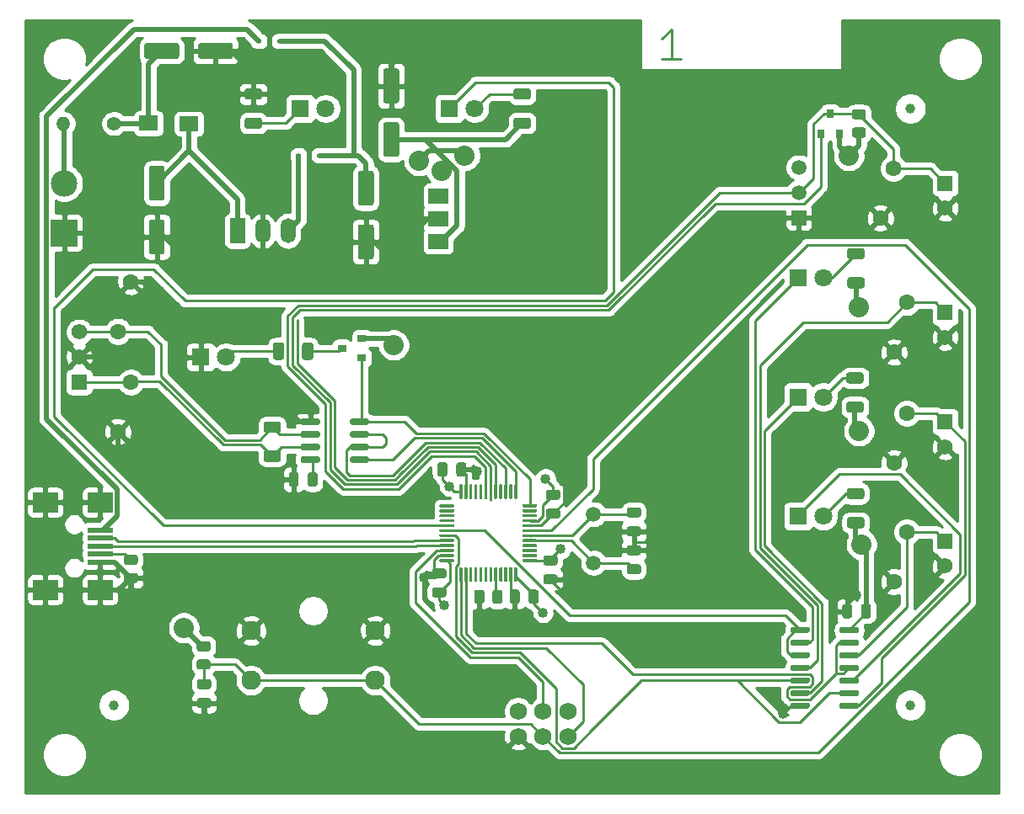
<source format=gbr>
%TF.GenerationSoftware,KiCad,Pcbnew,(5.1.9)-1*%
%TF.CreationDate,2022-11-23T19:56:57+01:00*%
%TF.ProjectId,PCDB_project,50434442-5f70-4726-9f6a-6563742e6b69,rev?*%
%TF.SameCoordinates,Original*%
%TF.FileFunction,Copper,L1,Top*%
%TF.FilePolarity,Positive*%
%FSLAX46Y46*%
G04 Gerber Fmt 4.6, Leading zero omitted, Abs format (unit mm)*
G04 Created by KiCad (PCBNEW (5.1.9)-1) date 2022-11-23 19:56:57*
%MOMM*%
%LPD*%
G01*
G04 APERTURE LIST*
%TA.AperFunction,ComponentPad*%
%ADD10R,1.574800X1.574800*%
%TD*%
%TA.AperFunction,ComponentPad*%
%ADD11C,1.574800*%
%TD*%
%TA.AperFunction,ComponentPad*%
%ADD12C,1.600000*%
%TD*%
%TA.AperFunction,ComponentPad*%
%ADD13C,1.727200*%
%TD*%
%TA.AperFunction,ComponentPad*%
%ADD14C,1.500000*%
%TD*%
%TA.AperFunction,SMDPad,CuDef*%
%ADD15C,1.000000*%
%TD*%
%TA.AperFunction,SMDPad,CuDef*%
%ADD16R,0.600000X0.450000*%
%TD*%
%TA.AperFunction,ComponentPad*%
%ADD17C,1.400000*%
%TD*%
%TA.AperFunction,ComponentPad*%
%ADD18O,1.400000X1.400000*%
%TD*%
%TA.AperFunction,ComponentPad*%
%ADD19C,2.667000*%
%TD*%
%TA.AperFunction,ComponentPad*%
%ADD20R,2.667000X2.667000*%
%TD*%
%TA.AperFunction,SMDPad,CuDef*%
%ADD21R,2.500000X2.000000*%
%TD*%
%TA.AperFunction,SMDPad,CuDef*%
%ADD22R,2.500000X0.500000*%
%TD*%
%TA.AperFunction,SMDPad,CuDef*%
%ADD23R,1.905000X1.498600*%
%TD*%
%TA.AperFunction,ComponentPad*%
%ADD24C,1.800000*%
%TD*%
%TA.AperFunction,ComponentPad*%
%ADD25R,1.800000X1.800000*%
%TD*%
%TA.AperFunction,SMDPad,CuDef*%
%ADD26R,0.800000X0.900000*%
%TD*%
%TA.AperFunction,SMDPad,CuDef*%
%ADD27R,0.900000X0.800000*%
%TD*%
%TA.AperFunction,ComponentPad*%
%ADD28C,1.955800*%
%TD*%
%TA.AperFunction,ComponentPad*%
%ADD29R,1.500000X2.500000*%
%TD*%
%TA.AperFunction,ComponentPad*%
%ADD30O,1.500000X2.500000*%
%TD*%
%TA.AperFunction,SMDPad,CuDef*%
%ADD31R,2.000000X3.800000*%
%TD*%
%TA.AperFunction,SMDPad,CuDef*%
%ADD32R,2.000000X1.500000*%
%TD*%
%TA.AperFunction,ComponentPad*%
%ADD33R,1.500000X1.500000*%
%TD*%
%TA.AperFunction,ViaPad*%
%ADD34C,2.032000*%
%TD*%
%TA.AperFunction,ViaPad*%
%ADD35C,1.016000*%
%TD*%
%TA.AperFunction,Conductor*%
%ADD36C,0.254000*%
%TD*%
%TA.AperFunction,Conductor*%
%ADD37C,0.508000*%
%TD*%
%TA.AperFunction,Conductor*%
%ADD38C,0.100000*%
%TD*%
G04 APERTURE END LIST*
D10*
%TO.P,J6,1*%
%TO.N,Net-(J6-Pad1)*%
X6500000Y-37500000D03*
D11*
%TO.P,J6,2*%
%TO.N,GND*%
X6500000Y-34985400D03*
%TO.P,J6,3*%
%TO.N,Net-(J6-Pad3)*%
X6500000Y-32470800D03*
%TD*%
%TO.P,U6,1*%
%TO.N,FAN1_C*%
%TA.AperFunction,SMDPad,CuDef*%
G36*
G01*
X77926000Y-62584000D02*
X77926000Y-62284000D01*
G75*
G02*
X78076000Y-62134000I150000J0D01*
G01*
X79726000Y-62134000D01*
G75*
G02*
X79876000Y-62284000I0J-150000D01*
G01*
X79876000Y-62584000D01*
G75*
G02*
X79726000Y-62734000I-150000J0D01*
G01*
X78076000Y-62734000D01*
G75*
G02*
X77926000Y-62584000I0J150000D01*
G01*
G37*
%TD.AperFunction*%
%TO.P,U6,2*%
%TO.N,Net-(LD4-Pad1)*%
%TA.AperFunction,SMDPad,CuDef*%
G36*
G01*
X77926000Y-63854000D02*
X77926000Y-63554000D01*
G75*
G02*
X78076000Y-63404000I150000J0D01*
G01*
X79726000Y-63404000D01*
G75*
G02*
X79876000Y-63554000I0J-150000D01*
G01*
X79876000Y-63854000D01*
G75*
G02*
X79726000Y-64004000I-150000J0D01*
G01*
X78076000Y-64004000D01*
G75*
G02*
X77926000Y-63854000I0J150000D01*
G01*
G37*
%TD.AperFunction*%
%TO.P,U6,3*%
%TO.N,FAN1_C*%
%TA.AperFunction,SMDPad,CuDef*%
G36*
G01*
X77926000Y-65124000D02*
X77926000Y-64824000D01*
G75*
G02*
X78076000Y-64674000I150000J0D01*
G01*
X79726000Y-64674000D01*
G75*
G02*
X79876000Y-64824000I0J-150000D01*
G01*
X79876000Y-65124000D01*
G75*
G02*
X79726000Y-65274000I-150000J0D01*
G01*
X78076000Y-65274000D01*
G75*
G02*
X77926000Y-65124000I0J150000D01*
G01*
G37*
%TD.AperFunction*%
%TO.P,U6,4*%
%TO.N,Net-(J3-Pad1)*%
%TA.AperFunction,SMDPad,CuDef*%
G36*
G01*
X77926000Y-66394000D02*
X77926000Y-66094000D01*
G75*
G02*
X78076000Y-65944000I150000J0D01*
G01*
X79726000Y-65944000D01*
G75*
G02*
X79876000Y-66094000I0J-150000D01*
G01*
X79876000Y-66394000D01*
G75*
G02*
X79726000Y-66544000I-150000J0D01*
G01*
X78076000Y-66544000D01*
G75*
G02*
X77926000Y-66394000I0J150000D01*
G01*
G37*
%TD.AperFunction*%
%TO.P,U6,5*%
%TO.N,FAN2_C*%
%TA.AperFunction,SMDPad,CuDef*%
G36*
G01*
X77926000Y-67664000D02*
X77926000Y-67364000D01*
G75*
G02*
X78076000Y-67214000I150000J0D01*
G01*
X79726000Y-67214000D01*
G75*
G02*
X79876000Y-67364000I0J-150000D01*
G01*
X79876000Y-67664000D01*
G75*
G02*
X79726000Y-67814000I-150000J0D01*
G01*
X78076000Y-67814000D01*
G75*
G02*
X77926000Y-67664000I0J150000D01*
G01*
G37*
%TD.AperFunction*%
%TO.P,U6,6*%
%TO.N,Net-(LD5-Pad1)*%
%TA.AperFunction,SMDPad,CuDef*%
G36*
G01*
X77926000Y-68934000D02*
X77926000Y-68634000D01*
G75*
G02*
X78076000Y-68484000I150000J0D01*
G01*
X79726000Y-68484000D01*
G75*
G02*
X79876000Y-68634000I0J-150000D01*
G01*
X79876000Y-68934000D01*
G75*
G02*
X79726000Y-69084000I-150000J0D01*
G01*
X78076000Y-69084000D01*
G75*
G02*
X77926000Y-68934000I0J150000D01*
G01*
G37*
%TD.AperFunction*%
%TO.P,U6,7*%
%TO.N,GND*%
%TA.AperFunction,SMDPad,CuDef*%
G36*
G01*
X77926000Y-70204000D02*
X77926000Y-69904000D01*
G75*
G02*
X78076000Y-69754000I150000J0D01*
G01*
X79726000Y-69754000D01*
G75*
G02*
X79876000Y-69904000I0J-150000D01*
G01*
X79876000Y-70204000D01*
G75*
G02*
X79726000Y-70354000I-150000J0D01*
G01*
X78076000Y-70354000D01*
G75*
G02*
X77926000Y-70204000I0J150000D01*
G01*
G37*
%TD.AperFunction*%
%TO.P,U6,8*%
%TO.N,Net-(J4-Pad1)*%
%TA.AperFunction,SMDPad,CuDef*%
G36*
G01*
X82876000Y-70204000D02*
X82876000Y-69904000D01*
G75*
G02*
X83026000Y-69754000I150000J0D01*
G01*
X84676000Y-69754000D01*
G75*
G02*
X84826000Y-69904000I0J-150000D01*
G01*
X84826000Y-70204000D01*
G75*
G02*
X84676000Y-70354000I-150000J0D01*
G01*
X83026000Y-70354000D01*
G75*
G02*
X82876000Y-70204000I0J150000D01*
G01*
G37*
%TD.AperFunction*%
%TO.P,U6,9*%
%TO.N,FAN2_C*%
%TA.AperFunction,SMDPad,CuDef*%
G36*
G01*
X82876000Y-68934000D02*
X82876000Y-68634000D01*
G75*
G02*
X83026000Y-68484000I150000J0D01*
G01*
X84676000Y-68484000D01*
G75*
G02*
X84826000Y-68634000I0J-150000D01*
G01*
X84826000Y-68934000D01*
G75*
G02*
X84676000Y-69084000I-150000J0D01*
G01*
X83026000Y-69084000D01*
G75*
G02*
X82876000Y-68934000I0J150000D01*
G01*
G37*
%TD.AperFunction*%
%TO.P,U6,10*%
%TO.N,Net-(LD6-Pad1)*%
%TA.AperFunction,SMDPad,CuDef*%
G36*
G01*
X82876000Y-67664000D02*
X82876000Y-67364000D01*
G75*
G02*
X83026000Y-67214000I150000J0D01*
G01*
X84676000Y-67214000D01*
G75*
G02*
X84826000Y-67364000I0J-150000D01*
G01*
X84826000Y-67664000D01*
G75*
G02*
X84676000Y-67814000I-150000J0D01*
G01*
X83026000Y-67814000D01*
G75*
G02*
X82876000Y-67664000I0J150000D01*
G01*
G37*
%TD.AperFunction*%
%TO.P,U6,11*%
%TO.N,ALARM_C*%
%TA.AperFunction,SMDPad,CuDef*%
G36*
G01*
X82876000Y-66394000D02*
X82876000Y-66094000D01*
G75*
G02*
X83026000Y-65944000I150000J0D01*
G01*
X84676000Y-65944000D01*
G75*
G02*
X84826000Y-66094000I0J-150000D01*
G01*
X84826000Y-66394000D01*
G75*
G02*
X84676000Y-66544000I-150000J0D01*
G01*
X83026000Y-66544000D01*
G75*
G02*
X82876000Y-66394000I0J150000D01*
G01*
G37*
%TD.AperFunction*%
%TO.P,U6,12*%
%TO.N,Net-(J5-Pad1)*%
%TA.AperFunction,SMDPad,CuDef*%
G36*
G01*
X82876000Y-65124000D02*
X82876000Y-64824000D01*
G75*
G02*
X83026000Y-64674000I150000J0D01*
G01*
X84676000Y-64674000D01*
G75*
G02*
X84826000Y-64824000I0J-150000D01*
G01*
X84826000Y-65124000D01*
G75*
G02*
X84676000Y-65274000I-150000J0D01*
G01*
X83026000Y-65274000D01*
G75*
G02*
X82876000Y-65124000I0J150000D01*
G01*
G37*
%TD.AperFunction*%
%TO.P,U6,13*%
%TO.N,ALARM_C*%
%TA.AperFunction,SMDPad,CuDef*%
G36*
G01*
X82876000Y-63854000D02*
X82876000Y-63554000D01*
G75*
G02*
X83026000Y-63404000I150000J0D01*
G01*
X84676000Y-63404000D01*
G75*
G02*
X84826000Y-63554000I0J-150000D01*
G01*
X84826000Y-63854000D01*
G75*
G02*
X84676000Y-64004000I-150000J0D01*
G01*
X83026000Y-64004000D01*
G75*
G02*
X82876000Y-63854000I0J150000D01*
G01*
G37*
%TD.AperFunction*%
%TO.P,U6,14*%
%TO.N,+3V3*%
%TA.AperFunction,SMDPad,CuDef*%
G36*
G01*
X82876000Y-62584000D02*
X82876000Y-62284000D01*
G75*
G02*
X83026000Y-62134000I150000J0D01*
G01*
X84676000Y-62134000D01*
G75*
G02*
X84826000Y-62284000I0J-150000D01*
G01*
X84826000Y-62584000D01*
G75*
G02*
X84676000Y-62734000I-150000J0D01*
G01*
X83026000Y-62734000D01*
G75*
G02*
X82876000Y-62584000I0J150000D01*
G01*
G37*
%TD.AperFunction*%
%TD*%
D12*
%TO.P,MOV5,1*%
%TO.N,Net-(J4-Pad1)*%
X89662000Y-40640000D03*
%TO.P,MOV5,2*%
%TO.N,GND*%
X88362000Y-45640000D03*
%TD*%
%TO.P,C13,1*%
%TO.N,+3V3*%
%TA.AperFunction,SMDPad,CuDef*%
G36*
G01*
X86050000Y-60077000D02*
X86050000Y-61027000D01*
G75*
G02*
X85800000Y-61277000I-250000J0D01*
G01*
X85300000Y-61277000D01*
G75*
G02*
X85050000Y-61027000I0J250000D01*
G01*
X85050000Y-60077000D01*
G75*
G02*
X85300000Y-59827000I250000J0D01*
G01*
X85800000Y-59827000D01*
G75*
G02*
X86050000Y-60077000I0J-250000D01*
G01*
G37*
%TD.AperFunction*%
%TO.P,C13,2*%
%TO.N,GND*%
%TA.AperFunction,SMDPad,CuDef*%
G36*
G01*
X84150000Y-60077000D02*
X84150000Y-61027000D01*
G75*
G02*
X83900000Y-61277000I-250000J0D01*
G01*
X83400000Y-61277000D01*
G75*
G02*
X83150000Y-61027000I0J250000D01*
G01*
X83150000Y-60077000D01*
G75*
G02*
X83400000Y-59827000I250000J0D01*
G01*
X83900000Y-59827000D01*
G75*
G02*
X84150000Y-60077000I0J-250000D01*
G01*
G37*
%TD.AperFunction*%
%TD*%
%TO.P,R5,2*%
%TO.N,+3V3*%
%TA.AperFunction,SMDPad,CuDef*%
G36*
G01*
X84385999Y-11900000D02*
X85286001Y-11900000D01*
G75*
G02*
X85536000Y-12149999I0J-249999D01*
G01*
X85536000Y-12675001D01*
G75*
G02*
X85286001Y-12925000I-249999J0D01*
G01*
X84385999Y-12925000D01*
G75*
G02*
X84136000Y-12675001I0J249999D01*
G01*
X84136000Y-12149999D01*
G75*
G02*
X84385999Y-11900000I249999J0D01*
G01*
G37*
%TD.AperFunction*%
%TO.P,R5,1*%
%TO.N,DQ*%
%TA.AperFunction,SMDPad,CuDef*%
G36*
G01*
X84385999Y-10075000D02*
X85286001Y-10075000D01*
G75*
G02*
X85536000Y-10324999I0J-249999D01*
G01*
X85536000Y-10850001D01*
G75*
G02*
X85286001Y-11100000I-249999J0D01*
G01*
X84385999Y-11100000D01*
G75*
G02*
X84136000Y-10850001I0J249999D01*
G01*
X84136000Y-10324999D01*
G75*
G02*
X84385999Y-10075000I249999J0D01*
G01*
G37*
%TD.AperFunction*%
%TD*%
D13*
%TO.P,J8,5*%
%TO.N,Net-(J8-Pad5)*%
X50596800Y-70612000D03*
%TO.P,J8,2*%
%TO.N,SWCLK*%
X55626000Y-73126600D03*
%TO.P,J8,6*%
%TO.N,GND*%
X50596800Y-73126600D03*
%TO.P,J8,3*%
%TO.N,SWDIO*%
X53111400Y-70612000D03*
%TO.P,J8,4*%
%TO.N,NRST*%
X53111400Y-73126600D03*
%TO.P,J8,1*%
%TO.N,+3V3*%
X55626000Y-70612000D03*
%TD*%
D14*
%TO.P,X1,1*%
%TO.N,Net-(C10-Pad1)*%
X58166000Y-55700000D03*
%TO.P,X1,2*%
%TO.N,Net-(C11-Pad1)*%
X58166000Y-50800000D03*
%TD*%
D15*
%TO.P,FD3,*%
%TO.N,*%
X90000000Y-10000000D03*
%TD*%
%TO.P,FD2,*%
%TO.N,*%
X90000000Y-70000000D03*
%TD*%
%TO.P,FD1,*%
%TO.N,*%
X10000000Y-70000000D03*
%TD*%
%TO.P,C1,2*%
%TO.N,GND*%
%TA.AperFunction,SMDPad,CuDef*%
G36*
G01*
X18450000Y-4750000D02*
X18450000Y-3650000D01*
G75*
G02*
X18700000Y-3400000I250000J0D01*
G01*
X21700000Y-3400000D01*
G75*
G02*
X21950000Y-3650000I0J-250000D01*
G01*
X21950000Y-4750000D01*
G75*
G02*
X21700000Y-5000000I-250000J0D01*
G01*
X18700000Y-5000000D01*
G75*
G02*
X18450000Y-4750000I0J250000D01*
G01*
G37*
%TD.AperFunction*%
%TO.P,C1,1*%
%TO.N,/Supply/pwr2*%
%TA.AperFunction,SMDPad,CuDef*%
G36*
G01*
X13050000Y-4750000D02*
X13050000Y-3650000D01*
G75*
G02*
X13300000Y-3400000I250000J0D01*
G01*
X16300000Y-3400000D01*
G75*
G02*
X16550000Y-3650000I0J-250000D01*
G01*
X16550000Y-4750000D01*
G75*
G02*
X16300000Y-5000000I-250000J0D01*
G01*
X13300000Y-5000000D01*
G75*
G02*
X13050000Y-4750000I0J250000D01*
G01*
G37*
%TD.AperFunction*%
%TD*%
%TO.P,C2,2*%
%TO.N,GND*%
%TA.AperFunction,SMDPad,CuDef*%
G36*
G01*
X13750000Y-21150000D02*
X14850000Y-21150000D01*
G75*
G02*
X15100000Y-21400000I0J-250000D01*
G01*
X15100000Y-24400000D01*
G75*
G02*
X14850000Y-24650000I-250000J0D01*
G01*
X13750000Y-24650000D01*
G75*
G02*
X13500000Y-24400000I0J250000D01*
G01*
X13500000Y-21400000D01*
G75*
G02*
X13750000Y-21150000I250000J0D01*
G01*
G37*
%TD.AperFunction*%
%TO.P,C2,1*%
%TO.N,/Supply/pwr3*%
%TA.AperFunction,SMDPad,CuDef*%
G36*
G01*
X13750000Y-15750000D02*
X14850000Y-15750000D01*
G75*
G02*
X15100000Y-16000000I0J-250000D01*
G01*
X15100000Y-19000000D01*
G75*
G02*
X14850000Y-19250000I-250000J0D01*
G01*
X13750000Y-19250000D01*
G75*
G02*
X13500000Y-19000000I0J250000D01*
G01*
X13500000Y-16000000D01*
G75*
G02*
X13750000Y-15750000I250000J0D01*
G01*
G37*
%TD.AperFunction*%
%TD*%
%TO.P,C3,1*%
%TO.N,/Supply/pwr5*%
%TA.AperFunction,SMDPad,CuDef*%
G36*
G01*
X34750000Y-16250000D02*
X35850000Y-16250000D01*
G75*
G02*
X36100000Y-16500000I0J-250000D01*
G01*
X36100000Y-19500000D01*
G75*
G02*
X35850000Y-19750000I-250000J0D01*
G01*
X34750000Y-19750000D01*
G75*
G02*
X34500000Y-19500000I0J250000D01*
G01*
X34500000Y-16500000D01*
G75*
G02*
X34750000Y-16250000I250000J0D01*
G01*
G37*
%TD.AperFunction*%
%TO.P,C3,2*%
%TO.N,GND*%
%TA.AperFunction,SMDPad,CuDef*%
G36*
G01*
X34750000Y-21650000D02*
X35850000Y-21650000D01*
G75*
G02*
X36100000Y-21900000I0J-250000D01*
G01*
X36100000Y-24900000D01*
G75*
G02*
X35850000Y-25150000I-250000J0D01*
G01*
X34750000Y-25150000D01*
G75*
G02*
X34500000Y-24900000I0J250000D01*
G01*
X34500000Y-21900000D01*
G75*
G02*
X34750000Y-21650000I250000J0D01*
G01*
G37*
%TD.AperFunction*%
%TD*%
%TO.P,C4,1*%
%TO.N,+3V3*%
%TA.AperFunction,SMDPad,CuDef*%
G36*
G01*
X38396000Y-14864000D02*
X37296000Y-14864000D01*
G75*
G02*
X37046000Y-14614000I0J250000D01*
G01*
X37046000Y-11614000D01*
G75*
G02*
X37296000Y-11364000I250000J0D01*
G01*
X38396000Y-11364000D01*
G75*
G02*
X38646000Y-11614000I0J-250000D01*
G01*
X38646000Y-14614000D01*
G75*
G02*
X38396000Y-14864000I-250000J0D01*
G01*
G37*
%TD.AperFunction*%
%TO.P,C4,2*%
%TO.N,GND*%
%TA.AperFunction,SMDPad,CuDef*%
G36*
G01*
X38396000Y-9464000D02*
X37296000Y-9464000D01*
G75*
G02*
X37046000Y-9214000I0J250000D01*
G01*
X37046000Y-6214000D01*
G75*
G02*
X37296000Y-5964000I250000J0D01*
G01*
X38396000Y-5964000D01*
G75*
G02*
X38646000Y-6214000I0J-250000D01*
G01*
X38646000Y-9214000D01*
G75*
G02*
X38396000Y-9464000I-250000J0D01*
G01*
G37*
%TD.AperFunction*%
%TD*%
%TO.P,C5,2*%
%TO.N,GND*%
%TA.AperFunction,SMDPad,CuDef*%
G36*
G01*
X43147000Y-57250000D02*
X42197000Y-57250000D01*
G75*
G02*
X41947000Y-57000000I0J250000D01*
G01*
X41947000Y-56500000D01*
G75*
G02*
X42197000Y-56250000I250000J0D01*
G01*
X43147000Y-56250000D01*
G75*
G02*
X43397000Y-56500000I0J-250000D01*
G01*
X43397000Y-57000000D01*
G75*
G02*
X43147000Y-57250000I-250000J0D01*
G01*
G37*
%TD.AperFunction*%
%TO.P,C5,1*%
%TO.N,+3V3*%
%TA.AperFunction,SMDPad,CuDef*%
G36*
G01*
X43147000Y-59150000D02*
X42197000Y-59150000D01*
G75*
G02*
X41947000Y-58900000I0J250000D01*
G01*
X41947000Y-58400000D01*
G75*
G02*
X42197000Y-58150000I250000J0D01*
G01*
X43147000Y-58150000D01*
G75*
G02*
X43397000Y-58400000I0J-250000D01*
G01*
X43397000Y-58900000D01*
G75*
G02*
X43147000Y-59150000I-250000J0D01*
G01*
G37*
%TD.AperFunction*%
%TD*%
%TO.P,C6,1*%
%TO.N,+3V3*%
%TA.AperFunction,SMDPad,CuDef*%
G36*
G01*
X52650000Y-58625000D02*
X52650000Y-59575000D01*
G75*
G02*
X52400000Y-59825000I-250000J0D01*
G01*
X51900000Y-59825000D01*
G75*
G02*
X51650000Y-59575000I0J250000D01*
G01*
X51650000Y-58625000D01*
G75*
G02*
X51900000Y-58375000I250000J0D01*
G01*
X52400000Y-58375000D01*
G75*
G02*
X52650000Y-58625000I0J-250000D01*
G01*
G37*
%TD.AperFunction*%
%TO.P,C6,2*%
%TO.N,GND*%
%TA.AperFunction,SMDPad,CuDef*%
G36*
G01*
X50750000Y-58625000D02*
X50750000Y-59575000D01*
G75*
G02*
X50500000Y-59825000I-250000J0D01*
G01*
X50000000Y-59825000D01*
G75*
G02*
X49750000Y-59575000I0J250000D01*
G01*
X49750000Y-58625000D01*
G75*
G02*
X50000000Y-58375000I250000J0D01*
G01*
X50500000Y-58375000D01*
G75*
G02*
X50750000Y-58625000I0J-250000D01*
G01*
G37*
%TD.AperFunction*%
%TD*%
%TO.P,C7,1*%
%TO.N,+3V3*%
%TA.AperFunction,SMDPad,CuDef*%
G36*
G01*
X53627000Y-48334000D02*
X54577000Y-48334000D01*
G75*
G02*
X54827000Y-48584000I0J-250000D01*
G01*
X54827000Y-49084000D01*
G75*
G02*
X54577000Y-49334000I-250000J0D01*
G01*
X53627000Y-49334000D01*
G75*
G02*
X53377000Y-49084000I0J250000D01*
G01*
X53377000Y-48584000D01*
G75*
G02*
X53627000Y-48334000I250000J0D01*
G01*
G37*
%TD.AperFunction*%
%TO.P,C7,2*%
%TO.N,GND*%
%TA.AperFunction,SMDPad,CuDef*%
G36*
G01*
X53627000Y-50234000D02*
X54577000Y-50234000D01*
G75*
G02*
X54827000Y-50484000I0J-250000D01*
G01*
X54827000Y-50984000D01*
G75*
G02*
X54577000Y-51234000I-250000J0D01*
G01*
X53627000Y-51234000D01*
G75*
G02*
X53377000Y-50984000I0J250000D01*
G01*
X53377000Y-50484000D01*
G75*
G02*
X53627000Y-50234000I250000J0D01*
G01*
G37*
%TD.AperFunction*%
%TD*%
%TO.P,C8,2*%
%TO.N,GND*%
%TA.AperFunction,SMDPad,CuDef*%
G36*
G01*
X44392000Y-46775000D02*
X44392000Y-45825000D01*
G75*
G02*
X44642000Y-45575000I250000J0D01*
G01*
X45142000Y-45575000D01*
G75*
G02*
X45392000Y-45825000I0J-250000D01*
G01*
X45392000Y-46775000D01*
G75*
G02*
X45142000Y-47025000I-250000J0D01*
G01*
X44642000Y-47025000D01*
G75*
G02*
X44392000Y-46775000I0J250000D01*
G01*
G37*
%TD.AperFunction*%
%TO.P,C8,1*%
%TO.N,+3V3*%
%TA.AperFunction,SMDPad,CuDef*%
G36*
G01*
X42492000Y-46775000D02*
X42492000Y-45825000D01*
G75*
G02*
X42742000Y-45575000I250000J0D01*
G01*
X43242000Y-45575000D01*
G75*
G02*
X43492000Y-45825000I0J-250000D01*
G01*
X43492000Y-46775000D01*
G75*
G02*
X43242000Y-47025000I-250000J0D01*
G01*
X42742000Y-47025000D01*
G75*
G02*
X42492000Y-46775000I0J250000D01*
G01*
G37*
%TD.AperFunction*%
%TD*%
%TO.P,C9,1*%
%TO.N,+3V3*%
%TA.AperFunction,SMDPad,CuDef*%
G36*
G01*
X53373000Y-54938000D02*
X54323000Y-54938000D01*
G75*
G02*
X54573000Y-55188000I0J-250000D01*
G01*
X54573000Y-55688000D01*
G75*
G02*
X54323000Y-55938000I-250000J0D01*
G01*
X53373000Y-55938000D01*
G75*
G02*
X53123000Y-55688000I0J250000D01*
G01*
X53123000Y-55188000D01*
G75*
G02*
X53373000Y-54938000I250000J0D01*
G01*
G37*
%TD.AperFunction*%
%TO.P,C9,2*%
%TO.N,GND*%
%TA.AperFunction,SMDPad,CuDef*%
G36*
G01*
X53373000Y-56838000D02*
X54323000Y-56838000D01*
G75*
G02*
X54573000Y-57088000I0J-250000D01*
G01*
X54573000Y-57588000D01*
G75*
G02*
X54323000Y-57838000I-250000J0D01*
G01*
X53373000Y-57838000D01*
G75*
G02*
X53123000Y-57588000I0J250000D01*
G01*
X53123000Y-57088000D01*
G75*
G02*
X53373000Y-56838000I250000J0D01*
G01*
G37*
%TD.AperFunction*%
%TD*%
%TO.P,C10,2*%
%TO.N,GND*%
%TA.AperFunction,SMDPad,CuDef*%
G36*
G01*
X62705000Y-54922000D02*
X61755000Y-54922000D01*
G75*
G02*
X61505000Y-54672000I0J250000D01*
G01*
X61505000Y-54172000D01*
G75*
G02*
X61755000Y-53922000I250000J0D01*
G01*
X62705000Y-53922000D01*
G75*
G02*
X62955000Y-54172000I0J-250000D01*
G01*
X62955000Y-54672000D01*
G75*
G02*
X62705000Y-54922000I-250000J0D01*
G01*
G37*
%TD.AperFunction*%
%TO.P,C10,1*%
%TO.N,Net-(C10-Pad1)*%
%TA.AperFunction,SMDPad,CuDef*%
G36*
G01*
X62705000Y-56822000D02*
X61755000Y-56822000D01*
G75*
G02*
X61505000Y-56572000I0J250000D01*
G01*
X61505000Y-56072000D01*
G75*
G02*
X61755000Y-55822000I250000J0D01*
G01*
X62705000Y-55822000D01*
G75*
G02*
X62955000Y-56072000I0J-250000D01*
G01*
X62955000Y-56572000D01*
G75*
G02*
X62705000Y-56822000I-250000J0D01*
G01*
G37*
%TD.AperFunction*%
%TD*%
%TO.P,C11,1*%
%TO.N,Net-(C11-Pad1)*%
%TA.AperFunction,SMDPad,CuDef*%
G36*
G01*
X61755000Y-50112000D02*
X62705000Y-50112000D01*
G75*
G02*
X62955000Y-50362000I0J-250000D01*
G01*
X62955000Y-50862000D01*
G75*
G02*
X62705000Y-51112000I-250000J0D01*
G01*
X61755000Y-51112000D01*
G75*
G02*
X61505000Y-50862000I0J250000D01*
G01*
X61505000Y-50362000D01*
G75*
G02*
X61755000Y-50112000I250000J0D01*
G01*
G37*
%TD.AperFunction*%
%TO.P,C11,2*%
%TO.N,GND*%
%TA.AperFunction,SMDPad,CuDef*%
G36*
G01*
X61755000Y-52012000D02*
X62705000Y-52012000D01*
G75*
G02*
X62955000Y-52262000I0J-250000D01*
G01*
X62955000Y-52762000D01*
G75*
G02*
X62705000Y-53012000I-250000J0D01*
G01*
X61755000Y-53012000D01*
G75*
G02*
X61505000Y-52762000I0J250000D01*
G01*
X61505000Y-52262000D01*
G75*
G02*
X61755000Y-52012000I250000J0D01*
G01*
G37*
%TD.AperFunction*%
%TD*%
%TO.P,C12,2*%
%TO.N,GND*%
%TA.AperFunction,SMDPad,CuDef*%
G36*
G01*
X18575000Y-69284000D02*
X19525000Y-69284000D01*
G75*
G02*
X19775000Y-69534000I0J-250000D01*
G01*
X19775000Y-70034000D01*
G75*
G02*
X19525000Y-70284000I-250000J0D01*
G01*
X18575000Y-70284000D01*
G75*
G02*
X18325000Y-70034000I0J250000D01*
G01*
X18325000Y-69534000D01*
G75*
G02*
X18575000Y-69284000I250000J0D01*
G01*
G37*
%TD.AperFunction*%
%TO.P,C12,1*%
%TO.N,NRST*%
%TA.AperFunction,SMDPad,CuDef*%
G36*
G01*
X18575000Y-67384000D02*
X19525000Y-67384000D01*
G75*
G02*
X19775000Y-67634000I0J-250000D01*
G01*
X19775000Y-68134000D01*
G75*
G02*
X19525000Y-68384000I-250000J0D01*
G01*
X18575000Y-68384000D01*
G75*
G02*
X18325000Y-68134000I0J250000D01*
G01*
X18325000Y-67634000D01*
G75*
G02*
X18575000Y-67384000I250000J0D01*
G01*
G37*
%TD.AperFunction*%
%TD*%
%TO.P,C14,2*%
%TO.N,GND*%
%TA.AperFunction,SMDPad,CuDef*%
G36*
G01*
X28550000Y-46825000D02*
X28550000Y-47775000D01*
G75*
G02*
X28300000Y-48025000I-250000J0D01*
G01*
X27800000Y-48025000D01*
G75*
G02*
X27550000Y-47775000I0J250000D01*
G01*
X27550000Y-46825000D01*
G75*
G02*
X27800000Y-46575000I250000J0D01*
G01*
X28300000Y-46575000D01*
G75*
G02*
X28550000Y-46825000I0J-250000D01*
G01*
G37*
%TD.AperFunction*%
%TO.P,C14,1*%
%TO.N,+3V3*%
%TA.AperFunction,SMDPad,CuDef*%
G36*
G01*
X30450000Y-46825000D02*
X30450000Y-47775000D01*
G75*
G02*
X30200000Y-48025000I-250000J0D01*
G01*
X29700000Y-48025000D01*
G75*
G02*
X29450000Y-47775000I0J250000D01*
G01*
X29450000Y-46825000D01*
G75*
G02*
X29700000Y-46575000I250000J0D01*
G01*
X30200000Y-46575000D01*
G75*
G02*
X30450000Y-46825000I0J-250000D01*
G01*
G37*
%TD.AperFunction*%
%TD*%
D16*
%TO.P,D1,1*%
%TO.N,/Supply/pwr5*%
X30650000Y-14700000D03*
%TO.P,D1,2*%
%TO.N,/Supply/pwr4*%
X28550000Y-14700000D03*
%TD*%
%TO.P,D2,2*%
%TO.N,V_USB*%
X24550000Y-3200000D03*
%TO.P,D2,1*%
%TO.N,/Supply/pwr5*%
X26650000Y-3200000D03*
%TD*%
D17*
%TO.P,F1,1*%
%TO.N,/Supply/pwr2*%
X10000000Y-11500000D03*
D18*
%TO.P,F1,2*%
%TO.N,/Supply/pwr1*%
X4920000Y-11500000D03*
%TD*%
D19*
%TO.P,J1,2*%
%TO.N,/Supply/pwr1*%
X5000000Y-17496200D03*
D20*
%TO.P,J1,1*%
%TO.N,GND*%
X5000000Y-22500000D03*
%TD*%
D11*
%TO.P,J2,2*%
%TO.N,GND*%
X93500000Y-20014600D03*
D10*
%TO.P,J2,1*%
%TO.N,DQ*%
X93500000Y-17500000D03*
%TD*%
%TO.P,J3,1*%
%TO.N,Net-(J3-Pad1)*%
X93500000Y-30500000D03*
D11*
%TO.P,J3,2*%
%TO.N,GND*%
X93500000Y-33014600D03*
%TD*%
%TO.P,J4,2*%
%TO.N,GND*%
X93500000Y-44014600D03*
D10*
%TO.P,J4,1*%
%TO.N,Net-(J4-Pad1)*%
X93500000Y-41500000D03*
%TD*%
%TO.P,J5,1*%
%TO.N,Net-(J5-Pad1)*%
X93500000Y-53500000D03*
D11*
%TO.P,J5,2*%
%TO.N,GND*%
X93500000Y-56014600D03*
%TD*%
D21*
%TO.P,J7,6*%
%TO.N,GND*%
X3100000Y-49600000D03*
X3100000Y-58400000D03*
X8600000Y-49600000D03*
X8600000Y-58400000D03*
D22*
%TO.P,J7,1*%
%TO.N,V_USB*%
X8600000Y-52400000D03*
%TO.P,J7,2*%
%TO.N,USB_DM*%
X8600000Y-53200000D03*
%TO.P,J7,3*%
%TO.N,USB_DP*%
X8600000Y-54000000D03*
%TO.P,J7,4*%
%TO.N,Net-(J7-Pad4)*%
X8600000Y-54800000D03*
%TO.P,J7,5*%
%TO.N,GND*%
X8600000Y-55600000D03*
%TD*%
D23*
%TO.P,L1,1*%
%TO.N,/Supply/pwr2*%
X13468000Y-11474600D03*
%TO.P,L1,2*%
%TO.N,/Supply/pwr3*%
X17532000Y-11525400D03*
%TD*%
D24*
%TO.P,LD1,2*%
%TO.N,+3V3*%
X31270000Y-10000000D03*
D25*
%TO.P,LD1,1*%
%TO.N,Net-(LD1-Pad1)*%
X28730000Y-10000000D03*
%TD*%
%TO.P,LD2,1*%
%TO.N,Net-(LD2-Pad1)*%
X43700000Y-10000000D03*
D24*
%TO.P,LD2,2*%
%TO.N,Net-(LD2-Pad2)*%
X46240000Y-10000000D03*
%TD*%
%TO.P,LD3,2*%
%TO.N,Net-(LD3-Pad2)*%
X21270000Y-35000000D03*
D25*
%TO.P,LD3,1*%
%TO.N,GND*%
X18730000Y-35000000D03*
%TD*%
%TO.P,LD4,1*%
%TO.N,Net-(LD4-Pad1)*%
X78730000Y-27000000D03*
D24*
%TO.P,LD4,2*%
%TO.N,Net-(LD4-Pad2)*%
X81270000Y-27000000D03*
%TD*%
D25*
%TO.P,LD5,1*%
%TO.N,Net-(LD5-Pad1)*%
X78730000Y-39000000D03*
D24*
%TO.P,LD5,2*%
%TO.N,Net-(LD5-Pad2)*%
X81270000Y-39000000D03*
%TD*%
%TO.P,LD6,2*%
%TO.N,Net-(LD6-Pad2)*%
X81270000Y-51000000D03*
D25*
%TO.P,LD6,1*%
%TO.N,Net-(LD6-Pad1)*%
X78730000Y-51000000D03*
%TD*%
D26*
%TO.P,M1,3*%
%TO.N,DQ*%
X81968000Y-10500000D03*
%TO.P,M1,2*%
%TO.N,+3V3*%
X82918000Y-12500000D03*
%TO.P,M1,1*%
%TO.N,GATE*%
X81018000Y-12500000D03*
%TD*%
D27*
%TO.P,M2,1*%
%TO.N,TX*%
X34900000Y-35050000D03*
%TO.P,M2,2*%
%TO.N,+3V3*%
X34900000Y-33150000D03*
%TO.P,M2,3*%
%TO.N,Net-(M2-Pad3)*%
X32900000Y-34100000D03*
%TD*%
D12*
%TO.P,MOV1,2*%
%TO.N,GND*%
X87000000Y-21000000D03*
%TO.P,MOV1,1*%
%TO.N,DQ*%
X88300000Y-16000000D03*
%TD*%
%TO.P,MOV2,1*%
%TO.N,Net-(J6-Pad3)*%
X10400000Y-32400000D03*
%TO.P,MOV2,2*%
%TO.N,GND*%
X11700000Y-27400000D03*
%TD*%
%TO.P,MOV3,2*%
%TO.N,GND*%
X10400000Y-42500000D03*
%TO.P,MOV3,1*%
%TO.N,Net-(J6-Pad1)*%
X11700000Y-37500000D03*
%TD*%
%TO.P,MOV4,1*%
%TO.N,Net-(J3-Pad1)*%
X89662000Y-29500000D03*
%TO.P,MOV4,2*%
%TO.N,GND*%
X88362000Y-34500000D03*
%TD*%
%TO.P,MOV6,2*%
%TO.N,GND*%
X88362000Y-57578000D03*
%TO.P,MOV6,1*%
%TO.N,Net-(J5-Pad1)*%
X89662000Y-52578000D03*
%TD*%
%TO.P,R1,1*%
%TO.N,GND*%
%TA.AperFunction,SMDPad,CuDef*%
G36*
G01*
X23374999Y-7975000D02*
X24625001Y-7975000D01*
G75*
G02*
X24875000Y-8224999I0J-249999D01*
G01*
X24875000Y-8850001D01*
G75*
G02*
X24625001Y-9100000I-249999J0D01*
G01*
X23374999Y-9100000D01*
G75*
G02*
X23125000Y-8850001I0J249999D01*
G01*
X23125000Y-8224999D01*
G75*
G02*
X23374999Y-7975000I249999J0D01*
G01*
G37*
%TD.AperFunction*%
%TO.P,R1,2*%
%TO.N,Net-(LD1-Pad1)*%
%TA.AperFunction,SMDPad,CuDef*%
G36*
G01*
X23374999Y-10900000D02*
X24625001Y-10900000D01*
G75*
G02*
X24875000Y-11149999I0J-249999D01*
G01*
X24875000Y-11775001D01*
G75*
G02*
X24625001Y-12025000I-249999J0D01*
G01*
X23374999Y-12025000D01*
G75*
G02*
X23125000Y-11775001I0J249999D01*
G01*
X23125000Y-11149999D01*
G75*
G02*
X23374999Y-10900000I249999J0D01*
G01*
G37*
%TD.AperFunction*%
%TD*%
%TO.P,R2,1*%
%TO.N,Net-(J7-Pad4)*%
%TA.AperFunction,SMDPad,CuDef*%
G36*
G01*
X11249999Y-54875000D02*
X12150001Y-54875000D01*
G75*
G02*
X12400000Y-55124999I0J-249999D01*
G01*
X12400000Y-55650001D01*
G75*
G02*
X12150001Y-55900000I-249999J0D01*
G01*
X11249999Y-55900000D01*
G75*
G02*
X11000000Y-55650001I0J249999D01*
G01*
X11000000Y-55124999D01*
G75*
G02*
X11249999Y-54875000I249999J0D01*
G01*
G37*
%TD.AperFunction*%
%TO.P,R2,2*%
%TO.N,GND*%
%TA.AperFunction,SMDPad,CuDef*%
G36*
G01*
X11249999Y-56700000D02*
X12150001Y-56700000D01*
G75*
G02*
X12400000Y-56949999I0J-249999D01*
G01*
X12400000Y-57475001D01*
G75*
G02*
X12150001Y-57725000I-249999J0D01*
G01*
X11249999Y-57725000D01*
G75*
G02*
X11000000Y-57475001I0J249999D01*
G01*
X11000000Y-56949999D01*
G75*
G02*
X11249999Y-56700000I249999J0D01*
G01*
G37*
%TD.AperFunction*%
%TD*%
%TO.P,R3,1*%
%TO.N,+3V3*%
%TA.AperFunction,SMDPad,CuDef*%
G36*
G01*
X18549999Y-63575000D02*
X19450001Y-63575000D01*
G75*
G02*
X19700000Y-63824999I0J-249999D01*
G01*
X19700000Y-64350001D01*
G75*
G02*
X19450001Y-64600000I-249999J0D01*
G01*
X18549999Y-64600000D01*
G75*
G02*
X18300000Y-64350001I0J249999D01*
G01*
X18300000Y-63824999D01*
G75*
G02*
X18549999Y-63575000I249999J0D01*
G01*
G37*
%TD.AperFunction*%
%TO.P,R3,2*%
%TO.N,NRST*%
%TA.AperFunction,SMDPad,CuDef*%
G36*
G01*
X18549999Y-65400000D02*
X19450001Y-65400000D01*
G75*
G02*
X19700000Y-65649999I0J-249999D01*
G01*
X19700000Y-66175001D01*
G75*
G02*
X19450001Y-66425000I-249999J0D01*
G01*
X18549999Y-66425000D01*
G75*
G02*
X18300000Y-66175001I0J249999D01*
G01*
X18300000Y-65649999D01*
G75*
G02*
X18549999Y-65400000I249999J0D01*
G01*
G37*
%TD.AperFunction*%
%TD*%
%TO.P,R4,2*%
%TO.N,Net-(LD2-Pad2)*%
%TA.AperFunction,SMDPad,CuDef*%
G36*
G01*
X51625001Y-9100000D02*
X50374999Y-9100000D01*
G75*
G02*
X50125000Y-8850001I0J249999D01*
G01*
X50125000Y-8224999D01*
G75*
G02*
X50374999Y-7975000I249999J0D01*
G01*
X51625001Y-7975000D01*
G75*
G02*
X51875000Y-8224999I0J-249999D01*
G01*
X51875000Y-8850001D01*
G75*
G02*
X51625001Y-9100000I-249999J0D01*
G01*
G37*
%TD.AperFunction*%
%TO.P,R4,1*%
%TO.N,+3V3*%
%TA.AperFunction,SMDPad,CuDef*%
G36*
G01*
X51625001Y-12025000D02*
X50374999Y-12025000D01*
G75*
G02*
X50125000Y-11775001I0J249999D01*
G01*
X50125000Y-11149999D01*
G75*
G02*
X50374999Y-10900000I249999J0D01*
G01*
X51625001Y-10900000D01*
G75*
G02*
X51875000Y-11149999I0J-249999D01*
G01*
X51875000Y-11775001D01*
G75*
G02*
X51625001Y-12025000I-249999J0D01*
G01*
G37*
%TD.AperFunction*%
%TD*%
%TO.P,R6,2*%
%TO.N,Net-(LD3-Pad2)*%
%TA.AperFunction,SMDPad,CuDef*%
G36*
G01*
X27100000Y-33774999D02*
X27100000Y-35025001D01*
G75*
G02*
X26850001Y-35275000I-249999J0D01*
G01*
X26224999Y-35275000D01*
G75*
G02*
X25975000Y-35025001I0J249999D01*
G01*
X25975000Y-33774999D01*
G75*
G02*
X26224999Y-33525000I249999J0D01*
G01*
X26850001Y-33525000D01*
G75*
G02*
X27100000Y-33774999I0J-249999D01*
G01*
G37*
%TD.AperFunction*%
%TO.P,R6,1*%
%TO.N,Net-(M2-Pad3)*%
%TA.AperFunction,SMDPad,CuDef*%
G36*
G01*
X30025000Y-33774999D02*
X30025000Y-35025001D01*
G75*
G02*
X29775001Y-35275000I-249999J0D01*
G01*
X29149999Y-35275000D01*
G75*
G02*
X28900000Y-35025001I0J249999D01*
G01*
X28900000Y-33774999D01*
G75*
G02*
X29149999Y-33525000I249999J0D01*
G01*
X29775001Y-33525000D01*
G75*
G02*
X30025000Y-33774999I0J-249999D01*
G01*
G37*
%TD.AperFunction*%
%TD*%
%TO.P,R7,1*%
%TO.N,Net-(J6-Pad1)*%
%TA.AperFunction,SMDPad,CuDef*%
G36*
G01*
X26525001Y-45525000D02*
X25274999Y-45525000D01*
G75*
G02*
X25025000Y-45275001I0J249999D01*
G01*
X25025000Y-44649999D01*
G75*
G02*
X25274999Y-44400000I249999J0D01*
G01*
X26525001Y-44400000D01*
G75*
G02*
X26775000Y-44649999I0J-249999D01*
G01*
X26775000Y-45275001D01*
G75*
G02*
X26525001Y-45525000I-249999J0D01*
G01*
G37*
%TD.AperFunction*%
%TO.P,R7,2*%
%TO.N,Net-(J6-Pad3)*%
%TA.AperFunction,SMDPad,CuDef*%
G36*
G01*
X26525001Y-42600000D02*
X25274999Y-42600000D01*
G75*
G02*
X25025000Y-42350001I0J249999D01*
G01*
X25025000Y-41724999D01*
G75*
G02*
X25274999Y-41475000I249999J0D01*
G01*
X26525001Y-41475000D01*
G75*
G02*
X26775000Y-41724999I0J-249999D01*
G01*
X26775000Y-42350001D01*
G75*
G02*
X26525001Y-42600000I-249999J0D01*
G01*
G37*
%TD.AperFunction*%
%TD*%
%TO.P,R8,1*%
%TO.N,+3V3*%
%TA.AperFunction,SMDPad,CuDef*%
G36*
G01*
X85157001Y-28081000D02*
X83906999Y-28081000D01*
G75*
G02*
X83657000Y-27831001I0J249999D01*
G01*
X83657000Y-27205999D01*
G75*
G02*
X83906999Y-26956000I249999J0D01*
G01*
X85157001Y-26956000D01*
G75*
G02*
X85407000Y-27205999I0J-249999D01*
G01*
X85407000Y-27831001D01*
G75*
G02*
X85157001Y-28081000I-249999J0D01*
G01*
G37*
%TD.AperFunction*%
%TO.P,R8,2*%
%TO.N,Net-(LD4-Pad2)*%
%TA.AperFunction,SMDPad,CuDef*%
G36*
G01*
X85157001Y-25156000D02*
X83906999Y-25156000D01*
G75*
G02*
X83657000Y-24906001I0J249999D01*
G01*
X83657000Y-24280999D01*
G75*
G02*
X83906999Y-24031000I249999J0D01*
G01*
X85157001Y-24031000D01*
G75*
G02*
X85407000Y-24280999I0J-249999D01*
G01*
X85407000Y-24906001D01*
G75*
G02*
X85157001Y-25156000I-249999J0D01*
G01*
G37*
%TD.AperFunction*%
%TD*%
%TO.P,R9,2*%
%TO.N,Net-(LD5-Pad2)*%
%TA.AperFunction,SMDPad,CuDef*%
G36*
G01*
X85065001Y-37656000D02*
X83814999Y-37656000D01*
G75*
G02*
X83565000Y-37406001I0J249999D01*
G01*
X83565000Y-36780999D01*
G75*
G02*
X83814999Y-36531000I249999J0D01*
G01*
X85065001Y-36531000D01*
G75*
G02*
X85315000Y-36780999I0J-249999D01*
G01*
X85315000Y-37406001D01*
G75*
G02*
X85065001Y-37656000I-249999J0D01*
G01*
G37*
%TD.AperFunction*%
%TO.P,R9,1*%
%TO.N,+3V3*%
%TA.AperFunction,SMDPad,CuDef*%
G36*
G01*
X85065001Y-40581000D02*
X83814999Y-40581000D01*
G75*
G02*
X83565000Y-40331001I0J249999D01*
G01*
X83565000Y-39705999D01*
G75*
G02*
X83814999Y-39456000I249999J0D01*
G01*
X85065001Y-39456000D01*
G75*
G02*
X85315000Y-39705999I0J-249999D01*
G01*
X85315000Y-40331001D01*
G75*
G02*
X85065001Y-40581000I-249999J0D01*
G01*
G37*
%TD.AperFunction*%
%TD*%
%TO.P,R10,1*%
%TO.N,+3V3*%
%TA.AperFunction,SMDPad,CuDef*%
G36*
G01*
X85127001Y-52211000D02*
X83876999Y-52211000D01*
G75*
G02*
X83627000Y-51961001I0J249999D01*
G01*
X83627000Y-51335999D01*
G75*
G02*
X83876999Y-51086000I249999J0D01*
G01*
X85127001Y-51086000D01*
G75*
G02*
X85377000Y-51335999I0J-249999D01*
G01*
X85377000Y-51961001D01*
G75*
G02*
X85127001Y-52211000I-249999J0D01*
G01*
G37*
%TD.AperFunction*%
%TO.P,R10,2*%
%TO.N,Net-(LD6-Pad2)*%
%TA.AperFunction,SMDPad,CuDef*%
G36*
G01*
X85127001Y-49286000D02*
X83876999Y-49286000D01*
G75*
G02*
X83627000Y-49036001I0J249999D01*
G01*
X83627000Y-48410999D01*
G75*
G02*
X83876999Y-48161000I249999J0D01*
G01*
X85127001Y-48161000D01*
G75*
G02*
X85377000Y-48410999I0J-249999D01*
G01*
X85377000Y-49036001D01*
G75*
G02*
X85127001Y-49286000I-249999J0D01*
G01*
G37*
%TD.AperFunction*%
%TD*%
%TO.P,R11,2*%
%TO.N,GND*%
%TA.AperFunction,SMDPad,CuDef*%
G36*
G01*
X47200000Y-58649999D02*
X47200000Y-59550001D01*
G75*
G02*
X46950001Y-59800000I-249999J0D01*
G01*
X46424999Y-59800000D01*
G75*
G02*
X46175000Y-59550001I0J249999D01*
G01*
X46175000Y-58649999D01*
G75*
G02*
X46424999Y-58400000I249999J0D01*
G01*
X46950001Y-58400000D01*
G75*
G02*
X47200000Y-58649999I0J-249999D01*
G01*
G37*
%TD.AperFunction*%
%TO.P,R11,1*%
%TO.N,Net-(R11-Pad1)*%
%TA.AperFunction,SMDPad,CuDef*%
G36*
G01*
X49025000Y-58649999D02*
X49025000Y-59550001D01*
G75*
G02*
X48775001Y-59800000I-249999J0D01*
G01*
X48249999Y-59800000D01*
G75*
G02*
X48000000Y-59550001I0J249999D01*
G01*
X48000000Y-58649999D01*
G75*
G02*
X48249999Y-58400000I249999J0D01*
G01*
X48775001Y-58400000D01*
G75*
G02*
X49025000Y-58649999I0J-249999D01*
G01*
G37*
%TD.AperFunction*%
%TD*%
D28*
%TO.P,SW1,2*%
%TO.N,NRST*%
X36248400Y-67510400D03*
%TO.P,SW1,1*%
%TO.N,GND*%
X36248400Y-62506600D03*
%TO.P,SW1,2*%
%TO.N,NRST*%
X23751600Y-67510400D03*
%TO.P,SW1,1*%
%TO.N,GND*%
X23751600Y-62506600D03*
%TD*%
D29*
%TO.P,U1,1*%
%TO.N,/Supply/pwr3*%
X22400000Y-22300000D03*
D30*
%TO.P,U1,2*%
%TO.N,GND*%
X24940000Y-22300000D03*
%TO.P,U1,3*%
%TO.N,/Supply/pwr4*%
X27480000Y-22300000D03*
%TD*%
D31*
%TO.P,U2,2*%
%TO.N,GND*%
X48870000Y-21082000D03*
D32*
X42570000Y-21082000D03*
%TO.P,U2,3*%
%TO.N,+3V3*%
X42570000Y-23382000D03*
%TO.P,U2,1*%
%TO.N,/Supply/pwr5*%
X42570000Y-18782000D03*
%TD*%
%TO.P,U3,48*%
%TO.N,+3V3*%
%TA.AperFunction,SMDPad,CuDef*%
G36*
G01*
X50500000Y-56200000D02*
X50500000Y-57525000D01*
G75*
G02*
X50425000Y-57600000I-75000J0D01*
G01*
X50275000Y-57600000D01*
G75*
G02*
X50200000Y-57525000I0J75000D01*
G01*
X50200000Y-56200000D01*
G75*
G02*
X50275000Y-56125000I75000J0D01*
G01*
X50425000Y-56125000D01*
G75*
G02*
X50500000Y-56200000I0J-75000D01*
G01*
G37*
%TD.AperFunction*%
%TO.P,U3,47*%
%TO.N,GND*%
%TA.AperFunction,SMDPad,CuDef*%
G36*
G01*
X50000000Y-56200000D02*
X50000000Y-57525000D01*
G75*
G02*
X49925000Y-57600000I-75000J0D01*
G01*
X49775000Y-57600000D01*
G75*
G02*
X49700000Y-57525000I0J75000D01*
G01*
X49700000Y-56200000D01*
G75*
G02*
X49775000Y-56125000I75000J0D01*
G01*
X49925000Y-56125000D01*
G75*
G02*
X50000000Y-56200000I0J-75000D01*
G01*
G37*
%TD.AperFunction*%
%TO.P,U3,46*%
%TO.N,Net-(U3-Pad46)*%
%TA.AperFunction,SMDPad,CuDef*%
G36*
G01*
X49500000Y-56200000D02*
X49500000Y-57525000D01*
G75*
G02*
X49425000Y-57600000I-75000J0D01*
G01*
X49275000Y-57600000D01*
G75*
G02*
X49200000Y-57525000I0J75000D01*
G01*
X49200000Y-56200000D01*
G75*
G02*
X49275000Y-56125000I75000J0D01*
G01*
X49425000Y-56125000D01*
G75*
G02*
X49500000Y-56200000I0J-75000D01*
G01*
G37*
%TD.AperFunction*%
%TO.P,U3,45*%
%TO.N,Net-(U3-Pad45)*%
%TA.AperFunction,SMDPad,CuDef*%
G36*
G01*
X49000000Y-56200000D02*
X49000000Y-57525000D01*
G75*
G02*
X48925000Y-57600000I-75000J0D01*
G01*
X48775000Y-57600000D01*
G75*
G02*
X48700000Y-57525000I0J75000D01*
G01*
X48700000Y-56200000D01*
G75*
G02*
X48775000Y-56125000I75000J0D01*
G01*
X48925000Y-56125000D01*
G75*
G02*
X49000000Y-56200000I0J-75000D01*
G01*
G37*
%TD.AperFunction*%
%TO.P,U3,44*%
%TO.N,Net-(R11-Pad1)*%
%TA.AperFunction,SMDPad,CuDef*%
G36*
G01*
X48500000Y-56200000D02*
X48500000Y-57525000D01*
G75*
G02*
X48425000Y-57600000I-75000J0D01*
G01*
X48275000Y-57600000D01*
G75*
G02*
X48200000Y-57525000I0J75000D01*
G01*
X48200000Y-56200000D01*
G75*
G02*
X48275000Y-56125000I75000J0D01*
G01*
X48425000Y-56125000D01*
G75*
G02*
X48500000Y-56200000I0J-75000D01*
G01*
G37*
%TD.AperFunction*%
%TO.P,U3,43*%
%TO.N,Net-(U3-Pad43)*%
%TA.AperFunction,SMDPad,CuDef*%
G36*
G01*
X48000000Y-56200000D02*
X48000000Y-57525000D01*
G75*
G02*
X47925000Y-57600000I-75000J0D01*
G01*
X47775000Y-57600000D01*
G75*
G02*
X47700000Y-57525000I0J75000D01*
G01*
X47700000Y-56200000D01*
G75*
G02*
X47775000Y-56125000I75000J0D01*
G01*
X47925000Y-56125000D01*
G75*
G02*
X48000000Y-56200000I0J-75000D01*
G01*
G37*
%TD.AperFunction*%
%TO.P,U3,42*%
%TO.N,Net-(U3-Pad42)*%
%TA.AperFunction,SMDPad,CuDef*%
G36*
G01*
X47500000Y-56200000D02*
X47500000Y-57525000D01*
G75*
G02*
X47425000Y-57600000I-75000J0D01*
G01*
X47275000Y-57600000D01*
G75*
G02*
X47200000Y-57525000I0J75000D01*
G01*
X47200000Y-56200000D01*
G75*
G02*
X47275000Y-56125000I75000J0D01*
G01*
X47425000Y-56125000D01*
G75*
G02*
X47500000Y-56200000I0J-75000D01*
G01*
G37*
%TD.AperFunction*%
%TO.P,U3,41*%
%TO.N,Net-(U3-Pad41)*%
%TA.AperFunction,SMDPad,CuDef*%
G36*
G01*
X47000000Y-56200000D02*
X47000000Y-57525000D01*
G75*
G02*
X46925000Y-57600000I-75000J0D01*
G01*
X46775000Y-57600000D01*
G75*
G02*
X46700000Y-57525000I0J75000D01*
G01*
X46700000Y-56200000D01*
G75*
G02*
X46775000Y-56125000I75000J0D01*
G01*
X46925000Y-56125000D01*
G75*
G02*
X47000000Y-56200000I0J-75000D01*
G01*
G37*
%TD.AperFunction*%
%TO.P,U3,40*%
%TO.N,Net-(U3-Pad40)*%
%TA.AperFunction,SMDPad,CuDef*%
G36*
G01*
X46500000Y-56200000D02*
X46500000Y-57525000D01*
G75*
G02*
X46425000Y-57600000I-75000J0D01*
G01*
X46275000Y-57600000D01*
G75*
G02*
X46200000Y-57525000I0J75000D01*
G01*
X46200000Y-56200000D01*
G75*
G02*
X46275000Y-56125000I75000J0D01*
G01*
X46425000Y-56125000D01*
G75*
G02*
X46500000Y-56200000I0J-75000D01*
G01*
G37*
%TD.AperFunction*%
%TO.P,U3,39*%
%TO.N,Net-(U3-Pad39)*%
%TA.AperFunction,SMDPad,CuDef*%
G36*
G01*
X46000000Y-56200000D02*
X46000000Y-57525000D01*
G75*
G02*
X45925000Y-57600000I-75000J0D01*
G01*
X45775000Y-57600000D01*
G75*
G02*
X45700000Y-57525000I0J75000D01*
G01*
X45700000Y-56200000D01*
G75*
G02*
X45775000Y-56125000I75000J0D01*
G01*
X45925000Y-56125000D01*
G75*
G02*
X46000000Y-56200000I0J-75000D01*
G01*
G37*
%TD.AperFunction*%
%TO.P,U3,38*%
%TO.N,ALARM_C*%
%TA.AperFunction,SMDPad,CuDef*%
G36*
G01*
X45500000Y-56200000D02*
X45500000Y-57525000D01*
G75*
G02*
X45425000Y-57600000I-75000J0D01*
G01*
X45275000Y-57600000D01*
G75*
G02*
X45200000Y-57525000I0J75000D01*
G01*
X45200000Y-56200000D01*
G75*
G02*
X45275000Y-56125000I75000J0D01*
G01*
X45425000Y-56125000D01*
G75*
G02*
X45500000Y-56200000I0J-75000D01*
G01*
G37*
%TD.AperFunction*%
%TO.P,U3,37*%
%TO.N,SWCLK*%
%TA.AperFunction,SMDPad,CuDef*%
G36*
G01*
X45000000Y-56200000D02*
X45000000Y-57525000D01*
G75*
G02*
X44925000Y-57600000I-75000J0D01*
G01*
X44775000Y-57600000D01*
G75*
G02*
X44700000Y-57525000I0J75000D01*
G01*
X44700000Y-56200000D01*
G75*
G02*
X44775000Y-56125000I75000J0D01*
G01*
X44925000Y-56125000D01*
G75*
G02*
X45000000Y-56200000I0J-75000D01*
G01*
G37*
%TD.AperFunction*%
%TO.P,U3,36*%
%TO.N,+3V3*%
%TA.AperFunction,SMDPad,CuDef*%
G36*
G01*
X44175000Y-55375000D02*
X44175000Y-55525000D01*
G75*
G02*
X44100000Y-55600000I-75000J0D01*
G01*
X42775000Y-55600000D01*
G75*
G02*
X42700000Y-55525000I0J75000D01*
G01*
X42700000Y-55375000D01*
G75*
G02*
X42775000Y-55300000I75000J0D01*
G01*
X44100000Y-55300000D01*
G75*
G02*
X44175000Y-55375000I0J-75000D01*
G01*
G37*
%TD.AperFunction*%
%TO.P,U3,35*%
%TO.N,GND*%
%TA.AperFunction,SMDPad,CuDef*%
G36*
G01*
X44175000Y-54875000D02*
X44175000Y-55025000D01*
G75*
G02*
X44100000Y-55100000I-75000J0D01*
G01*
X42775000Y-55100000D01*
G75*
G02*
X42700000Y-55025000I0J75000D01*
G01*
X42700000Y-54875000D01*
G75*
G02*
X42775000Y-54800000I75000J0D01*
G01*
X44100000Y-54800000D01*
G75*
G02*
X44175000Y-54875000I0J-75000D01*
G01*
G37*
%TD.AperFunction*%
%TO.P,U3,34*%
%TO.N,SWDIO*%
%TA.AperFunction,SMDPad,CuDef*%
G36*
G01*
X44175000Y-54375000D02*
X44175000Y-54525000D01*
G75*
G02*
X44100000Y-54600000I-75000J0D01*
G01*
X42775000Y-54600000D01*
G75*
G02*
X42700000Y-54525000I0J75000D01*
G01*
X42700000Y-54375000D01*
G75*
G02*
X42775000Y-54300000I75000J0D01*
G01*
X44100000Y-54300000D01*
G75*
G02*
X44175000Y-54375000I0J-75000D01*
G01*
G37*
%TD.AperFunction*%
%TO.P,U3,33*%
%TO.N,USB_DP*%
%TA.AperFunction,SMDPad,CuDef*%
G36*
G01*
X44175000Y-53875000D02*
X44175000Y-54025000D01*
G75*
G02*
X44100000Y-54100000I-75000J0D01*
G01*
X42775000Y-54100000D01*
G75*
G02*
X42700000Y-54025000I0J75000D01*
G01*
X42700000Y-53875000D01*
G75*
G02*
X42775000Y-53800000I75000J0D01*
G01*
X44100000Y-53800000D01*
G75*
G02*
X44175000Y-53875000I0J-75000D01*
G01*
G37*
%TD.AperFunction*%
%TO.P,U3,32*%
%TO.N,USB_DM*%
%TA.AperFunction,SMDPad,CuDef*%
G36*
G01*
X44175000Y-53375000D02*
X44175000Y-53525000D01*
G75*
G02*
X44100000Y-53600000I-75000J0D01*
G01*
X42775000Y-53600000D01*
G75*
G02*
X42700000Y-53525000I0J75000D01*
G01*
X42700000Y-53375000D01*
G75*
G02*
X42775000Y-53300000I75000J0D01*
G01*
X44100000Y-53300000D01*
G75*
G02*
X44175000Y-53375000I0J-75000D01*
G01*
G37*
%TD.AperFunction*%
%TO.P,U3,31*%
%TO.N,FAN2_C*%
%TA.AperFunction,SMDPad,CuDef*%
G36*
G01*
X44175000Y-52875000D02*
X44175000Y-53025000D01*
G75*
G02*
X44100000Y-53100000I-75000J0D01*
G01*
X42775000Y-53100000D01*
G75*
G02*
X42700000Y-53025000I0J75000D01*
G01*
X42700000Y-52875000D01*
G75*
G02*
X42775000Y-52800000I75000J0D01*
G01*
X44100000Y-52800000D01*
G75*
G02*
X44175000Y-52875000I0J-75000D01*
G01*
G37*
%TD.AperFunction*%
%TO.P,U3,30*%
%TO.N,FAN1_C*%
%TA.AperFunction,SMDPad,CuDef*%
G36*
G01*
X44175000Y-52375000D02*
X44175000Y-52525000D01*
G75*
G02*
X44100000Y-52600000I-75000J0D01*
G01*
X42775000Y-52600000D01*
G75*
G02*
X42700000Y-52525000I0J75000D01*
G01*
X42700000Y-52375000D01*
G75*
G02*
X42775000Y-52300000I75000J0D01*
G01*
X44100000Y-52300000D01*
G75*
G02*
X44175000Y-52375000I0J-75000D01*
G01*
G37*
%TD.AperFunction*%
%TO.P,U3,29*%
%TO.N,Net-(LD2-Pad1)*%
%TA.AperFunction,SMDPad,CuDef*%
G36*
G01*
X44175000Y-51875000D02*
X44175000Y-52025000D01*
G75*
G02*
X44100000Y-52100000I-75000J0D01*
G01*
X42775000Y-52100000D01*
G75*
G02*
X42700000Y-52025000I0J75000D01*
G01*
X42700000Y-51875000D01*
G75*
G02*
X42775000Y-51800000I75000J0D01*
G01*
X44100000Y-51800000D01*
G75*
G02*
X44175000Y-51875000I0J-75000D01*
G01*
G37*
%TD.AperFunction*%
%TO.P,U3,28*%
%TO.N,Net-(U3-Pad28)*%
%TA.AperFunction,SMDPad,CuDef*%
G36*
G01*
X44175000Y-51375000D02*
X44175000Y-51525000D01*
G75*
G02*
X44100000Y-51600000I-75000J0D01*
G01*
X42775000Y-51600000D01*
G75*
G02*
X42700000Y-51525000I0J75000D01*
G01*
X42700000Y-51375000D01*
G75*
G02*
X42775000Y-51300000I75000J0D01*
G01*
X44100000Y-51300000D01*
G75*
G02*
X44175000Y-51375000I0J-75000D01*
G01*
G37*
%TD.AperFunction*%
%TO.P,U3,27*%
%TO.N,Net-(U3-Pad27)*%
%TA.AperFunction,SMDPad,CuDef*%
G36*
G01*
X44175000Y-50875000D02*
X44175000Y-51025000D01*
G75*
G02*
X44100000Y-51100000I-75000J0D01*
G01*
X42775000Y-51100000D01*
G75*
G02*
X42700000Y-51025000I0J75000D01*
G01*
X42700000Y-50875000D01*
G75*
G02*
X42775000Y-50800000I75000J0D01*
G01*
X44100000Y-50800000D01*
G75*
G02*
X44175000Y-50875000I0J-75000D01*
G01*
G37*
%TD.AperFunction*%
%TO.P,U3,26*%
%TO.N,Net-(U3-Pad26)*%
%TA.AperFunction,SMDPad,CuDef*%
G36*
G01*
X44175000Y-50375000D02*
X44175000Y-50525000D01*
G75*
G02*
X44100000Y-50600000I-75000J0D01*
G01*
X42775000Y-50600000D01*
G75*
G02*
X42700000Y-50525000I0J75000D01*
G01*
X42700000Y-50375000D01*
G75*
G02*
X42775000Y-50300000I75000J0D01*
G01*
X44100000Y-50300000D01*
G75*
G02*
X44175000Y-50375000I0J-75000D01*
G01*
G37*
%TD.AperFunction*%
%TO.P,U3,25*%
%TO.N,Net-(U3-Pad25)*%
%TA.AperFunction,SMDPad,CuDef*%
G36*
G01*
X44175000Y-49875000D02*
X44175000Y-50025000D01*
G75*
G02*
X44100000Y-50100000I-75000J0D01*
G01*
X42775000Y-50100000D01*
G75*
G02*
X42700000Y-50025000I0J75000D01*
G01*
X42700000Y-49875000D01*
G75*
G02*
X42775000Y-49800000I75000J0D01*
G01*
X44100000Y-49800000D01*
G75*
G02*
X44175000Y-49875000I0J-75000D01*
G01*
G37*
%TD.AperFunction*%
%TO.P,U3,24*%
%TO.N,+3V3*%
%TA.AperFunction,SMDPad,CuDef*%
G36*
G01*
X45000000Y-47875000D02*
X45000000Y-49200000D01*
G75*
G02*
X44925000Y-49275000I-75000J0D01*
G01*
X44775000Y-49275000D01*
G75*
G02*
X44700000Y-49200000I0J75000D01*
G01*
X44700000Y-47875000D01*
G75*
G02*
X44775000Y-47800000I75000J0D01*
G01*
X44925000Y-47800000D01*
G75*
G02*
X45000000Y-47875000I0J-75000D01*
G01*
G37*
%TD.AperFunction*%
%TO.P,U3,23*%
%TO.N,GND*%
%TA.AperFunction,SMDPad,CuDef*%
G36*
G01*
X45500000Y-47875000D02*
X45500000Y-49200000D01*
G75*
G02*
X45425000Y-49275000I-75000J0D01*
G01*
X45275000Y-49275000D01*
G75*
G02*
X45200000Y-49200000I0J75000D01*
G01*
X45200000Y-47875000D01*
G75*
G02*
X45275000Y-47800000I75000J0D01*
G01*
X45425000Y-47800000D01*
G75*
G02*
X45500000Y-47875000I0J-75000D01*
G01*
G37*
%TD.AperFunction*%
%TO.P,U3,22*%
%TO.N,Net-(U3-Pad22)*%
%TA.AperFunction,SMDPad,CuDef*%
G36*
G01*
X46000000Y-47875000D02*
X46000000Y-49200000D01*
G75*
G02*
X45925000Y-49275000I-75000J0D01*
G01*
X45775000Y-49275000D01*
G75*
G02*
X45700000Y-49200000I0J75000D01*
G01*
X45700000Y-47875000D01*
G75*
G02*
X45775000Y-47800000I75000J0D01*
G01*
X45925000Y-47800000D01*
G75*
G02*
X46000000Y-47875000I0J-75000D01*
G01*
G37*
%TD.AperFunction*%
%TO.P,U3,21*%
%TO.N,Net-(U3-Pad21)*%
%TA.AperFunction,SMDPad,CuDef*%
G36*
G01*
X46500000Y-47875000D02*
X46500000Y-49200000D01*
G75*
G02*
X46425000Y-49275000I-75000J0D01*
G01*
X46275000Y-49275000D01*
G75*
G02*
X46200000Y-49200000I0J75000D01*
G01*
X46200000Y-47875000D01*
G75*
G02*
X46275000Y-47800000I75000J0D01*
G01*
X46425000Y-47800000D01*
G75*
G02*
X46500000Y-47875000I0J-75000D01*
G01*
G37*
%TD.AperFunction*%
%TO.P,U3,20*%
%TO.N,Net-(U3-Pad20)*%
%TA.AperFunction,SMDPad,CuDef*%
G36*
G01*
X47000000Y-47875000D02*
X47000000Y-49200000D01*
G75*
G02*
X46925000Y-49275000I-75000J0D01*
G01*
X46775000Y-49275000D01*
G75*
G02*
X46700000Y-49200000I0J75000D01*
G01*
X46700000Y-47875000D01*
G75*
G02*
X46775000Y-47800000I75000J0D01*
G01*
X46925000Y-47800000D01*
G75*
G02*
X47000000Y-47875000I0J-75000D01*
G01*
G37*
%TD.AperFunction*%
%TO.P,U3,19*%
%TO.N,DQ*%
%TA.AperFunction,SMDPad,CuDef*%
G36*
G01*
X47500000Y-47875000D02*
X47500000Y-49200000D01*
G75*
G02*
X47425000Y-49275000I-75000J0D01*
G01*
X47275000Y-49275000D01*
G75*
G02*
X47200000Y-49200000I0J75000D01*
G01*
X47200000Y-47875000D01*
G75*
G02*
X47275000Y-47800000I75000J0D01*
G01*
X47425000Y-47800000D01*
G75*
G02*
X47500000Y-47875000I0J-75000D01*
G01*
G37*
%TD.AperFunction*%
%TO.P,U3,18*%
%TO.N,GATE*%
%TA.AperFunction,SMDPad,CuDef*%
G36*
G01*
X48000000Y-47875000D02*
X48000000Y-49200000D01*
G75*
G02*
X47925000Y-49275000I-75000J0D01*
G01*
X47775000Y-49275000D01*
G75*
G02*
X47700000Y-49200000I0J75000D01*
G01*
X47700000Y-47875000D01*
G75*
G02*
X47775000Y-47800000I75000J0D01*
G01*
X47925000Y-47800000D01*
G75*
G02*
X48000000Y-47875000I0J-75000D01*
G01*
G37*
%TD.AperFunction*%
%TO.P,U3,17*%
%TO.N,Net-(U3-Pad17)*%
%TA.AperFunction,SMDPad,CuDef*%
G36*
G01*
X48500000Y-47875000D02*
X48500000Y-49200000D01*
G75*
G02*
X48425000Y-49275000I-75000J0D01*
G01*
X48275000Y-49275000D01*
G75*
G02*
X48200000Y-49200000I0J75000D01*
G01*
X48200000Y-47875000D01*
G75*
G02*
X48275000Y-47800000I75000J0D01*
G01*
X48425000Y-47800000D01*
G75*
G02*
X48500000Y-47875000I0J-75000D01*
G01*
G37*
%TD.AperFunction*%
%TO.P,U3,16*%
%TO.N,Net-(U3-Pad16)*%
%TA.AperFunction,SMDPad,CuDef*%
G36*
G01*
X49000000Y-47875000D02*
X49000000Y-49200000D01*
G75*
G02*
X48925000Y-49275000I-75000J0D01*
G01*
X48775000Y-49275000D01*
G75*
G02*
X48700000Y-49200000I0J75000D01*
G01*
X48700000Y-47875000D01*
G75*
G02*
X48775000Y-47800000I75000J0D01*
G01*
X48925000Y-47800000D01*
G75*
G02*
X49000000Y-47875000I0J-75000D01*
G01*
G37*
%TD.AperFunction*%
%TO.P,U3,15*%
%TO.N,DIR*%
%TA.AperFunction,SMDPad,CuDef*%
G36*
G01*
X49500000Y-47875000D02*
X49500000Y-49200000D01*
G75*
G02*
X49425000Y-49275000I-75000J0D01*
G01*
X49275000Y-49275000D01*
G75*
G02*
X49200000Y-49200000I0J75000D01*
G01*
X49200000Y-47875000D01*
G75*
G02*
X49275000Y-47800000I75000J0D01*
G01*
X49425000Y-47800000D01*
G75*
G02*
X49500000Y-47875000I0J-75000D01*
G01*
G37*
%TD.AperFunction*%
%TO.P,U3,14*%
%TO.N,Net-(U3-Pad14)*%
%TA.AperFunction,SMDPad,CuDef*%
G36*
G01*
X50000000Y-47875000D02*
X50000000Y-49200000D01*
G75*
G02*
X49925000Y-49275000I-75000J0D01*
G01*
X49775000Y-49275000D01*
G75*
G02*
X49700000Y-49200000I0J75000D01*
G01*
X49700000Y-47875000D01*
G75*
G02*
X49775000Y-47800000I75000J0D01*
G01*
X49925000Y-47800000D01*
G75*
G02*
X50000000Y-47875000I0J-75000D01*
G01*
G37*
%TD.AperFunction*%
%TO.P,U3,13*%
%TO.N,RX*%
%TA.AperFunction,SMDPad,CuDef*%
G36*
G01*
X50500000Y-47875000D02*
X50500000Y-49200000D01*
G75*
G02*
X50425000Y-49275000I-75000J0D01*
G01*
X50275000Y-49275000D01*
G75*
G02*
X50200000Y-49200000I0J75000D01*
G01*
X50200000Y-47875000D01*
G75*
G02*
X50275000Y-47800000I75000J0D01*
G01*
X50425000Y-47800000D01*
G75*
G02*
X50500000Y-47875000I0J-75000D01*
G01*
G37*
%TD.AperFunction*%
%TO.P,U3,12*%
%TO.N,TX*%
%TA.AperFunction,SMDPad,CuDef*%
G36*
G01*
X52500000Y-49875000D02*
X52500000Y-50025000D01*
G75*
G02*
X52425000Y-50100000I-75000J0D01*
G01*
X51100000Y-50100000D01*
G75*
G02*
X51025000Y-50025000I0J75000D01*
G01*
X51025000Y-49875000D01*
G75*
G02*
X51100000Y-49800000I75000J0D01*
G01*
X52425000Y-49800000D01*
G75*
G02*
X52500000Y-49875000I0J-75000D01*
G01*
G37*
%TD.AperFunction*%
%TO.P,U3,11*%
%TO.N,Net-(U3-Pad11)*%
%TA.AperFunction,SMDPad,CuDef*%
G36*
G01*
X52500000Y-50375000D02*
X52500000Y-50525000D01*
G75*
G02*
X52425000Y-50600000I-75000J0D01*
G01*
X51100000Y-50600000D01*
G75*
G02*
X51025000Y-50525000I0J75000D01*
G01*
X51025000Y-50375000D01*
G75*
G02*
X51100000Y-50300000I75000J0D01*
G01*
X52425000Y-50300000D01*
G75*
G02*
X52500000Y-50375000I0J-75000D01*
G01*
G37*
%TD.AperFunction*%
%TO.P,U3,10*%
%TO.N,Net-(U3-Pad10)*%
%TA.AperFunction,SMDPad,CuDef*%
G36*
G01*
X52500000Y-50875000D02*
X52500000Y-51025000D01*
G75*
G02*
X52425000Y-51100000I-75000J0D01*
G01*
X51100000Y-51100000D01*
G75*
G02*
X51025000Y-51025000I0J75000D01*
G01*
X51025000Y-50875000D01*
G75*
G02*
X51100000Y-50800000I75000J0D01*
G01*
X52425000Y-50800000D01*
G75*
G02*
X52500000Y-50875000I0J-75000D01*
G01*
G37*
%TD.AperFunction*%
%TO.P,U3,9*%
%TO.N,+3V3*%
%TA.AperFunction,SMDPad,CuDef*%
G36*
G01*
X52500000Y-51375000D02*
X52500000Y-51525000D01*
G75*
G02*
X52425000Y-51600000I-75000J0D01*
G01*
X51100000Y-51600000D01*
G75*
G02*
X51025000Y-51525000I0J75000D01*
G01*
X51025000Y-51375000D01*
G75*
G02*
X51100000Y-51300000I75000J0D01*
G01*
X52425000Y-51300000D01*
G75*
G02*
X52500000Y-51375000I0J-75000D01*
G01*
G37*
%TD.AperFunction*%
%TO.P,U3,8*%
%TO.N,GND*%
%TA.AperFunction,SMDPad,CuDef*%
G36*
G01*
X52500000Y-51875000D02*
X52500000Y-52025000D01*
G75*
G02*
X52425000Y-52100000I-75000J0D01*
G01*
X51100000Y-52100000D01*
G75*
G02*
X51025000Y-52025000I0J75000D01*
G01*
X51025000Y-51875000D01*
G75*
G02*
X51100000Y-51800000I75000J0D01*
G01*
X52425000Y-51800000D01*
G75*
G02*
X52500000Y-51875000I0J-75000D01*
G01*
G37*
%TD.AperFunction*%
%TO.P,U3,7*%
%TO.N,NRST*%
%TA.AperFunction,SMDPad,CuDef*%
G36*
G01*
X52500000Y-52375000D02*
X52500000Y-52525000D01*
G75*
G02*
X52425000Y-52600000I-75000J0D01*
G01*
X51100000Y-52600000D01*
G75*
G02*
X51025000Y-52525000I0J75000D01*
G01*
X51025000Y-52375000D01*
G75*
G02*
X51100000Y-52300000I75000J0D01*
G01*
X52425000Y-52300000D01*
G75*
G02*
X52500000Y-52375000I0J-75000D01*
G01*
G37*
%TD.AperFunction*%
%TO.P,U3,6*%
%TO.N,Net-(C11-Pad1)*%
%TA.AperFunction,SMDPad,CuDef*%
G36*
G01*
X52500000Y-52875000D02*
X52500000Y-53025000D01*
G75*
G02*
X52425000Y-53100000I-75000J0D01*
G01*
X51100000Y-53100000D01*
G75*
G02*
X51025000Y-53025000I0J75000D01*
G01*
X51025000Y-52875000D01*
G75*
G02*
X51100000Y-52800000I75000J0D01*
G01*
X52425000Y-52800000D01*
G75*
G02*
X52500000Y-52875000I0J-75000D01*
G01*
G37*
%TD.AperFunction*%
%TO.P,U3,5*%
%TO.N,Net-(C10-Pad1)*%
%TA.AperFunction,SMDPad,CuDef*%
G36*
G01*
X52500000Y-53375000D02*
X52500000Y-53525000D01*
G75*
G02*
X52425000Y-53600000I-75000J0D01*
G01*
X51100000Y-53600000D01*
G75*
G02*
X51025000Y-53525000I0J75000D01*
G01*
X51025000Y-53375000D01*
G75*
G02*
X51100000Y-53300000I75000J0D01*
G01*
X52425000Y-53300000D01*
G75*
G02*
X52500000Y-53375000I0J-75000D01*
G01*
G37*
%TD.AperFunction*%
%TO.P,U3,4*%
%TO.N,Net-(U3-Pad4)*%
%TA.AperFunction,SMDPad,CuDef*%
G36*
G01*
X52500000Y-53875000D02*
X52500000Y-54025000D01*
G75*
G02*
X52425000Y-54100000I-75000J0D01*
G01*
X51100000Y-54100000D01*
G75*
G02*
X51025000Y-54025000I0J75000D01*
G01*
X51025000Y-53875000D01*
G75*
G02*
X51100000Y-53800000I75000J0D01*
G01*
X52425000Y-53800000D01*
G75*
G02*
X52500000Y-53875000I0J-75000D01*
G01*
G37*
%TD.AperFunction*%
%TO.P,U3,3*%
%TO.N,Net-(U3-Pad3)*%
%TA.AperFunction,SMDPad,CuDef*%
G36*
G01*
X52500000Y-54375000D02*
X52500000Y-54525000D01*
G75*
G02*
X52425000Y-54600000I-75000J0D01*
G01*
X51100000Y-54600000D01*
G75*
G02*
X51025000Y-54525000I0J75000D01*
G01*
X51025000Y-54375000D01*
G75*
G02*
X51100000Y-54300000I75000J0D01*
G01*
X52425000Y-54300000D01*
G75*
G02*
X52500000Y-54375000I0J-75000D01*
G01*
G37*
%TD.AperFunction*%
%TO.P,U3,2*%
%TO.N,Net-(U3-Pad2)*%
%TA.AperFunction,SMDPad,CuDef*%
G36*
G01*
X52500000Y-54875000D02*
X52500000Y-55025000D01*
G75*
G02*
X52425000Y-55100000I-75000J0D01*
G01*
X51100000Y-55100000D01*
G75*
G02*
X51025000Y-55025000I0J75000D01*
G01*
X51025000Y-54875000D01*
G75*
G02*
X51100000Y-54800000I75000J0D01*
G01*
X52425000Y-54800000D01*
G75*
G02*
X52500000Y-54875000I0J-75000D01*
G01*
G37*
%TD.AperFunction*%
%TO.P,U3,1*%
%TO.N,+3V3*%
%TA.AperFunction,SMDPad,CuDef*%
G36*
G01*
X52500000Y-55375000D02*
X52500000Y-55525000D01*
G75*
G02*
X52425000Y-55600000I-75000J0D01*
G01*
X51100000Y-55600000D01*
G75*
G02*
X51025000Y-55525000I0J75000D01*
G01*
X51025000Y-55375000D01*
G75*
G02*
X51100000Y-55300000I75000J0D01*
G01*
X52425000Y-55300000D01*
G75*
G02*
X52500000Y-55375000I0J-75000D01*
G01*
G37*
%TD.AperFunction*%
%TD*%
D14*
%TO.P,U4,2*%
%TO.N,DQ*%
X78800000Y-18460000D03*
%TO.P,U4,3*%
%TO.N,Net-(U4-Pad3)*%
X78800000Y-15920000D03*
D33*
%TO.P,U4,1*%
%TO.N,GND*%
X78800000Y-21000000D03*
%TD*%
%TO.P,U5,1*%
%TO.N,RX*%
%TA.AperFunction,SMDPad,CuDef*%
G36*
G01*
X35650000Y-45155000D02*
X35650000Y-45455000D01*
G75*
G02*
X35500000Y-45605000I-150000J0D01*
G01*
X33850000Y-45605000D01*
G75*
G02*
X33700000Y-45455000I0J150000D01*
G01*
X33700000Y-45155000D01*
G75*
G02*
X33850000Y-45005000I150000J0D01*
G01*
X35500000Y-45005000D01*
G75*
G02*
X35650000Y-45155000I0J-150000D01*
G01*
G37*
%TD.AperFunction*%
%TO.P,U5,2*%
%TO.N,DIR*%
%TA.AperFunction,SMDPad,CuDef*%
G36*
G01*
X35650000Y-43885000D02*
X35650000Y-44185000D01*
G75*
G02*
X35500000Y-44335000I-150000J0D01*
G01*
X33850000Y-44335000D01*
G75*
G02*
X33700000Y-44185000I0J150000D01*
G01*
X33700000Y-43885000D01*
G75*
G02*
X33850000Y-43735000I150000J0D01*
G01*
X35500000Y-43735000D01*
G75*
G02*
X35650000Y-43885000I0J-150000D01*
G01*
G37*
%TD.AperFunction*%
%TO.P,U5,3*%
%TA.AperFunction,SMDPad,CuDef*%
G36*
G01*
X35650000Y-42615000D02*
X35650000Y-42915000D01*
G75*
G02*
X35500000Y-43065000I-150000J0D01*
G01*
X33850000Y-43065000D01*
G75*
G02*
X33700000Y-42915000I0J150000D01*
G01*
X33700000Y-42615000D01*
G75*
G02*
X33850000Y-42465000I150000J0D01*
G01*
X35500000Y-42465000D01*
G75*
G02*
X35650000Y-42615000I0J-150000D01*
G01*
G37*
%TD.AperFunction*%
%TO.P,U5,4*%
%TO.N,TX*%
%TA.AperFunction,SMDPad,CuDef*%
G36*
G01*
X35650000Y-41345000D02*
X35650000Y-41645000D01*
G75*
G02*
X35500000Y-41795000I-150000J0D01*
G01*
X33850000Y-41795000D01*
G75*
G02*
X33700000Y-41645000I0J150000D01*
G01*
X33700000Y-41345000D01*
G75*
G02*
X33850000Y-41195000I150000J0D01*
G01*
X35500000Y-41195000D01*
G75*
G02*
X35650000Y-41345000I0J-150000D01*
G01*
G37*
%TD.AperFunction*%
%TO.P,U5,5*%
%TO.N,GND*%
%TA.AperFunction,SMDPad,CuDef*%
G36*
G01*
X30700000Y-41345000D02*
X30700000Y-41645000D01*
G75*
G02*
X30550000Y-41795000I-150000J0D01*
G01*
X28900000Y-41795000D01*
G75*
G02*
X28750000Y-41645000I0J150000D01*
G01*
X28750000Y-41345000D01*
G75*
G02*
X28900000Y-41195000I150000J0D01*
G01*
X30550000Y-41195000D01*
G75*
G02*
X30700000Y-41345000I0J-150000D01*
G01*
G37*
%TD.AperFunction*%
%TO.P,U5,6*%
%TO.N,Net-(J6-Pad3)*%
%TA.AperFunction,SMDPad,CuDef*%
G36*
G01*
X30700000Y-42615000D02*
X30700000Y-42915000D01*
G75*
G02*
X30550000Y-43065000I-150000J0D01*
G01*
X28900000Y-43065000D01*
G75*
G02*
X28750000Y-42915000I0J150000D01*
G01*
X28750000Y-42615000D01*
G75*
G02*
X28900000Y-42465000I150000J0D01*
G01*
X30550000Y-42465000D01*
G75*
G02*
X30700000Y-42615000I0J-150000D01*
G01*
G37*
%TD.AperFunction*%
%TO.P,U5,7*%
%TO.N,Net-(J6-Pad1)*%
%TA.AperFunction,SMDPad,CuDef*%
G36*
G01*
X30700000Y-43885000D02*
X30700000Y-44185000D01*
G75*
G02*
X30550000Y-44335000I-150000J0D01*
G01*
X28900000Y-44335000D01*
G75*
G02*
X28750000Y-44185000I0J150000D01*
G01*
X28750000Y-43885000D01*
G75*
G02*
X28900000Y-43735000I150000J0D01*
G01*
X30550000Y-43735000D01*
G75*
G02*
X30700000Y-43885000I0J-150000D01*
G01*
G37*
%TD.AperFunction*%
%TO.P,U5,8*%
%TO.N,+3V3*%
%TA.AperFunction,SMDPad,CuDef*%
G36*
G01*
X30700000Y-45155000D02*
X30700000Y-45455000D01*
G75*
G02*
X30550000Y-45605000I-150000J0D01*
G01*
X28900000Y-45605000D01*
G75*
G02*
X28750000Y-45455000I0J150000D01*
G01*
X28750000Y-45155000D01*
G75*
G02*
X28900000Y-45005000I150000J0D01*
G01*
X30550000Y-45005000D01*
G75*
G02*
X30700000Y-45155000I0J-150000D01*
G01*
G37*
%TD.AperFunction*%
%TD*%
D34*
%TO.N,GND*%
X38354000Y-25654000D03*
X38862000Y-3556000D03*
X23622000Y-6096000D03*
X18034000Y-25908000D03*
X48870000Y-15850000D03*
X54356000Y-15748000D03*
X54356000Y-20066000D03*
X48768000Y-26670000D03*
X54356000Y-26670000D03*
X54356000Y-22606000D03*
D35*
X64262000Y-53594000D03*
X55372000Y-58928000D03*
X46990000Y-60960000D03*
X50546000Y-60960000D03*
X41148000Y-57150000D03*
X46482000Y-46482000D03*
X26416000Y-46736000D03*
X27686000Y-40386000D03*
D34*
X12954000Y-59944000D03*
X20066000Y-72390000D03*
X10414000Y-35052000D03*
X14224000Y-28702000D03*
X11176000Y-45212000D03*
D35*
X84582000Y-58928000D03*
X77216000Y-70866000D03*
X55118000Y-47244000D03*
D34*
%TO.N,+3V3*%
X38100000Y-33782000D03*
X40640000Y-15240000D03*
X45212000Y-14732000D03*
X42926000Y-16256000D03*
D35*
X54864000Y-54288200D03*
X53086000Y-60706000D03*
X43180000Y-59944000D03*
X43688000Y-48006000D03*
D34*
X17018000Y-62230000D03*
X83820000Y-14732000D03*
X84836000Y-42418000D03*
X84836000Y-29972000D03*
X85090000Y-53848000D03*
D35*
X53340000Y-47244000D03*
%TD*%
D36*
%TO.N,*%
X65000000Y-3000000D02*
X66000000Y-2000000D01*
X66000000Y-2000000D02*
X66000000Y-5000000D01*
X65000000Y-5000000D02*
X66000000Y-5000000D01*
X67000000Y-5000000D02*
X66000000Y-5000000D01*
D37*
%TO.N,GND*%
X48870000Y-21082000D02*
X48870000Y-15850000D01*
X48870000Y-15850000D02*
X48972000Y-15748000D01*
X36100000Y-23400000D02*
X38354000Y-25654000D01*
X35300000Y-23400000D02*
X36100000Y-23400000D01*
X37846000Y-4572000D02*
X38862000Y-3556000D01*
X37846000Y-7714000D02*
X37846000Y-4572000D01*
X21726000Y-4200000D02*
X23622000Y-6096000D01*
X20200000Y-4200000D02*
X21726000Y-4200000D01*
X24000000Y-6474000D02*
X23622000Y-6096000D01*
X24000000Y-8537500D02*
X24000000Y-6474000D01*
X41489160Y-21082000D02*
X42570000Y-21082000D01*
X38354000Y-24217160D02*
X41489160Y-21082000D01*
X38354000Y-25654000D02*
X38354000Y-24217160D01*
X48972000Y-15748000D02*
X52070000Y-15748000D01*
X52070000Y-15748000D02*
X54356000Y-15748000D01*
X15026000Y-22900000D02*
X18034000Y-25908000D01*
X14300000Y-22900000D02*
X15026000Y-22900000D01*
X5400000Y-22900000D02*
X5000000Y-22500000D01*
X54356000Y-15748000D02*
X54356000Y-20066000D01*
X48870000Y-21082000D02*
X48870000Y-26568000D01*
X48870000Y-26568000D02*
X48768000Y-26670000D01*
X48768000Y-26670000D02*
X54356000Y-26670000D01*
X54356000Y-26670000D02*
X54356000Y-22606000D01*
D36*
X62230000Y-53594000D02*
X64262000Y-53594000D01*
X62230000Y-54422000D02*
X62230000Y-53594000D01*
X62230000Y-53594000D02*
X62230000Y-52512000D01*
X53848000Y-57404000D02*
X55372000Y-58928000D01*
X53848000Y-57338000D02*
X53848000Y-57404000D01*
X46687500Y-60657500D02*
X46990000Y-60960000D01*
X46687500Y-59100000D02*
X46687500Y-60657500D01*
X50250000Y-60664000D02*
X50546000Y-60960000D01*
X50250000Y-59100000D02*
X50250000Y-60664000D01*
X49850000Y-58700000D02*
X50250000Y-59100000D01*
X49850000Y-56862500D02*
X49850000Y-58700000D01*
X43417710Y-54969790D02*
X43437500Y-54950000D01*
X42587364Y-54950000D02*
X43437500Y-54950000D01*
X42173171Y-55364193D02*
X42587364Y-54950000D01*
X42173171Y-56251171D02*
X42173171Y-55364193D01*
X42672000Y-56750000D02*
X42173171Y-56251171D01*
X42272000Y-57150000D02*
X42672000Y-56750000D01*
X41148000Y-57150000D02*
X42272000Y-57150000D01*
X46300000Y-46300000D02*
X46482000Y-46482000D01*
X44892000Y-46300000D02*
X46300000Y-46300000D01*
X45350000Y-46758000D02*
X45350000Y-48537500D01*
X44892000Y-46300000D02*
X45350000Y-46758000D01*
X26980000Y-47300000D02*
X26416000Y-46736000D01*
X28050000Y-47300000D02*
X26980000Y-47300000D01*
X28795000Y-41495000D02*
X27686000Y-40386000D01*
X29725000Y-41495000D02*
X28795000Y-41495000D01*
D37*
X8600000Y-49600000D02*
X3100000Y-49600000D01*
X3100000Y-49600000D02*
X3100000Y-58400000D01*
X3100000Y-58400000D02*
X8600000Y-58400000D01*
X10087500Y-55600000D02*
X11700000Y-57212500D01*
X8600000Y-55600000D02*
X10087500Y-55600000D01*
X10512500Y-58400000D02*
X11700000Y-57212500D01*
X8600000Y-58400000D02*
X10512500Y-58400000D01*
X11700000Y-58690000D02*
X12954000Y-59944000D01*
X11700000Y-57212500D02*
X11700000Y-58690000D01*
X19050000Y-71374000D02*
X20066000Y-72390000D01*
X19050000Y-69784000D02*
X19050000Y-71374000D01*
X10347400Y-34985400D02*
X10414000Y-35052000D01*
X6500000Y-34985400D02*
X10347400Y-34985400D01*
X12922000Y-27400000D02*
X14224000Y-28702000D01*
X11700000Y-27400000D02*
X12922000Y-27400000D01*
X10400000Y-44436000D02*
X11176000Y-45212000D01*
X10400000Y-42500000D02*
X10400000Y-44436000D01*
D36*
X83650000Y-59860000D02*
X84582000Y-58928000D01*
X83650000Y-60552000D02*
X83650000Y-59860000D01*
X78028000Y-70054000D02*
X77216000Y-70866000D01*
X78901000Y-70054000D02*
X78028000Y-70054000D01*
X52886000Y-51950000D02*
X51762500Y-51950000D01*
X54102000Y-50734000D02*
X52886000Y-51950000D01*
X55157210Y-47283210D02*
X55118000Y-47244000D01*
X55157210Y-49678790D02*
X55157210Y-47283210D01*
X54102000Y-50734000D02*
X55157210Y-49678790D01*
D37*
%TO.N,/Supply/pwr2*%
X13442600Y-11500000D02*
X13468000Y-11474600D01*
X10000000Y-11500000D02*
X13442600Y-11500000D01*
X13468000Y-5532000D02*
X14800000Y-4200000D01*
X13468000Y-11474600D02*
X13468000Y-5532000D01*
%TO.N,/Supply/pwr3*%
X17532000Y-14268000D02*
X14300000Y-17500000D01*
X17532000Y-11525400D02*
X17532000Y-14268000D01*
X22400000Y-19136000D02*
X17532000Y-14268000D01*
X22400000Y-22300000D02*
X22400000Y-19136000D01*
%TO.N,/Supply/pwr5*%
X35300000Y-18000000D02*
X35300000Y-15488000D01*
X35300000Y-15488000D02*
X34512000Y-14700000D01*
X34068000Y-14700000D02*
X34068000Y-6128000D01*
X34512000Y-14700000D02*
X34068000Y-14700000D01*
X34068000Y-14700000D02*
X30650000Y-14700000D01*
X31140000Y-3200000D02*
X26650000Y-3200000D01*
X34068000Y-6128000D02*
X31140000Y-3200000D01*
%TO.N,+3V3*%
X39474962Y-13114000D02*
X37846000Y-13114000D01*
X49348500Y-13114000D02*
X51000000Y-11462500D01*
X41308000Y-13114000D02*
X40226000Y-13114000D01*
X44450000Y-21774962D02*
X44450000Y-16256000D01*
X42842962Y-23382000D02*
X44450000Y-21774962D01*
X42570000Y-23382000D02*
X42842962Y-23382000D01*
X40226000Y-13114000D02*
X49348500Y-13114000D01*
X37846000Y-13114000D02*
X40226000Y-13114000D01*
X37468000Y-33150000D02*
X38100000Y-33782000D01*
X34900000Y-33150000D02*
X37468000Y-33150000D01*
X41656000Y-14224000D02*
X40640000Y-15240000D01*
X42418000Y-14224000D02*
X41656000Y-14224000D01*
X42418000Y-14224000D02*
X41308000Y-13114000D01*
X45212000Y-14224000D02*
X45974000Y-14986000D01*
X42418000Y-14224000D02*
X45212000Y-14224000D01*
X43688000Y-15494000D02*
X42926000Y-16256000D01*
X44450000Y-16256000D02*
X43688000Y-15494000D01*
X43688000Y-15494000D02*
X42418000Y-14224000D01*
D36*
X54090000Y-55450000D02*
X54102000Y-55438000D01*
X51762500Y-55450000D02*
X54090000Y-55450000D01*
X53848000Y-55304200D02*
X54864000Y-54288200D01*
X53848000Y-55438000D02*
X53848000Y-55304200D01*
X52150000Y-58892000D02*
X52150000Y-59100000D01*
X50350000Y-57092000D02*
X52150000Y-58892000D01*
X50350000Y-56862500D02*
X50350000Y-57092000D01*
X52150000Y-59770000D02*
X53086000Y-60706000D01*
X52150000Y-59100000D02*
X52150000Y-59770000D01*
X43727210Y-57594790D02*
X43727210Y-55739710D01*
X43727210Y-55739710D02*
X43437500Y-55450000D01*
X42672000Y-58650000D02*
X43727210Y-57594790D01*
X42672000Y-59436000D02*
X43180000Y-59944000D01*
X42672000Y-58650000D02*
X42672000Y-59436000D01*
X42992000Y-47310000D02*
X43688000Y-48006000D01*
X42992000Y-46300000D02*
X42992000Y-47310000D01*
X44219500Y-48537500D02*
X43688000Y-48006000D01*
X44850000Y-48537500D02*
X44219500Y-48537500D01*
X29950000Y-45530000D02*
X29725000Y-45305000D01*
X29950000Y-47300000D02*
X29950000Y-45530000D01*
D37*
X18875500Y-64087500D02*
X17018000Y-62230000D01*
X19000000Y-64087500D02*
X18875500Y-64087500D01*
X82918000Y-13830000D02*
X83820000Y-14732000D01*
X82918000Y-12500000D02*
X82918000Y-13830000D01*
X84836000Y-13716000D02*
X83820000Y-14732000D01*
X84836000Y-12412500D02*
X84836000Y-13716000D01*
D36*
X84026000Y-62259000D02*
X83851000Y-62434000D01*
X85550000Y-60735000D02*
X85550000Y-60552000D01*
X83851000Y-62434000D02*
X85550000Y-60735000D01*
D37*
X84440000Y-42022000D02*
X84836000Y-42418000D01*
X84440000Y-40018500D02*
X84440000Y-42022000D01*
X84532000Y-29668000D02*
X84836000Y-29972000D01*
X84532000Y-27518500D02*
X84532000Y-29668000D01*
X84502000Y-53260000D02*
X85090000Y-53848000D01*
X84502000Y-51648500D02*
X84502000Y-53260000D01*
X85550000Y-54308000D02*
X85550000Y-60552000D01*
X85090000Y-53848000D02*
X85550000Y-54308000D01*
D36*
X53046790Y-49889210D02*
X54102000Y-48834000D01*
X53046790Y-50976266D02*
X53046790Y-49889210D01*
X52573056Y-51450000D02*
X53046790Y-50976266D01*
X51762500Y-51450000D02*
X52573056Y-51450000D01*
X54102000Y-48006000D02*
X53340000Y-47244000D01*
X54102000Y-48834000D02*
X54102000Y-48006000D01*
%TO.N,Net-(C10-Pad1)*%
X52050000Y-53450000D02*
X52069790Y-53469790D01*
X51762500Y-53450000D02*
X52050000Y-53450000D01*
X52250000Y-53450000D02*
X52269790Y-53469790D01*
X51762500Y-53450000D02*
X52250000Y-53450000D01*
X55916000Y-53450000D02*
X58166000Y-55700000D01*
X51762500Y-53450000D02*
X55916000Y-53450000D01*
X61608000Y-55700000D02*
X62230000Y-56322000D01*
X58166000Y-55700000D02*
X61608000Y-55700000D01*
%TO.N,Net-(C11-Pad1)*%
X51762500Y-52962500D02*
X51769790Y-52969790D01*
X51762500Y-52950000D02*
X51762500Y-52962500D01*
X56035790Y-52930210D02*
X58166000Y-50800000D01*
X51971790Y-52930210D02*
X56035790Y-52930210D01*
X51952000Y-52950000D02*
X51971790Y-52930210D01*
X51762500Y-52950000D02*
X51952000Y-52950000D01*
X62042000Y-50800000D02*
X62230000Y-50612000D01*
X58166000Y-50800000D02*
X62042000Y-50800000D01*
%TO.N,NRST*%
X22153700Y-65912500D02*
X23751600Y-67510400D01*
X19000000Y-65912500D02*
X22153700Y-65912500D01*
X23751600Y-67510400D02*
X36248400Y-67510400D01*
X19050000Y-65962500D02*
X19000000Y-65912500D01*
X19050000Y-67884000D02*
X19050000Y-65962500D01*
X51917599Y-71932799D02*
X53111400Y-73126600D01*
X40670799Y-71932799D02*
X51917599Y-71932799D01*
X36248400Y-67510400D02*
X40670799Y-71932799D01*
X53931544Y-52450000D02*
X58121544Y-48260000D01*
X51762500Y-52450000D02*
X53931544Y-52450000D01*
X95910420Y-59648702D02*
X95910420Y-30124420D01*
X80781511Y-74777611D02*
X95910420Y-59648702D01*
X54762411Y-74777611D02*
X80781511Y-74777611D01*
X53111400Y-73126600D02*
X54762411Y-74777611D01*
X58121544Y-45214094D02*
X58121544Y-48260000D01*
X79634848Y-23700790D02*
X58121544Y-45214094D01*
X89486790Y-23700790D02*
X79634848Y-23700790D01*
X95910420Y-30124420D02*
X89486790Y-23700790D01*
D37*
%TO.N,/Supply/pwr4*%
X28550000Y-21230000D02*
X27480000Y-22300000D01*
X28550000Y-14700000D02*
X28550000Y-21230000D01*
%TO.N,V_USB*%
X23350000Y-2000000D02*
X24550000Y-3200000D01*
X12000000Y-2000000D02*
X23350000Y-2000000D01*
X3209299Y-10790701D02*
X12000000Y-2000000D01*
X3209299Y-41209299D02*
X3209299Y-10790701D01*
X10307201Y-48307201D02*
X3209299Y-41209299D01*
X10307201Y-50965761D02*
X10307201Y-48307201D01*
X8872962Y-52400000D02*
X10307201Y-50965761D01*
X8600000Y-52400000D02*
X8872962Y-52400000D01*
%TO.N,/Supply/pwr1*%
X5000000Y-11580000D02*
X4920000Y-11500000D01*
X5000000Y-17496200D02*
X5000000Y-11580000D01*
D36*
%TO.N,DQ*%
X59502383Y-29790209D02*
X70832592Y-18460000D01*
X70832592Y-18460000D02*
X72218000Y-18460000D01*
X27430210Y-35945086D02*
X27430210Y-30851198D01*
X27430210Y-30851198D02*
X28491198Y-29790210D01*
X72218000Y-18460000D02*
X78800000Y-18460000D01*
X47350000Y-48537500D02*
X47350000Y-46109462D01*
X47350000Y-46109462D02*
X46198538Y-44958000D01*
X41910000Y-44958000D02*
X38608000Y-48260000D01*
X33020000Y-48260000D02*
X31242000Y-46482000D01*
X46198538Y-44958000D02*
X41910000Y-44958000D01*
X28491198Y-29790210D02*
X59502383Y-29790209D01*
X38608000Y-48260000D02*
X33020000Y-48260000D01*
X31242000Y-46482000D02*
X31242000Y-39756876D01*
X31242000Y-39756876D02*
X27430210Y-35945086D01*
X81880500Y-10587500D02*
X81968000Y-10500000D01*
X84748500Y-10500000D02*
X84836000Y-10587500D01*
X81968000Y-10500000D02*
X84748500Y-10500000D01*
X81314000Y-10500000D02*
X80264000Y-11550000D01*
X81968000Y-10500000D02*
X81314000Y-10500000D01*
X80264000Y-16996000D02*
X78800000Y-18460000D01*
X80264000Y-11550000D02*
X80264000Y-16996000D01*
X88300000Y-14051500D02*
X88300000Y-16000000D01*
X84836000Y-10587500D02*
X88300000Y-14051500D01*
X92000000Y-16000000D02*
X93500000Y-17500000D01*
X88300000Y-16000000D02*
X92000000Y-16000000D01*
%TO.N,Net-(J3-Pad1)*%
X80663420Y-65456580D02*
X80663419Y-59950827D01*
X79876000Y-66244000D02*
X80663420Y-65456580D01*
X78901000Y-66244000D02*
X79876000Y-66244000D01*
X80663419Y-59950827D02*
X74879210Y-54166618D01*
X87664618Y-31497382D02*
X89662000Y-29500000D01*
X92500000Y-29500000D02*
X93500000Y-30500000D01*
X89662000Y-29500000D02*
X92500000Y-29500000D01*
X79246618Y-31497382D02*
X74879210Y-35864790D01*
X87664618Y-31497382D02*
X79246618Y-31497382D01*
X74879210Y-35864790D02*
X74879210Y-54166618D01*
%TO.N,Net-(J4-Pad1)*%
X84826000Y-70054000D02*
X87122000Y-67758000D01*
X83851000Y-70054000D02*
X84826000Y-70054000D01*
X95453210Y-43453210D02*
X93500000Y-41500000D01*
X92640000Y-40640000D02*
X93500000Y-41500000D01*
X89662000Y-40640000D02*
X92640000Y-40640000D01*
X87122000Y-65273714D02*
X95453210Y-56942504D01*
X87122000Y-67758000D02*
X87122000Y-65273714D01*
X95453210Y-56591210D02*
X95453210Y-43453210D01*
X95453210Y-56942504D02*
X95453210Y-56591210D01*
%TO.N,Net-(J5-Pad1)*%
X89662000Y-60138000D02*
X89662000Y-52578000D01*
X84826000Y-64974000D02*
X89662000Y-60138000D01*
X83851000Y-64974000D02*
X84826000Y-64974000D01*
X92578000Y-52578000D02*
X93500000Y-53500000D01*
X89662000Y-52578000D02*
X92578000Y-52578000D01*
%TO.N,Net-(J6-Pad3)*%
X26627500Y-42765000D02*
X25900000Y-42037500D01*
X29725000Y-42765000D02*
X26627500Y-42765000D01*
X13400000Y-32400000D02*
X10400000Y-32400000D01*
X14742790Y-33742790D02*
X13400000Y-32400000D01*
X14742790Y-36942790D02*
X14742790Y-33742790D01*
X21142790Y-43342790D02*
X14742790Y-36942790D01*
X24700000Y-43342790D02*
X21142790Y-43342790D01*
X24700000Y-43237500D02*
X24700000Y-43342790D01*
X25900000Y-42037500D02*
X24700000Y-43237500D01*
X10329200Y-32470800D02*
X10400000Y-32400000D01*
X6500000Y-32470800D02*
X10329200Y-32470800D01*
%TO.N,Net-(J6-Pad1)*%
X26827500Y-44035000D02*
X25900000Y-44962500D01*
X29725000Y-44035000D02*
X26827500Y-44035000D01*
X11800000Y-37400000D02*
X11700000Y-37500000D01*
X14553408Y-37400000D02*
X11800000Y-37400000D01*
X20953408Y-43800000D02*
X14553408Y-37400000D01*
X24737500Y-43800000D02*
X20953408Y-43800000D01*
X25900000Y-44962500D02*
X24737500Y-43800000D01*
X6500000Y-37500000D02*
X11700000Y-37500000D01*
%TO.N,USB_DM*%
X40167236Y-53450000D02*
X40074446Y-53542790D01*
X43437500Y-53450000D02*
X40167236Y-53450000D01*
X40074446Y-53542790D02*
X10414000Y-53542790D01*
X10071210Y-53200000D02*
X8600000Y-53200000D01*
X10414000Y-53542790D02*
X10071210Y-53200000D01*
%TO.N,USB_DP*%
X8630210Y-53969790D02*
X8600000Y-54000000D01*
X43437500Y-53962500D02*
X43430210Y-53969790D01*
X43437500Y-53950000D02*
X43437500Y-53962500D01*
X40399408Y-53950000D02*
X43437500Y-53950000D01*
X40349408Y-54000000D02*
X40399408Y-53950000D01*
X8600000Y-54000000D02*
X40349408Y-54000000D01*
%TO.N,Net-(J7-Pad4)*%
X11112500Y-54800000D02*
X11700000Y-55387500D01*
X8600000Y-54800000D02*
X11112500Y-54800000D01*
%TO.N,SWCLK*%
X57124600Y-71628000D02*
X55626000Y-73126600D01*
X57124600Y-67933823D02*
X57124600Y-71628000D01*
X46157209Y-64257209D02*
X53447987Y-64257210D01*
X44850000Y-62950000D02*
X46157209Y-64257209D01*
X53447987Y-64257210D02*
X57124600Y-67933823D01*
X44850000Y-56862500D02*
X44850000Y-62950000D01*
%TO.N,SWDIO*%
X53111400Y-67672411D02*
X53111400Y-70612000D01*
X50610616Y-65171627D02*
X53111400Y-67672411D01*
X45778447Y-65171627D02*
X50610616Y-65171627D01*
X40309799Y-59702979D02*
X45778447Y-65171627D01*
X40309799Y-56580973D02*
X40309799Y-59702979D01*
X42440772Y-54450000D02*
X40309799Y-56580973D01*
X43437500Y-54450000D02*
X42440772Y-54450000D01*
%TO.N,Net-(LD1-Pad1)*%
X27267500Y-11462500D02*
X28730000Y-10000000D01*
X24000000Y-11462500D02*
X27267500Y-11462500D01*
%TO.N,Net-(LD2-Pad1)*%
X60198000Y-7874000D02*
X59690000Y-7366000D01*
X59690000Y-7366000D02*
X46334000Y-7366000D01*
X60198000Y-28448000D02*
X60198000Y-7874000D01*
X46334000Y-7366000D02*
X43700000Y-10000000D01*
X17141000Y-29333000D02*
X59313000Y-29333000D01*
X7874000Y-26162000D02*
X13970000Y-26162000D01*
X4000000Y-30000000D02*
X4036000Y-30000000D01*
X4000000Y-41000000D02*
X4000000Y-30000000D01*
X59313000Y-29333000D02*
X60198000Y-28448000D01*
X14950000Y-51950000D02*
X4000000Y-41000000D01*
X13970000Y-26162000D02*
X17141000Y-29333000D01*
X4036000Y-30000000D02*
X7874000Y-26162000D01*
X43437500Y-51950000D02*
X14950000Y-51950000D01*
%TO.N,Net-(LD2-Pad2)*%
X47702500Y-8537500D02*
X46240000Y-10000000D01*
X51000000Y-8537500D02*
X47702500Y-8537500D01*
%TO.N,Net-(LD3-Pad2)*%
X21870000Y-34400000D02*
X21270000Y-35000000D01*
X26537500Y-34400000D02*
X21870000Y-34400000D01*
%TO.N,Net-(LD4-Pad1)*%
X80206210Y-60140210D02*
X74422000Y-54356000D01*
X74422000Y-54356000D02*
X74422000Y-31308000D01*
X80206210Y-63373790D02*
X80206210Y-60140210D01*
X74422000Y-31308000D02*
X78730000Y-27000000D01*
X79876000Y-63704000D02*
X80206210Y-63373790D01*
X78901000Y-63704000D02*
X79876000Y-63704000D01*
%TO.N,Net-(LD4-Pad2)*%
X82125500Y-27000000D02*
X81270000Y-27000000D01*
X84532000Y-24593500D02*
X82125500Y-27000000D01*
%TO.N,Net-(LD5-Pad1)*%
X78901000Y-68784000D02*
X79285122Y-68784000D01*
X78901000Y-68784000D02*
X79876000Y-68784000D01*
X81120628Y-59761444D02*
X75336420Y-53977236D01*
X75336420Y-42393580D02*
X78730000Y-39000000D01*
X75336420Y-53977236D02*
X75336420Y-42393580D01*
X81120628Y-67595086D02*
X81120628Y-67404628D01*
X79931714Y-68784000D02*
X81120628Y-67595086D01*
X78901000Y-68784000D02*
X79931714Y-68784000D01*
X81120628Y-67404628D02*
X81120628Y-59761444D01*
X81120628Y-67539372D02*
X81120628Y-67404628D01*
%TO.N,Net-(LD5-Pad2)*%
X83176500Y-37093500D02*
X81270000Y-39000000D01*
X84440000Y-37093500D02*
X83176500Y-37093500D01*
%TO.N,Net-(LD6-Pad2)*%
X83546500Y-48723500D02*
X84502000Y-48723500D01*
X81270000Y-51000000D02*
X83546500Y-48723500D01*
%TO.N,Net-(LD6-Pad1)*%
X88939363Y-46770201D02*
X82838201Y-46770201D01*
X94996000Y-52826838D02*
X88939363Y-46770201D01*
X78730000Y-50878402D02*
X78730000Y-51000000D01*
X82838201Y-46770201D02*
X78730000Y-50878402D01*
X84235122Y-67514000D02*
X83851000Y-67514000D01*
X94996000Y-56753122D02*
X84235122Y-67514000D01*
X94996000Y-52826838D02*
X94996000Y-56753122D01*
%TO.N,GATE*%
X80949799Y-12568201D02*
X81018000Y-12500000D01*
X47850000Y-49348056D02*
X47850000Y-48537500D01*
X47830210Y-49367846D02*
X47850000Y-49348056D01*
X47830210Y-45943080D02*
X47830210Y-49367846D01*
X46387920Y-44500790D02*
X47830210Y-45943080D01*
X81018000Y-12500000D02*
X81018000Y-17840698D01*
X81018000Y-17840698D02*
X79318497Y-19540201D01*
X31699209Y-39567493D02*
X31699210Y-46292618D01*
X70398983Y-19540201D02*
X59691766Y-30247418D01*
X59691766Y-30247418D02*
X28680582Y-30247418D01*
X27940000Y-30988000D02*
X27940000Y-35808284D01*
X38418618Y-47802790D02*
X41720617Y-44500791D01*
X27940000Y-35808284D02*
X31699209Y-39567493D01*
X28680582Y-30247418D02*
X27940000Y-30988000D01*
X31699210Y-46292618D02*
X33209382Y-47802790D01*
X33209382Y-47802790D02*
X38418618Y-47802790D01*
X79318497Y-19540201D02*
X70398983Y-19540201D01*
X41720617Y-44500791D02*
X46387920Y-44500790D01*
%TO.N,TX*%
X34900000Y-41270000D02*
X34675000Y-41495000D01*
X34900000Y-35050000D02*
X34900000Y-41270000D01*
X39209047Y-41495000D02*
X34675000Y-41495000D01*
X40386000Y-42671953D02*
X39209047Y-41495000D01*
X47145447Y-42671953D02*
X40386000Y-42671953D01*
X51762500Y-47289006D02*
X47145447Y-42671953D01*
X51762500Y-49950000D02*
X51762500Y-47289006D01*
%TO.N,Net-(M2-Pad3)*%
X32600000Y-34400000D02*
X32900000Y-34100000D01*
X29462500Y-34400000D02*
X32600000Y-34400000D01*
%TO.N,Net-(R11-Pad1)*%
X48350000Y-58937500D02*
X48350000Y-56862500D01*
X48512500Y-59100000D02*
X48350000Y-58937500D01*
%TO.N,RX*%
X38007000Y-45305000D02*
X34675000Y-45305000D01*
X40182837Y-43129163D02*
X38007000Y-45305000D01*
X46956065Y-43129163D02*
X40182837Y-43129163D01*
X50350000Y-46523098D02*
X46956065Y-43129163D01*
X50350000Y-48537500D02*
X50350000Y-46523098D01*
%TO.N,DIR*%
X34675000Y-44035000D02*
X36965000Y-44035000D01*
X36965000Y-44035000D02*
X37300000Y-43700000D01*
X37300000Y-43100000D02*
X37300000Y-43600000D01*
X36965000Y-42765000D02*
X37300000Y-43100000D01*
X34675000Y-42765000D02*
X36965000Y-42765000D01*
X33700000Y-44035000D02*
X33369790Y-44365210D01*
X34675000Y-44035000D02*
X33700000Y-44035000D01*
X33369790Y-44365210D02*
X33358790Y-44365210D01*
X41341853Y-43586373D02*
X46766684Y-43586372D01*
X49350000Y-46169688D02*
X49350000Y-48537500D01*
X33680370Y-46888370D02*
X38039854Y-46888370D01*
X33369790Y-46577790D02*
X33680370Y-46888370D01*
X46766684Y-43586372D02*
X49350000Y-46169688D01*
X38039854Y-46888370D02*
X41341853Y-43586373D01*
X33369790Y-44365210D02*
X33369790Y-46577790D01*
%TO.N,Net-(U3-Pad17)*%
X46577301Y-44043581D02*
X41531234Y-44043582D01*
X48350000Y-45816280D02*
X46577301Y-44043581D01*
X48350000Y-48537500D02*
X48350000Y-45816280D01*
X41531234Y-44043582D02*
X38723408Y-46851408D01*
X38723408Y-46851408D02*
X38229236Y-47345580D01*
X38229236Y-47345580D02*
X33398764Y-47345580D01*
X33398764Y-47345580D02*
X32156420Y-46103236D01*
X32156420Y-46103236D02*
X32156420Y-40386000D01*
X32156420Y-40386000D02*
X32156420Y-39378112D01*
X32156420Y-39378112D02*
X32156418Y-39378110D01*
X32156418Y-39378110D02*
X28397210Y-35618902D01*
X28397210Y-35618902D02*
X28397210Y-31242000D01*
%TO.N,FAN1_C*%
X47248056Y-52450000D02*
X55798056Y-61000000D01*
X43437500Y-52450000D02*
X47248056Y-52450000D01*
X78516878Y-62434000D02*
X78901000Y-62434000D01*
X77595790Y-63355088D02*
X78516878Y-62434000D01*
X77595790Y-64643790D02*
X77595790Y-63355088D01*
X77926000Y-64974000D02*
X77595790Y-64643790D01*
X78901000Y-64974000D02*
X77926000Y-64974000D01*
X77467000Y-61000000D02*
X78901000Y-62434000D01*
X55798056Y-61000000D02*
X77467000Y-61000000D01*
%TO.N,FAN2_C*%
X45967828Y-64714418D02*
X50800000Y-64714419D01*
X43437500Y-52950000D02*
X44248056Y-52950000D01*
X44248056Y-52950000D02*
X44600000Y-53301944D01*
X54432199Y-73699625D02*
X55052975Y-74320401D01*
X44600000Y-53301944D02*
X44600000Y-55801944D01*
X44369790Y-63116382D02*
X45967828Y-64714418D01*
X54432199Y-68346618D02*
X54432199Y-73699625D01*
X55052975Y-74320401D02*
X56199025Y-74320401D01*
X50800000Y-64714419D02*
X54432199Y-68346618D01*
X44600000Y-55801944D02*
X44369790Y-56032154D01*
X44369790Y-56032154D02*
X44369790Y-63116382D01*
X63005426Y-67514000D02*
X58020713Y-72498713D01*
X58020713Y-72498713D02*
X58166000Y-72353426D01*
X56199025Y-74320401D02*
X58020713Y-72498713D01*
X81825122Y-68784000D02*
X79924912Y-70684210D01*
X83851000Y-68784000D02*
X81825122Y-68784000D01*
X78904921Y-71704201D02*
X76813663Y-71704201D01*
X79924912Y-70684210D02*
X78904921Y-71704201D01*
X72623462Y-67514000D02*
X76722731Y-71613269D01*
X72086000Y-67514000D02*
X72623462Y-67514000D01*
X76722731Y-71613269D02*
X76377799Y-71268337D01*
X76813663Y-71704201D02*
X76722731Y-71613269D01*
X78901000Y-67514000D02*
X72086000Y-67514000D01*
X72086000Y-67514000D02*
X63005426Y-67514000D01*
%TO.N,ALARM_C*%
X83851000Y-66244000D02*
X83095122Y-66244000D01*
X82876000Y-63704000D02*
X83851000Y-63704000D01*
X82545790Y-64034210D02*
X82876000Y-63704000D01*
X82545790Y-66816516D02*
X82545790Y-64034210D01*
X83278484Y-66816516D02*
X82545790Y-66816516D01*
X83851000Y-66244000D02*
X83278484Y-66816516D01*
X80121097Y-69241209D02*
X82545790Y-66816516D01*
X80097912Y-69241210D02*
X80121097Y-69241209D01*
X79924912Y-69414210D02*
X80097912Y-69241210D01*
X45350000Y-56862500D02*
X45350000Y-62803408D01*
X45350000Y-62803408D02*
X46346592Y-63800000D01*
X59009100Y-63800000D02*
X62092890Y-66883790D01*
X46346592Y-63800000D02*
X59009100Y-63800000D01*
X77595790Y-69132912D02*
X77877088Y-69414210D01*
X62092890Y-66883790D02*
X79924912Y-66883790D01*
X79924912Y-66883790D02*
X80206210Y-67165088D01*
X80206210Y-67862912D02*
X79924912Y-68144210D01*
X80206210Y-67165088D02*
X80206210Y-67862912D01*
X79924912Y-68144210D02*
X77886668Y-68144210D01*
X77886668Y-68144210D02*
X77595790Y-68435088D01*
X77877088Y-69414210D02*
X79924912Y-69414210D01*
X77595790Y-68435088D02*
X77595790Y-69132912D01*
%TD*%
%TO.N,GND*%
X11774892Y-1139284D02*
X11658149Y-1174697D01*
X11503709Y-1257247D01*
X11368341Y-1368341D01*
X11340506Y-1402258D01*
X7163579Y-5579186D01*
X7235000Y-5220128D01*
X7235000Y-4779872D01*
X7149110Y-4348075D01*
X6980631Y-3941331D01*
X6736038Y-3575271D01*
X6424729Y-3263962D01*
X6058669Y-3019369D01*
X5651925Y-2850890D01*
X5220128Y-2765000D01*
X4779872Y-2765000D01*
X4348075Y-2850890D01*
X3941331Y-3019369D01*
X3575271Y-3263962D01*
X3263962Y-3575271D01*
X3019369Y-3941331D01*
X2850890Y-4348075D01*
X2765000Y-4779872D01*
X2765000Y-5220128D01*
X2850890Y-5651925D01*
X3019369Y-6058669D01*
X3263962Y-6424729D01*
X3575271Y-6736038D01*
X3941331Y-6980631D01*
X4348075Y-7149110D01*
X4779872Y-7235000D01*
X5220128Y-7235000D01*
X5579186Y-7163579D01*
X2611558Y-10131207D01*
X2577641Y-10159042D01*
X2549806Y-10192959D01*
X2549804Y-10192961D01*
X2466547Y-10294410D01*
X2383997Y-10448849D01*
X2333163Y-10616427D01*
X2315999Y-10790701D01*
X2320300Y-10834371D01*
X2320299Y-41165639D01*
X2315999Y-41209299D01*
X2320299Y-41252959D01*
X2320299Y-41252965D01*
X2329918Y-41350621D01*
X2333163Y-41383573D01*
X2338406Y-41400856D01*
X2381046Y-41541422D01*
X2383997Y-41551151D01*
X2394657Y-41571094D01*
X2466546Y-41705589D01*
X2577640Y-41840958D01*
X2611563Y-41868798D01*
X8796758Y-48053993D01*
X8727000Y-48123750D01*
X8727000Y-49473000D01*
X8747000Y-49473000D01*
X8747000Y-49727000D01*
X8727000Y-49727000D01*
X8727000Y-51076250D01*
X8833239Y-51182489D01*
X8503799Y-51511928D01*
X7350000Y-51511928D01*
X7225518Y-51524188D01*
X7105820Y-51560498D01*
X7063153Y-51583304D01*
X7043304Y-51483517D01*
X6961515Y-51286060D01*
X6842775Y-51108353D01*
X6691647Y-50957225D01*
X6513940Y-50838485D01*
X6316483Y-50756696D01*
X6106863Y-50715000D01*
X5893137Y-50715000D01*
X5683517Y-50756696D01*
X5486060Y-50838485D01*
X5308353Y-50957225D01*
X5157225Y-51108353D01*
X5038485Y-51286060D01*
X4956696Y-51483517D01*
X4915000Y-51693137D01*
X4915000Y-51906863D01*
X4956696Y-52116483D01*
X5038485Y-52313940D01*
X5157225Y-52491647D01*
X5308353Y-52642775D01*
X5486060Y-52761515D01*
X5683517Y-52843304D01*
X5893137Y-52885000D01*
X6106863Y-52885000D01*
X6316483Y-52843304D01*
X6513940Y-52761515D01*
X6691647Y-52642775D01*
X6711928Y-52622494D01*
X6711928Y-52650000D01*
X6724188Y-52774482D01*
X6731929Y-52800000D01*
X6724188Y-52825518D01*
X6711928Y-52950000D01*
X6711928Y-53450000D01*
X6724188Y-53574482D01*
X6731929Y-53600000D01*
X6724188Y-53625518D01*
X6711928Y-53750000D01*
X6711928Y-54250000D01*
X6724188Y-54374482D01*
X6731929Y-54400000D01*
X6724188Y-54425518D01*
X6711928Y-54550000D01*
X6711928Y-55050000D01*
X6724188Y-55174482D01*
X6731725Y-55199329D01*
X6725481Y-55219187D01*
X6715000Y-55318250D01*
X6869748Y-55472998D01*
X6807420Y-55472998D01*
X6691647Y-55357225D01*
X6513940Y-55238485D01*
X6316483Y-55156696D01*
X6106863Y-55115000D01*
X5893137Y-55115000D01*
X5683517Y-55156696D01*
X5486060Y-55238485D01*
X5308353Y-55357225D01*
X5157225Y-55508353D01*
X5038485Y-55686060D01*
X4956696Y-55883517D01*
X4915000Y-56093137D01*
X4915000Y-56306863D01*
X4956696Y-56516483D01*
X5038485Y-56713940D01*
X5157225Y-56891647D01*
X5308353Y-57042775D01*
X5486060Y-57161515D01*
X5683517Y-57243304D01*
X5893137Y-57285000D01*
X6106863Y-57285000D01*
X6316483Y-57243304D01*
X6513940Y-57161515D01*
X6691647Y-57042775D01*
X6842775Y-56891647D01*
X6961515Y-56713940D01*
X7043304Y-56516483D01*
X7063176Y-56416582D01*
X7111803Y-56441944D01*
X7231862Y-56477040D01*
X7356462Y-56488039D01*
X8314250Y-56485000D01*
X8473000Y-56326250D01*
X8473000Y-55723000D01*
X8453000Y-55723000D01*
X8453000Y-55688072D01*
X8747000Y-55688072D01*
X8747000Y-55723000D01*
X8727000Y-55723000D01*
X8727000Y-56326250D01*
X8885750Y-56485000D01*
X9843538Y-56488039D01*
X9968138Y-56477040D01*
X10088197Y-56441944D01*
X10199103Y-56384100D01*
X10296593Y-56305731D01*
X10376920Y-56209848D01*
X10436999Y-56100137D01*
X10456066Y-56039499D01*
X10511595Y-56143387D01*
X10578276Y-56224637D01*
X10548815Y-56248815D01*
X10469463Y-56345506D01*
X10410498Y-56455820D01*
X10374188Y-56575518D01*
X10361928Y-56700000D01*
X10365000Y-56926750D01*
X10523748Y-57085498D01*
X10401914Y-57085498D01*
X10380537Y-57045506D01*
X10301185Y-56948815D01*
X10204494Y-56869463D01*
X10094180Y-56810498D01*
X9974482Y-56774188D01*
X9850000Y-56761928D01*
X8885750Y-56765000D01*
X8727000Y-56923750D01*
X8727000Y-58273000D01*
X10326250Y-58273000D01*
X10485000Y-58114250D01*
X10485068Y-58098508D01*
X10548815Y-58176185D01*
X10645506Y-58255537D01*
X10755820Y-58314502D01*
X10875518Y-58350812D01*
X11000000Y-58363072D01*
X11414250Y-58360000D01*
X11573000Y-58201250D01*
X11573000Y-57339500D01*
X11827000Y-57339500D01*
X11827000Y-58201250D01*
X11985750Y-58360000D01*
X12400000Y-58363072D01*
X12524482Y-58350812D01*
X12644180Y-58314502D01*
X12754494Y-58255537D01*
X12851185Y-58176185D01*
X12930537Y-58079494D01*
X12989502Y-57969180D01*
X13025812Y-57849482D01*
X13038072Y-57725000D01*
X13035000Y-57498250D01*
X12876250Y-57339500D01*
X11827000Y-57339500D01*
X11573000Y-57339500D01*
X11553000Y-57339500D01*
X11553000Y-57085500D01*
X11573000Y-57085500D01*
X11573000Y-57065500D01*
X11827000Y-57065500D01*
X11827000Y-57085500D01*
X12876250Y-57085500D01*
X13035000Y-56926750D01*
X13038072Y-56700000D01*
X13025812Y-56575518D01*
X12989502Y-56455820D01*
X12930537Y-56345506D01*
X12851185Y-56248815D01*
X12821724Y-56224637D01*
X12888405Y-56143387D01*
X12970472Y-55989851D01*
X13021008Y-55823255D01*
X13038072Y-55650001D01*
X13038072Y-55124999D01*
X13021008Y-54951745D01*
X12970472Y-54785149D01*
X12958099Y-54762000D01*
X40311985Y-54762000D01*
X40349408Y-54765686D01*
X40386831Y-54762000D01*
X40386834Y-54762000D01*
X40498786Y-54750974D01*
X40627265Y-54712000D01*
X41101141Y-54712000D01*
X39797453Y-56015689D01*
X39768377Y-56039551D01*
X39721383Y-56096814D01*
X39673154Y-56155581D01*
X39635592Y-56225855D01*
X39602397Y-56287959D01*
X39558825Y-56431596D01*
X39547799Y-56543547D01*
X39544113Y-56580973D01*
X39547799Y-56618396D01*
X39547800Y-59665546D01*
X39544113Y-59702979D01*
X39558826Y-59852357D01*
X39602398Y-59995994D01*
X39673154Y-60128371D01*
X39733323Y-60201686D01*
X39768378Y-60244401D01*
X39797448Y-60268258D01*
X45213167Y-65683978D01*
X45237025Y-65713049D01*
X45353055Y-65808272D01*
X45485432Y-65879029D01*
X45629069Y-65922601D01*
X45741021Y-65933627D01*
X45741023Y-65933627D01*
X45778446Y-65937313D01*
X45815869Y-65933627D01*
X50294986Y-65933627D01*
X52349400Y-67988041D01*
X52349401Y-69318801D01*
X52156098Y-69447961D01*
X51947361Y-69656698D01*
X51854100Y-69796274D01*
X51760839Y-69656698D01*
X51552102Y-69447961D01*
X51306653Y-69283958D01*
X51033925Y-69170990D01*
X50744399Y-69113400D01*
X50449201Y-69113400D01*
X50159675Y-69170990D01*
X49886947Y-69283958D01*
X49641498Y-69447961D01*
X49432761Y-69656698D01*
X49268758Y-69902147D01*
X49155790Y-70174875D01*
X49098200Y-70464401D01*
X49098200Y-70759599D01*
X49155790Y-71049125D01*
X49206189Y-71170799D01*
X40986429Y-71170799D01*
X37798491Y-67982861D01*
X37799317Y-67980866D01*
X37861300Y-67669257D01*
X37861300Y-67351543D01*
X37799317Y-67039934D01*
X37677733Y-66746405D01*
X37501221Y-66482236D01*
X37276564Y-66257579D01*
X37012395Y-66081067D01*
X36718866Y-65959483D01*
X36407257Y-65897500D01*
X36089543Y-65897500D01*
X35777934Y-65959483D01*
X35484405Y-66081067D01*
X35220236Y-66257579D01*
X34995579Y-66482236D01*
X34819067Y-66746405D01*
X34818241Y-66748400D01*
X25181759Y-66748400D01*
X25180933Y-66746405D01*
X25004421Y-66482236D01*
X24779764Y-66257579D01*
X24515595Y-66081067D01*
X24222066Y-65959483D01*
X23910457Y-65897500D01*
X23592743Y-65897500D01*
X23281134Y-65959483D01*
X23279140Y-65960309D01*
X22718984Y-65400154D01*
X22695122Y-65371078D01*
X22579092Y-65275855D01*
X22446715Y-65205098D01*
X22303078Y-65161526D01*
X22191126Y-65150500D01*
X22191123Y-65150500D01*
X22153700Y-65146814D01*
X22116277Y-65150500D01*
X20183388Y-65150500D01*
X20077962Y-65022038D01*
X20051109Y-65000000D01*
X20077962Y-64977962D01*
X20188405Y-64843387D01*
X20270472Y-64689851D01*
X20321008Y-64523255D01*
X20338072Y-64350001D01*
X20338072Y-63824999D01*
X20321008Y-63651745D01*
X20313275Y-63626252D01*
X22811553Y-63626252D01*
X22904649Y-63888394D01*
X23190497Y-64027075D01*
X23497908Y-64107326D01*
X23815069Y-64126060D01*
X24129791Y-64082561D01*
X24429979Y-63978497D01*
X24598551Y-63888394D01*
X24691647Y-63626252D01*
X35308353Y-63626252D01*
X35401449Y-63888394D01*
X35687297Y-64027075D01*
X35994708Y-64107326D01*
X36311869Y-64126060D01*
X36626591Y-64082561D01*
X36926779Y-63978497D01*
X37095351Y-63888394D01*
X37188447Y-63626252D01*
X36248400Y-62686205D01*
X35308353Y-63626252D01*
X24691647Y-63626252D01*
X23751600Y-62686205D01*
X22811553Y-63626252D01*
X20313275Y-63626252D01*
X20270472Y-63485149D01*
X20188405Y-63331613D01*
X20077962Y-63197038D01*
X19943387Y-63086595D01*
X19789851Y-63004528D01*
X19623255Y-62953992D01*
X19450001Y-62936928D01*
X18982164Y-62936928D01*
X18630649Y-62585413D01*
X18633701Y-62570069D01*
X22132140Y-62570069D01*
X22175639Y-62884791D01*
X22279703Y-63184979D01*
X22369806Y-63353551D01*
X22631948Y-63446647D01*
X23571995Y-62506600D01*
X23931205Y-62506600D01*
X24871252Y-63446647D01*
X25133394Y-63353551D01*
X25272075Y-63067703D01*
X25352326Y-62760292D01*
X25363562Y-62570069D01*
X34628940Y-62570069D01*
X34672439Y-62884791D01*
X34776503Y-63184979D01*
X34866606Y-63353551D01*
X35128748Y-63446647D01*
X36068795Y-62506600D01*
X36428005Y-62506600D01*
X37368052Y-63446647D01*
X37630194Y-63353551D01*
X37768875Y-63067703D01*
X37849126Y-62760292D01*
X37867860Y-62443131D01*
X37824361Y-62128409D01*
X37720297Y-61828221D01*
X37630194Y-61659649D01*
X37368052Y-61566553D01*
X36428005Y-62506600D01*
X36068795Y-62506600D01*
X35128748Y-61566553D01*
X34866606Y-61659649D01*
X34727925Y-61945497D01*
X34647674Y-62252908D01*
X34628940Y-62570069D01*
X25363562Y-62570069D01*
X25371060Y-62443131D01*
X25327561Y-62128409D01*
X25223497Y-61828221D01*
X25133394Y-61659649D01*
X24871252Y-61566553D01*
X23931205Y-62506600D01*
X23571995Y-62506600D01*
X22631948Y-61566553D01*
X22369806Y-61659649D01*
X22231125Y-61945497D01*
X22150874Y-62252908D01*
X22132140Y-62570069D01*
X18633701Y-62570069D01*
X18669000Y-62392609D01*
X18669000Y-62067391D01*
X18605553Y-61748421D01*
X18481097Y-61447958D01*
X18440332Y-61386948D01*
X22811553Y-61386948D01*
X23751600Y-62326995D01*
X24691647Y-61386948D01*
X24598551Y-61124806D01*
X24312703Y-60986125D01*
X24005292Y-60905874D01*
X23688131Y-60887140D01*
X23373409Y-60930639D01*
X23073221Y-61034703D01*
X22904649Y-61124806D01*
X22811553Y-61386948D01*
X18440332Y-61386948D01*
X18300415Y-61177549D01*
X18070451Y-60947585D01*
X17800042Y-60766903D01*
X17499579Y-60642447D01*
X17180609Y-60579000D01*
X16855391Y-60579000D01*
X16536421Y-60642447D01*
X16235958Y-60766903D01*
X15965549Y-60947585D01*
X15735585Y-61177549D01*
X15554903Y-61447958D01*
X15430447Y-61748421D01*
X15367000Y-62067391D01*
X15367000Y-62392609D01*
X15430447Y-62711579D01*
X15554903Y-63012042D01*
X15735585Y-63282451D01*
X15965549Y-63512415D01*
X16235958Y-63693097D01*
X16536421Y-63817553D01*
X16855391Y-63881000D01*
X17180609Y-63881000D01*
X17373413Y-63842649D01*
X17661928Y-64131164D01*
X17661928Y-64350001D01*
X17678992Y-64523255D01*
X17729528Y-64689851D01*
X17811595Y-64843387D01*
X17922038Y-64977962D01*
X17948891Y-65000000D01*
X17922038Y-65022038D01*
X17811595Y-65156613D01*
X17729528Y-65310149D01*
X17678992Y-65476745D01*
X17661928Y-65649999D01*
X17661928Y-66175001D01*
X17678992Y-66348255D01*
X17729528Y-66514851D01*
X17811595Y-66668387D01*
X17922038Y-66802962D01*
X18056613Y-66913405D01*
X18058611Y-66914473D01*
X17947038Y-67006038D01*
X17836595Y-67140614D01*
X17754528Y-67294150D01*
X17703992Y-67460746D01*
X17686928Y-67634000D01*
X17686928Y-68134000D01*
X17703992Y-68307254D01*
X17754528Y-68473850D01*
X17836595Y-68627386D01*
X17947038Y-68761962D01*
X17953594Y-68767342D01*
X17873815Y-68832815D01*
X17794463Y-68929506D01*
X17735498Y-69039820D01*
X17699188Y-69159518D01*
X17686928Y-69284000D01*
X17690000Y-69498250D01*
X17848750Y-69657000D01*
X18923000Y-69657000D01*
X18923000Y-69637000D01*
X19177000Y-69637000D01*
X19177000Y-69657000D01*
X20251250Y-69657000D01*
X20410000Y-69498250D01*
X20413072Y-69284000D01*
X20400812Y-69159518D01*
X20364502Y-69039820D01*
X20305537Y-68929506D01*
X20226185Y-68832815D01*
X20146406Y-68767342D01*
X20152962Y-68761962D01*
X20263405Y-68627386D01*
X20345472Y-68473850D01*
X20396008Y-68307254D01*
X20413072Y-68134000D01*
X20413072Y-67634000D01*
X20396008Y-67460746D01*
X20345472Y-67294150D01*
X20263405Y-67140614D01*
X20152962Y-67006038D01*
X20018386Y-66895595D01*
X19986110Y-66878343D01*
X20077962Y-66802962D01*
X20183388Y-66674500D01*
X21838070Y-66674500D01*
X22201509Y-67037940D01*
X22200683Y-67039934D01*
X22138700Y-67351543D01*
X22138700Y-67669257D01*
X22200683Y-67980866D01*
X22322267Y-68274395D01*
X22498779Y-68538564D01*
X22723436Y-68763221D01*
X22987605Y-68939733D01*
X23281134Y-69061317D01*
X23592743Y-69123300D01*
X23910457Y-69123300D01*
X24222066Y-69061317D01*
X24515595Y-68939733D01*
X24779764Y-68763221D01*
X25004421Y-68538564D01*
X25180933Y-68274395D01*
X25181759Y-68272400D01*
X29050971Y-68272400D01*
X29004220Y-68303638D01*
X28786638Y-68521220D01*
X28615685Y-68777068D01*
X28497931Y-69061352D01*
X28437900Y-69363147D01*
X28437900Y-69670853D01*
X28497931Y-69972648D01*
X28615685Y-70256932D01*
X28786638Y-70512780D01*
X29004220Y-70730362D01*
X29260068Y-70901315D01*
X29544352Y-71019069D01*
X29846147Y-71079100D01*
X30153853Y-71079100D01*
X30455648Y-71019069D01*
X30739932Y-70901315D01*
X30995780Y-70730362D01*
X31213362Y-70512780D01*
X31384315Y-70256932D01*
X31502069Y-69972648D01*
X31562100Y-69670853D01*
X31562100Y-69363147D01*
X31502069Y-69061352D01*
X31384315Y-68777068D01*
X31213362Y-68521220D01*
X30995780Y-68303638D01*
X30949029Y-68272400D01*
X34818241Y-68272400D01*
X34819067Y-68274395D01*
X34995579Y-68538564D01*
X35220236Y-68763221D01*
X35484405Y-68939733D01*
X35777934Y-69061317D01*
X36089543Y-69123300D01*
X36407257Y-69123300D01*
X36718866Y-69061317D01*
X36720861Y-69060491D01*
X40105515Y-72445145D01*
X40129377Y-72474221D01*
X40203018Y-72534656D01*
X40245406Y-72569444D01*
X40274845Y-72585179D01*
X40377784Y-72640201D01*
X40521421Y-72683773D01*
X40633373Y-72694799D01*
X40633376Y-72694799D01*
X40670799Y-72698485D01*
X40708222Y-72694799D01*
X49160332Y-72694799D01*
X49108125Y-72899810D01*
X49092485Y-73194593D01*
X49134655Y-73486764D01*
X49233014Y-73765093D01*
X49308233Y-73905818D01*
X49558696Y-73985099D01*
X50417195Y-73126600D01*
X50403053Y-73112458D01*
X50582658Y-72932853D01*
X50596800Y-72946995D01*
X50610943Y-72932853D01*
X50790548Y-73112458D01*
X50776405Y-73126600D01*
X51634904Y-73985099D01*
X51839423Y-73920361D01*
X51947361Y-74081902D01*
X52156098Y-74290639D01*
X52401547Y-74454642D01*
X52674275Y-74567610D01*
X52963801Y-74625200D01*
X53258999Y-74625200D01*
X53487015Y-74579845D01*
X54197132Y-75289963D01*
X54220989Y-75319033D01*
X54337019Y-75414256D01*
X54469396Y-75485013D01*
X54613033Y-75528585D01*
X54724985Y-75539611D01*
X54724987Y-75539611D01*
X54762410Y-75543297D01*
X54799833Y-75539611D01*
X80744088Y-75539611D01*
X80781511Y-75543297D01*
X80818934Y-75539611D01*
X80818937Y-75539611D01*
X80930889Y-75528585D01*
X81074526Y-75485013D01*
X81206903Y-75414256D01*
X81322933Y-75319033D01*
X81346795Y-75289957D01*
X81856880Y-74779872D01*
X92765000Y-74779872D01*
X92765000Y-75220128D01*
X92850890Y-75651925D01*
X93019369Y-76058669D01*
X93263962Y-76424729D01*
X93575271Y-76736038D01*
X93941331Y-76980631D01*
X94348075Y-77149110D01*
X94779872Y-77235000D01*
X95220128Y-77235000D01*
X95651925Y-77149110D01*
X96058669Y-76980631D01*
X96424729Y-76736038D01*
X96736038Y-76424729D01*
X96980631Y-76058669D01*
X97149110Y-75651925D01*
X97235000Y-75220128D01*
X97235000Y-74779872D01*
X97149110Y-74348075D01*
X96980631Y-73941331D01*
X96736038Y-73575271D01*
X96424729Y-73263962D01*
X96058669Y-73019369D01*
X95651925Y-72850890D01*
X95220128Y-72765000D01*
X94779872Y-72765000D01*
X94348075Y-72850890D01*
X93941331Y-73019369D01*
X93575271Y-73263962D01*
X93263962Y-73575271D01*
X93019369Y-73941331D01*
X92850890Y-74348075D01*
X92765000Y-74779872D01*
X81856880Y-74779872D01*
X86796997Y-69839755D01*
X88373000Y-69839755D01*
X88373000Y-70160245D01*
X88435525Y-70474578D01*
X88558172Y-70770673D01*
X88736227Y-71037152D01*
X88962848Y-71263773D01*
X89229327Y-71441828D01*
X89525422Y-71564475D01*
X89839755Y-71627000D01*
X90160245Y-71627000D01*
X90474578Y-71564475D01*
X90770673Y-71441828D01*
X91037152Y-71263773D01*
X91263773Y-71037152D01*
X91441828Y-70770673D01*
X91564475Y-70474578D01*
X91627000Y-70160245D01*
X91627000Y-69839755D01*
X91564475Y-69525422D01*
X91441828Y-69229327D01*
X91263773Y-68962848D01*
X91037152Y-68736227D01*
X90770673Y-68558172D01*
X90474578Y-68435525D01*
X90160245Y-68373000D01*
X89839755Y-68373000D01*
X89525422Y-68435525D01*
X89229327Y-68558172D01*
X88962848Y-68736227D01*
X88736227Y-68962848D01*
X88558172Y-69229327D01*
X88435525Y-69525422D01*
X88373000Y-69839755D01*
X86796997Y-69839755D01*
X96422773Y-60213980D01*
X96451842Y-60190124D01*
X96547065Y-60074094D01*
X96617822Y-59941717D01*
X96661394Y-59798080D01*
X96672420Y-59686128D01*
X96672420Y-59686126D01*
X96676106Y-59648703D01*
X96672420Y-59611280D01*
X96672420Y-30161843D01*
X96676106Y-30124420D01*
X96672274Y-30085512D01*
X96661394Y-29975042D01*
X96617822Y-29831405D01*
X96578796Y-29758392D01*
X96547065Y-29699027D01*
X96506318Y-29649378D01*
X96451842Y-29582998D01*
X96422766Y-29559136D01*
X90052074Y-23188444D01*
X90028212Y-23159368D01*
X89912182Y-23064145D01*
X89779805Y-22993388D01*
X89636168Y-22949816D01*
X89524216Y-22938790D01*
X89524213Y-22938790D01*
X89486790Y-22935104D01*
X89449367Y-22938790D01*
X79672270Y-22938790D01*
X79634847Y-22935104D01*
X79597424Y-22938790D01*
X79597422Y-22938790D01*
X79485470Y-22949816D01*
X79341833Y-22993388D01*
X79209456Y-23064145D01*
X79093426Y-23159368D01*
X79069569Y-23188438D01*
X57609198Y-44648810D01*
X57580122Y-44672672D01*
X57543603Y-44717171D01*
X57484899Y-44788702D01*
X57457342Y-44840258D01*
X57414142Y-44921080D01*
X57370570Y-45064717D01*
X57363408Y-45137436D01*
X57355858Y-45214094D01*
X57359544Y-45251517D01*
X57359545Y-47944368D01*
X55380830Y-49923083D01*
X55357537Y-49879506D01*
X55278185Y-49782815D01*
X55198406Y-49717342D01*
X55204962Y-49711962D01*
X55315405Y-49577386D01*
X55397472Y-49423850D01*
X55448008Y-49257254D01*
X55465072Y-49084000D01*
X55465072Y-48584000D01*
X55448008Y-48410746D01*
X55397472Y-48244150D01*
X55315405Y-48090614D01*
X55204962Y-47956038D01*
X55070386Y-47845595D01*
X54916850Y-47763528D01*
X54815399Y-47732753D01*
X54809402Y-47712985D01*
X54750143Y-47602119D01*
X54738645Y-47580607D01*
X54667279Y-47493648D01*
X54643422Y-47464578D01*
X54614351Y-47440720D01*
X54483000Y-47309369D01*
X54483000Y-47131424D01*
X54439075Y-46910599D01*
X54352913Y-46702587D01*
X54227826Y-46515380D01*
X54068620Y-46356174D01*
X53881413Y-46231087D01*
X53673401Y-46144925D01*
X53452576Y-46101000D01*
X53227424Y-46101000D01*
X53006599Y-46144925D01*
X52798587Y-46231087D01*
X52611380Y-46356174D01*
X52452174Y-46515380D01*
X52327087Y-46702587D01*
X52306930Y-46751250D01*
X52303922Y-46747584D01*
X52274852Y-46723727D01*
X47710731Y-42159607D01*
X47686869Y-42130531D01*
X47570839Y-42035308D01*
X47438462Y-41964551D01*
X47294825Y-41920979D01*
X47182873Y-41909953D01*
X47182870Y-41909953D01*
X47145447Y-41906267D01*
X47108024Y-41909953D01*
X40701631Y-41909953D01*
X39774331Y-40982654D01*
X39750469Y-40953578D01*
X39634439Y-40858355D01*
X39502062Y-40787598D01*
X39358425Y-40744026D01*
X39246473Y-40733000D01*
X39246470Y-40733000D01*
X39209047Y-40729314D01*
X39171624Y-40733000D01*
X35990539Y-40733000D01*
X35937829Y-40689742D01*
X35801582Y-40616916D01*
X35662000Y-40574575D01*
X35662000Y-36003251D01*
X35704494Y-35980537D01*
X35801185Y-35901185D01*
X35880537Y-35804494D01*
X35939502Y-35694180D01*
X35975812Y-35574482D01*
X35988072Y-35450000D01*
X35988072Y-34650000D01*
X35975812Y-34525518D01*
X35939502Y-34405820D01*
X35880537Y-34295506D01*
X35801185Y-34198815D01*
X35704494Y-34119463D01*
X35668082Y-34100000D01*
X35704494Y-34080537D01*
X35755107Y-34039000D01*
X36467776Y-34039000D01*
X36512447Y-34263579D01*
X36636903Y-34564042D01*
X36817585Y-34834451D01*
X37047549Y-35064415D01*
X37317958Y-35245097D01*
X37618421Y-35369553D01*
X37937391Y-35433000D01*
X38262609Y-35433000D01*
X38581579Y-35369553D01*
X38882042Y-35245097D01*
X39152451Y-35064415D01*
X39382415Y-34834451D01*
X39563097Y-34564042D01*
X39687553Y-34263579D01*
X39751000Y-33944609D01*
X39751000Y-33619391D01*
X39687553Y-33300421D01*
X39563097Y-32999958D01*
X39382415Y-32729549D01*
X39152451Y-32499585D01*
X38882042Y-32318903D01*
X38581579Y-32194447D01*
X38262609Y-32131000D01*
X37937391Y-32131000D01*
X37618421Y-32194447D01*
X37468104Y-32256710D01*
X37468000Y-32256700D01*
X37424340Y-32261000D01*
X35755107Y-32261000D01*
X35704494Y-32219463D01*
X35594180Y-32160498D01*
X35474482Y-32124188D01*
X35350000Y-32111928D01*
X34450000Y-32111928D01*
X34325518Y-32124188D01*
X34205820Y-32160498D01*
X34095506Y-32219463D01*
X33998815Y-32298815D01*
X33919463Y-32395506D01*
X33860498Y-32505820D01*
X33824188Y-32625518D01*
X33811928Y-32750000D01*
X33811928Y-33261905D01*
X33801185Y-33248815D01*
X33704494Y-33169463D01*
X33594180Y-33110498D01*
X33474482Y-33074188D01*
X33350000Y-33061928D01*
X32450000Y-33061928D01*
X32325518Y-33074188D01*
X32205820Y-33110498D01*
X32095506Y-33169463D01*
X31998815Y-33248815D01*
X31919463Y-33345506D01*
X31860498Y-33455820D01*
X31824188Y-33575518D01*
X31818034Y-33638000D01*
X30649579Y-33638000D01*
X30646008Y-33601745D01*
X30595472Y-33435149D01*
X30513405Y-33281613D01*
X30402962Y-33147038D01*
X30268387Y-33036595D01*
X30114851Y-32954528D01*
X29948255Y-32903992D01*
X29775001Y-32886928D01*
X29159210Y-32886928D01*
X29159210Y-31204574D01*
X29148184Y-31092622D01*
X29122944Y-31009418D01*
X59654343Y-31009418D01*
X59691766Y-31013104D01*
X59729189Y-31009418D01*
X59729192Y-31009418D01*
X59841144Y-30998392D01*
X59984781Y-30954820D01*
X60117158Y-30884063D01*
X60233188Y-30788840D01*
X60257050Y-30759764D01*
X69266814Y-21750000D01*
X77411928Y-21750000D01*
X77424188Y-21874482D01*
X77460498Y-21994180D01*
X77519463Y-22104494D01*
X77598815Y-22201185D01*
X77695506Y-22280537D01*
X77805820Y-22339502D01*
X77925518Y-22375812D01*
X78050000Y-22388072D01*
X78514250Y-22385000D01*
X78673000Y-22226250D01*
X78673000Y-21127000D01*
X78927000Y-21127000D01*
X78927000Y-22226250D01*
X79085750Y-22385000D01*
X79550000Y-22388072D01*
X79674482Y-22375812D01*
X79794180Y-22339502D01*
X79904494Y-22280537D01*
X80001185Y-22201185D01*
X80080537Y-22104494D01*
X80139502Y-21994180D01*
X80139950Y-21992702D01*
X86186903Y-21992702D01*
X86258486Y-22236671D01*
X86513996Y-22357571D01*
X86788184Y-22426300D01*
X87070512Y-22440217D01*
X87350130Y-22398787D01*
X87616292Y-22303603D01*
X87741514Y-22236671D01*
X87813097Y-21992702D01*
X87000000Y-21179605D01*
X86186903Y-21992702D01*
X80139950Y-21992702D01*
X80175812Y-21874482D01*
X80188072Y-21750000D01*
X80185000Y-21285750D01*
X80026250Y-21127000D01*
X78927000Y-21127000D01*
X78673000Y-21127000D01*
X77573750Y-21127000D01*
X77415000Y-21285750D01*
X77411928Y-21750000D01*
X69266814Y-21750000D01*
X69946302Y-21070512D01*
X85559783Y-21070512D01*
X85601213Y-21350130D01*
X85696397Y-21616292D01*
X85763329Y-21741514D01*
X86007298Y-21813097D01*
X86820395Y-21000000D01*
X87179605Y-21000000D01*
X87992702Y-21813097D01*
X88236671Y-21741514D01*
X88357571Y-21486004D01*
X88426300Y-21211816D01*
X88436824Y-20998305D01*
X92695900Y-20998305D01*
X92765957Y-21240988D01*
X93019318Y-21360628D01*
X93291151Y-21428541D01*
X93571010Y-21442117D01*
X93848140Y-21400834D01*
X94111892Y-21306279D01*
X94234043Y-21240988D01*
X94304100Y-20998305D01*
X93500000Y-20194205D01*
X92695900Y-20998305D01*
X88436824Y-20998305D01*
X88440217Y-20929488D01*
X88398787Y-20649870D01*
X88303603Y-20383708D01*
X88236671Y-20258486D01*
X87992702Y-20186903D01*
X87179605Y-21000000D01*
X86820395Y-21000000D01*
X86007298Y-20186903D01*
X85763329Y-20258486D01*
X85642429Y-20513996D01*
X85573700Y-20788184D01*
X85559783Y-21070512D01*
X69946302Y-21070512D01*
X70714614Y-20302201D01*
X77412273Y-20302201D01*
X77415000Y-20714250D01*
X77573750Y-20873000D01*
X78673000Y-20873000D01*
X78673000Y-20853000D01*
X78927000Y-20853000D01*
X78927000Y-20873000D01*
X80026250Y-20873000D01*
X80185000Y-20714250D01*
X80188072Y-20250000D01*
X80175812Y-20125518D01*
X80139951Y-20007298D01*
X86186903Y-20007298D01*
X87000000Y-20820395D01*
X87734785Y-20085610D01*
X92072483Y-20085610D01*
X92113766Y-20362740D01*
X92208321Y-20626492D01*
X92273612Y-20748643D01*
X92516295Y-20818700D01*
X93320395Y-20014600D01*
X93679605Y-20014600D01*
X94483705Y-20818700D01*
X94726388Y-20748643D01*
X94846028Y-20495282D01*
X94913941Y-20223449D01*
X94927517Y-19943590D01*
X94886234Y-19666460D01*
X94791679Y-19402708D01*
X94726388Y-19280557D01*
X94483705Y-19210500D01*
X93679605Y-20014600D01*
X93320395Y-20014600D01*
X92516295Y-19210500D01*
X92273612Y-19280557D01*
X92153972Y-19533918D01*
X92086059Y-19805751D01*
X92072483Y-20085610D01*
X87734785Y-20085610D01*
X87813097Y-20007298D01*
X87741514Y-19763329D01*
X87486004Y-19642429D01*
X87211816Y-19573700D01*
X86929488Y-19559783D01*
X86649870Y-19601213D01*
X86383708Y-19696397D01*
X86258486Y-19763329D01*
X86186903Y-20007298D01*
X80139951Y-20007298D01*
X80139502Y-20005820D01*
X80080537Y-19895506D01*
X80062635Y-19873693D01*
X81530352Y-18405977D01*
X81559422Y-18382120D01*
X81654645Y-18266090D01*
X81725402Y-18133713D01*
X81768974Y-17990076D01*
X81780000Y-17878124D01*
X81780000Y-17878122D01*
X81783686Y-17840699D01*
X81780000Y-17803276D01*
X81780000Y-13474377D01*
X81869185Y-13401185D01*
X81948537Y-13304494D01*
X81968000Y-13268082D01*
X81987463Y-13304494D01*
X82029001Y-13355108D01*
X82029001Y-13786331D01*
X82024700Y-13830000D01*
X82041864Y-14004274D01*
X82092698Y-14171852D01*
X82144091Y-14268000D01*
X82175248Y-14326291D01*
X82209141Y-14367589D01*
X82169000Y-14569391D01*
X82169000Y-14894609D01*
X82232447Y-15213579D01*
X82356903Y-15514042D01*
X82537585Y-15784451D01*
X82767549Y-16014415D01*
X83037958Y-16195097D01*
X83338421Y-16319553D01*
X83657391Y-16383000D01*
X83982609Y-16383000D01*
X84301579Y-16319553D01*
X84602042Y-16195097D01*
X84872451Y-16014415D01*
X85102415Y-15784451D01*
X85283097Y-15514042D01*
X85407553Y-15213579D01*
X85471000Y-14894609D01*
X85471000Y-14569391D01*
X85432649Y-14376587D01*
X85433741Y-14375495D01*
X85467659Y-14347659D01*
X85578753Y-14212291D01*
X85661303Y-14057851D01*
X85695698Y-13944463D01*
X85712136Y-13890275D01*
X85717390Y-13836928D01*
X85725000Y-13759667D01*
X85725000Y-13759660D01*
X85729300Y-13716000D01*
X85725000Y-13672340D01*
X85725000Y-13442476D01*
X85779387Y-13413405D01*
X85913962Y-13302962D01*
X86024405Y-13168387D01*
X86106472Y-13014851D01*
X86124917Y-12954047D01*
X87538000Y-14367131D01*
X87538000Y-14783293D01*
X87385241Y-14885363D01*
X87185363Y-15085241D01*
X87028320Y-15320273D01*
X86920147Y-15581426D01*
X86865000Y-15858665D01*
X86865000Y-16141335D01*
X86920147Y-16418574D01*
X87028320Y-16679727D01*
X87185363Y-16914759D01*
X87385241Y-17114637D01*
X87620273Y-17271680D01*
X87881426Y-17379853D01*
X88158665Y-17435000D01*
X88441335Y-17435000D01*
X88718574Y-17379853D01*
X88979727Y-17271680D01*
X89214759Y-17114637D01*
X89414637Y-16914759D01*
X89516707Y-16762000D01*
X91684370Y-16762000D01*
X92074528Y-17152158D01*
X92074528Y-18287400D01*
X92086788Y-18411882D01*
X92123098Y-18531580D01*
X92182063Y-18641894D01*
X92261415Y-18738585D01*
X92358106Y-18817937D01*
X92468420Y-18876902D01*
X92588118Y-18913212D01*
X92712600Y-18925472D01*
X92726333Y-18925472D01*
X92695900Y-19030895D01*
X93500000Y-19834995D01*
X94304100Y-19030895D01*
X94273667Y-18925472D01*
X94287400Y-18925472D01*
X94411882Y-18913212D01*
X94531580Y-18876902D01*
X94641894Y-18817937D01*
X94738585Y-18738585D01*
X94817937Y-18641894D01*
X94876902Y-18531580D01*
X94913212Y-18411882D01*
X94925472Y-18287400D01*
X94925472Y-16712600D01*
X94913212Y-16588118D01*
X94876902Y-16468420D01*
X94817937Y-16358106D01*
X94738585Y-16261415D01*
X94641894Y-16182063D01*
X94531580Y-16123098D01*
X94411882Y-16086788D01*
X94287400Y-16074528D01*
X93152158Y-16074528D01*
X92565284Y-15487654D01*
X92541422Y-15458578D01*
X92425392Y-15363355D01*
X92293015Y-15292598D01*
X92149378Y-15249026D01*
X92037426Y-15238000D01*
X92037423Y-15238000D01*
X92000000Y-15234314D01*
X91962577Y-15238000D01*
X89516707Y-15238000D01*
X89414637Y-15085241D01*
X89214759Y-14885363D01*
X89062000Y-14783293D01*
X89062000Y-14088923D01*
X89065686Y-14051500D01*
X89055685Y-13949958D01*
X89050974Y-13902122D01*
X89007402Y-13758485D01*
X88952476Y-13655726D01*
X88936645Y-13626107D01*
X88865279Y-13539148D01*
X88841422Y-13510078D01*
X88812353Y-13486222D01*
X86174072Y-10847942D01*
X86174072Y-10324999D01*
X86157008Y-10151745D01*
X86106472Y-9985149D01*
X86028758Y-9839755D01*
X88373000Y-9839755D01*
X88373000Y-10160245D01*
X88435525Y-10474578D01*
X88558172Y-10770673D01*
X88736227Y-11037152D01*
X88962848Y-11263773D01*
X89229327Y-11441828D01*
X89525422Y-11564475D01*
X89839755Y-11627000D01*
X90160245Y-11627000D01*
X90474578Y-11564475D01*
X90770673Y-11441828D01*
X91037152Y-11263773D01*
X91263773Y-11037152D01*
X91441828Y-10770673D01*
X91564475Y-10474578D01*
X91627000Y-10160245D01*
X91627000Y-9839755D01*
X91564475Y-9525422D01*
X91441828Y-9229327D01*
X91263773Y-8962848D01*
X91037152Y-8736227D01*
X90770673Y-8558172D01*
X90474578Y-8435525D01*
X90160245Y-8373000D01*
X89839755Y-8373000D01*
X89525422Y-8435525D01*
X89229327Y-8558172D01*
X88962848Y-8736227D01*
X88736227Y-8962848D01*
X88558172Y-9229327D01*
X88435525Y-9525422D01*
X88373000Y-9839755D01*
X86028758Y-9839755D01*
X86024405Y-9831613D01*
X85913962Y-9697038D01*
X85779387Y-9586595D01*
X85625851Y-9504528D01*
X85459255Y-9453992D01*
X85286001Y-9436928D01*
X84385999Y-9436928D01*
X84212745Y-9453992D01*
X84046149Y-9504528D01*
X83892613Y-9586595D01*
X83758038Y-9697038D01*
X83724421Y-9738000D01*
X82921251Y-9738000D01*
X82898537Y-9695506D01*
X82819185Y-9598815D01*
X82722494Y-9519463D01*
X82612180Y-9460498D01*
X82492482Y-9424188D01*
X82368000Y-9411928D01*
X81568000Y-9411928D01*
X81443518Y-9424188D01*
X81323820Y-9460498D01*
X81213506Y-9519463D01*
X81116815Y-9598815D01*
X81037463Y-9695506D01*
X80978498Y-9805820D01*
X80975063Y-9817144D01*
X80888608Y-9863355D01*
X80772578Y-9958578D01*
X80748721Y-9987649D01*
X79751654Y-10984716D01*
X79722578Y-11008578D01*
X79668493Y-11074482D01*
X79627355Y-11124608D01*
X79609428Y-11158148D01*
X79556598Y-11256986D01*
X79513026Y-11400623D01*
X79502000Y-11512574D01*
X79498314Y-11550000D01*
X79502000Y-11587423D01*
X79502001Y-14723337D01*
X79456043Y-14692629D01*
X79203989Y-14588225D01*
X78936411Y-14535000D01*
X78663589Y-14535000D01*
X78396011Y-14588225D01*
X78143957Y-14692629D01*
X77917114Y-14844201D01*
X77724201Y-15037114D01*
X77572629Y-15263957D01*
X77468225Y-15516011D01*
X77415000Y-15783589D01*
X77415000Y-16056411D01*
X77468225Y-16323989D01*
X77572629Y-16576043D01*
X77724201Y-16802886D01*
X77917114Y-16995799D01*
X78143957Y-17147371D01*
X78246873Y-17190000D01*
X78143957Y-17232629D01*
X77917114Y-17384201D01*
X77724201Y-17577114D01*
X77643427Y-17698000D01*
X70870014Y-17698000D01*
X70832591Y-17694314D01*
X70795168Y-17698000D01*
X70795166Y-17698000D01*
X70683214Y-17709026D01*
X70539577Y-17752598D01*
X70407200Y-17823355D01*
X70291170Y-17918578D01*
X70267313Y-17947648D01*
X60960000Y-27254962D01*
X60960000Y-7911415D01*
X60963685Y-7873999D01*
X60960000Y-7836583D01*
X60960000Y-7836574D01*
X60948974Y-7724622D01*
X60905402Y-7580985D01*
X60834645Y-7448608D01*
X60739422Y-7332578D01*
X60710346Y-7308716D01*
X60255284Y-6853654D01*
X60231422Y-6824578D01*
X60115392Y-6729355D01*
X59983015Y-6658598D01*
X59839378Y-6615026D01*
X59727426Y-6604000D01*
X59727423Y-6604000D01*
X59690000Y-6600314D01*
X59652577Y-6604000D01*
X46371423Y-6604000D01*
X46334000Y-6600314D01*
X46296577Y-6604000D01*
X46296574Y-6604000D01*
X46184622Y-6615026D01*
X46040985Y-6658598D01*
X45979364Y-6691535D01*
X45908607Y-6729355D01*
X45866219Y-6764143D01*
X45792578Y-6824578D01*
X45768716Y-6853654D01*
X44160442Y-8461928D01*
X42800000Y-8461928D01*
X42675518Y-8474188D01*
X42555820Y-8510498D01*
X42445506Y-8569463D01*
X42348815Y-8648815D01*
X42269463Y-8745506D01*
X42210498Y-8855820D01*
X42174188Y-8975518D01*
X42161928Y-9100000D01*
X42161928Y-10900000D01*
X42174188Y-11024482D01*
X42210498Y-11144180D01*
X42269463Y-11254494D01*
X42348815Y-11351185D01*
X42445506Y-11430537D01*
X42555820Y-11489502D01*
X42675518Y-11525812D01*
X42800000Y-11538072D01*
X44600000Y-11538072D01*
X44724482Y-11525812D01*
X44844180Y-11489502D01*
X44954494Y-11430537D01*
X45051185Y-11351185D01*
X45130537Y-11254494D01*
X45189502Y-11144180D01*
X45195056Y-11125873D01*
X45261495Y-11192312D01*
X45512905Y-11360299D01*
X45792257Y-11476011D01*
X46088816Y-11535000D01*
X46391184Y-11535000D01*
X46687743Y-11476011D01*
X46967095Y-11360299D01*
X47218505Y-11192312D01*
X47432312Y-10978505D01*
X47600299Y-10727095D01*
X47716011Y-10447743D01*
X47775000Y-10151184D01*
X47775000Y-9848816D01*
X47724201Y-9593430D01*
X48018131Y-9299500D01*
X49613137Y-9299500D01*
X49636595Y-9343387D01*
X49747038Y-9477962D01*
X49881613Y-9588405D01*
X50035149Y-9670472D01*
X50201745Y-9721008D01*
X50374999Y-9738072D01*
X51625001Y-9738072D01*
X51798255Y-9721008D01*
X51964851Y-9670472D01*
X52118387Y-9588405D01*
X52252962Y-9477962D01*
X52363405Y-9343387D01*
X52445472Y-9189851D01*
X52496008Y-9023255D01*
X52513072Y-8850001D01*
X52513072Y-8224999D01*
X52503518Y-8128000D01*
X59374370Y-8128000D01*
X59436001Y-8189631D01*
X59436000Y-28132369D01*
X58997370Y-28571000D01*
X17456631Y-28571000D01*
X14535284Y-25649654D01*
X14511422Y-25620578D01*
X14395392Y-25525355D01*
X14263015Y-25454598D01*
X14119378Y-25411026D01*
X14007426Y-25400000D01*
X14007423Y-25400000D01*
X13970000Y-25396314D01*
X13932577Y-25400000D01*
X7911423Y-25400000D01*
X7874000Y-25396314D01*
X7836577Y-25400000D01*
X7836574Y-25400000D01*
X7724622Y-25411026D01*
X7580985Y-25454598D01*
X7544335Y-25474188D01*
X7448607Y-25525355D01*
X7438120Y-25533962D01*
X7332578Y-25620578D01*
X7308716Y-25649654D01*
X4098299Y-28860071D01*
X4098299Y-24650000D01*
X12861928Y-24650000D01*
X12874188Y-24774482D01*
X12910498Y-24894180D01*
X12969463Y-25004494D01*
X13048815Y-25101185D01*
X13145506Y-25180537D01*
X13255820Y-25239502D01*
X13375518Y-25275812D01*
X13500000Y-25288072D01*
X14014250Y-25285000D01*
X14173000Y-25126250D01*
X14173000Y-23027000D01*
X14427000Y-23027000D01*
X14427000Y-25126250D01*
X14585750Y-25285000D01*
X15100000Y-25288072D01*
X15224482Y-25275812D01*
X15344180Y-25239502D01*
X15454494Y-25180537D01*
X15491703Y-25150000D01*
X33861928Y-25150000D01*
X33874188Y-25274482D01*
X33910498Y-25394180D01*
X33969463Y-25504494D01*
X34048815Y-25601185D01*
X34145506Y-25680537D01*
X34255820Y-25739502D01*
X34375518Y-25775812D01*
X34500000Y-25788072D01*
X35014250Y-25785000D01*
X35173000Y-25626250D01*
X35173000Y-23527000D01*
X35427000Y-23527000D01*
X35427000Y-25626250D01*
X35585750Y-25785000D01*
X36100000Y-25788072D01*
X36224482Y-25775812D01*
X36344180Y-25739502D01*
X36454494Y-25680537D01*
X36551185Y-25601185D01*
X36630537Y-25504494D01*
X36689502Y-25394180D01*
X36725812Y-25274482D01*
X36738072Y-25150000D01*
X36735000Y-23685750D01*
X36576250Y-23527000D01*
X35427000Y-23527000D01*
X35173000Y-23527000D01*
X34023750Y-23527000D01*
X33865000Y-23685750D01*
X33861928Y-25150000D01*
X15491703Y-25150000D01*
X15551185Y-25101185D01*
X15630537Y-25004494D01*
X15689502Y-24894180D01*
X15725812Y-24774482D01*
X15738072Y-24650000D01*
X15735000Y-23185750D01*
X15576250Y-23027000D01*
X14427000Y-23027000D01*
X14173000Y-23027000D01*
X13023750Y-23027000D01*
X12865000Y-23185750D01*
X12861928Y-24650000D01*
X4098299Y-24650000D01*
X4098299Y-24470306D01*
X4714250Y-24468500D01*
X4873000Y-24309750D01*
X4873000Y-22627000D01*
X5127000Y-22627000D01*
X5127000Y-24309750D01*
X5285750Y-24468500D01*
X6333500Y-24471572D01*
X6457982Y-24459312D01*
X6577680Y-24423002D01*
X6687994Y-24364037D01*
X6784685Y-24284685D01*
X6864037Y-24187994D01*
X6923002Y-24077680D01*
X6959312Y-23957982D01*
X6971572Y-23833500D01*
X6968500Y-22785750D01*
X6809750Y-22627000D01*
X5127000Y-22627000D01*
X4873000Y-22627000D01*
X4853000Y-22627000D01*
X4853000Y-22373000D01*
X4873000Y-22373000D01*
X4873000Y-20690250D01*
X5127000Y-20690250D01*
X5127000Y-22373000D01*
X6809750Y-22373000D01*
X6968500Y-22214250D01*
X6971572Y-21166500D01*
X6969947Y-21150000D01*
X12861928Y-21150000D01*
X12865000Y-22614250D01*
X13023750Y-22773000D01*
X14173000Y-22773000D01*
X14173000Y-20673750D01*
X14427000Y-20673750D01*
X14427000Y-22773000D01*
X15576250Y-22773000D01*
X15735000Y-22614250D01*
X15738072Y-21150000D01*
X15725812Y-21025518D01*
X15689502Y-20905820D01*
X15630537Y-20795506D01*
X15551185Y-20698815D01*
X15454494Y-20619463D01*
X15344180Y-20560498D01*
X15224482Y-20524188D01*
X15100000Y-20511928D01*
X14585750Y-20515000D01*
X14427000Y-20673750D01*
X14173000Y-20673750D01*
X14014250Y-20515000D01*
X13500000Y-20511928D01*
X13375518Y-20524188D01*
X13255820Y-20560498D01*
X13145506Y-20619463D01*
X13048815Y-20698815D01*
X12969463Y-20795506D01*
X12910498Y-20905820D01*
X12874188Y-21025518D01*
X12861928Y-21150000D01*
X6969947Y-21150000D01*
X6959312Y-21042018D01*
X6923002Y-20922320D01*
X6864037Y-20812006D01*
X6784685Y-20715315D01*
X6687994Y-20635963D01*
X6577680Y-20576998D01*
X6457982Y-20540688D01*
X6333500Y-20528428D01*
X5285750Y-20531500D01*
X5127000Y-20690250D01*
X4873000Y-20690250D01*
X4714250Y-20531500D01*
X4098299Y-20529694D01*
X4098299Y-19253392D01*
X4425810Y-19389052D01*
X4806120Y-19464700D01*
X5193880Y-19464700D01*
X5574190Y-19389052D01*
X5932435Y-19240662D01*
X6254846Y-19025234D01*
X6529034Y-18751046D01*
X6744462Y-18428635D01*
X6892852Y-18070390D01*
X6968500Y-17690080D01*
X6968500Y-17302320D01*
X6892852Y-16922010D01*
X6744462Y-16563765D01*
X6529034Y-16241354D01*
X6287680Y-16000000D01*
X12861928Y-16000000D01*
X12861928Y-19000000D01*
X12878992Y-19173254D01*
X12929528Y-19339850D01*
X13011595Y-19493386D01*
X13122038Y-19627962D01*
X13256614Y-19738405D01*
X13410150Y-19820472D01*
X13576746Y-19871008D01*
X13750000Y-19888072D01*
X14850000Y-19888072D01*
X15023254Y-19871008D01*
X15189850Y-19820472D01*
X15343386Y-19738405D01*
X15477962Y-19627962D01*
X15588405Y-19493386D01*
X15670472Y-19339850D01*
X15721008Y-19173254D01*
X15738072Y-19000000D01*
X15738072Y-17319163D01*
X17532000Y-15525235D01*
X21511001Y-19504237D01*
X21511001Y-20428592D01*
X21405820Y-20460498D01*
X21295506Y-20519463D01*
X21198815Y-20598815D01*
X21119463Y-20695506D01*
X21060498Y-20805820D01*
X21024188Y-20925518D01*
X21011928Y-21050000D01*
X21011928Y-23550000D01*
X21024188Y-23674482D01*
X21060498Y-23794180D01*
X21119463Y-23904494D01*
X21198815Y-24001185D01*
X21295506Y-24080537D01*
X21405820Y-24139502D01*
X21525518Y-24175812D01*
X21650000Y-24188072D01*
X23150000Y-24188072D01*
X23274482Y-24175812D01*
X23394180Y-24139502D01*
X23504494Y-24080537D01*
X23601185Y-24001185D01*
X23680537Y-23904494D01*
X23739502Y-23794180D01*
X23775812Y-23674482D01*
X23786582Y-23565126D01*
X23858972Y-23675061D01*
X24050460Y-23869145D01*
X24276132Y-24022142D01*
X24527316Y-24128173D01*
X24598815Y-24142318D01*
X24813000Y-24019656D01*
X24813000Y-22427000D01*
X24793000Y-22427000D01*
X24793000Y-22173000D01*
X24813000Y-22173000D01*
X24813000Y-20580344D01*
X25067000Y-20580344D01*
X25067000Y-22173000D01*
X25087000Y-22173000D01*
X25087000Y-22427000D01*
X25067000Y-22427000D01*
X25067000Y-24019656D01*
X25281185Y-24142318D01*
X25352684Y-24128173D01*
X25603868Y-24022142D01*
X25829540Y-23869145D01*
X26021028Y-23675061D01*
X26170972Y-23447349D01*
X26207514Y-23357422D01*
X26322843Y-23573188D01*
X26495920Y-23784081D01*
X26706813Y-23957157D01*
X26947420Y-24085764D01*
X27208494Y-24164960D01*
X27480000Y-24191701D01*
X27751507Y-24164960D01*
X28012581Y-24085764D01*
X28253188Y-23957157D01*
X28464081Y-23784081D01*
X28637157Y-23573188D01*
X28765764Y-23332581D01*
X28844960Y-23071507D01*
X28865000Y-22868037D01*
X28865000Y-22172236D01*
X29147741Y-21889495D01*
X29181659Y-21861659D01*
X29229218Y-21803709D01*
X29292752Y-21726292D01*
X29292753Y-21726291D01*
X29333531Y-21650000D01*
X33861928Y-21650000D01*
X33865000Y-23114250D01*
X34023750Y-23273000D01*
X35173000Y-23273000D01*
X35173000Y-21173750D01*
X35427000Y-21173750D01*
X35427000Y-23273000D01*
X36576250Y-23273000D01*
X36735000Y-23114250D01*
X36738072Y-21650000D01*
X36725812Y-21525518D01*
X36689502Y-21405820D01*
X36630537Y-21295506D01*
X36551185Y-21198815D01*
X36454494Y-21119463D01*
X36344180Y-21060498D01*
X36224482Y-21024188D01*
X36100000Y-21011928D01*
X35585750Y-21015000D01*
X35427000Y-21173750D01*
X35173000Y-21173750D01*
X35014250Y-21015000D01*
X34500000Y-21011928D01*
X34375518Y-21024188D01*
X34255820Y-21060498D01*
X34145506Y-21119463D01*
X34048815Y-21198815D01*
X33969463Y-21295506D01*
X33910498Y-21405820D01*
X33874188Y-21525518D01*
X33861928Y-21650000D01*
X29333531Y-21650000D01*
X29375303Y-21571851D01*
X29426136Y-21404274D01*
X29439000Y-21273667D01*
X29443301Y-21230000D01*
X29439000Y-21186332D01*
X29439000Y-15170119D01*
X29439502Y-15169180D01*
X29475812Y-15049482D01*
X29488072Y-14925000D01*
X29488072Y-14475000D01*
X29475812Y-14350518D01*
X29439502Y-14230820D01*
X29380537Y-14120506D01*
X29301185Y-14023815D01*
X29204494Y-13944463D01*
X29094180Y-13885498D01*
X28974482Y-13849188D01*
X28850000Y-13836928D01*
X28767340Y-13836928D01*
X28724273Y-13823864D01*
X28550000Y-13806699D01*
X28375726Y-13823864D01*
X28332659Y-13836928D01*
X28250000Y-13836928D01*
X28125518Y-13849188D01*
X28005820Y-13885498D01*
X27895506Y-13944463D01*
X27798815Y-14023815D01*
X27719463Y-14120506D01*
X27660498Y-14230820D01*
X27624188Y-14350518D01*
X27611928Y-14475000D01*
X27611928Y-14925000D01*
X27624188Y-15049482D01*
X27660498Y-15169180D01*
X27661000Y-15170119D01*
X27661001Y-20426126D01*
X27480000Y-20408299D01*
X27208493Y-20435040D01*
X26947419Y-20514236D01*
X26706812Y-20642843D01*
X26495919Y-20815920D01*
X26322843Y-21026813D01*
X26207514Y-21242579D01*
X26170972Y-21152651D01*
X26021028Y-20924939D01*
X25829540Y-20730855D01*
X25603868Y-20577858D01*
X25352684Y-20471827D01*
X25281185Y-20457682D01*
X25067000Y-20580344D01*
X24813000Y-20580344D01*
X24598815Y-20457682D01*
X24527316Y-20471827D01*
X24276132Y-20577858D01*
X24050460Y-20730855D01*
X23858972Y-20924939D01*
X23786582Y-21034874D01*
X23775812Y-20925518D01*
X23739502Y-20805820D01*
X23680537Y-20695506D01*
X23601185Y-20598815D01*
X23504494Y-20519463D01*
X23394180Y-20460498D01*
X23289000Y-20428592D01*
X23289000Y-19179660D01*
X23293300Y-19136000D01*
X23289000Y-19092340D01*
X23289000Y-19092333D01*
X23276136Y-18961726D01*
X23225303Y-18794149D01*
X23142753Y-18639709D01*
X23031659Y-18504341D01*
X22997742Y-18476506D01*
X18421000Y-13899765D01*
X18421000Y-12912772D01*
X18484500Y-12912772D01*
X18608982Y-12900512D01*
X18728680Y-12864202D01*
X18838994Y-12805237D01*
X18935685Y-12725885D01*
X19015037Y-12629194D01*
X19074002Y-12518880D01*
X19110312Y-12399182D01*
X19122572Y-12274700D01*
X19122572Y-11149999D01*
X22486928Y-11149999D01*
X22486928Y-11775001D01*
X22503992Y-11948255D01*
X22554528Y-12114851D01*
X22636595Y-12268387D01*
X22747038Y-12402962D01*
X22881613Y-12513405D01*
X23035149Y-12595472D01*
X23201745Y-12646008D01*
X23374999Y-12663072D01*
X24625001Y-12663072D01*
X24798255Y-12646008D01*
X24964851Y-12595472D01*
X25118387Y-12513405D01*
X25252962Y-12402962D01*
X25363405Y-12268387D01*
X25386863Y-12224500D01*
X27230077Y-12224500D01*
X27267500Y-12228186D01*
X27304923Y-12224500D01*
X27304926Y-12224500D01*
X27416878Y-12213474D01*
X27560515Y-12169902D01*
X27692892Y-12099145D01*
X27808922Y-12003922D01*
X27832784Y-11974846D01*
X28269558Y-11538072D01*
X29630000Y-11538072D01*
X29754482Y-11525812D01*
X29874180Y-11489502D01*
X29984494Y-11430537D01*
X30081185Y-11351185D01*
X30160537Y-11254494D01*
X30219502Y-11144180D01*
X30225056Y-11125873D01*
X30291495Y-11192312D01*
X30542905Y-11360299D01*
X30822257Y-11476011D01*
X31118816Y-11535000D01*
X31421184Y-11535000D01*
X31717743Y-11476011D01*
X31997095Y-11360299D01*
X32248505Y-11192312D01*
X32462312Y-10978505D01*
X32630299Y-10727095D01*
X32746011Y-10447743D01*
X32805000Y-10151184D01*
X32805000Y-9848816D01*
X32746011Y-9552257D01*
X32630299Y-9272905D01*
X32462312Y-9021495D01*
X32248505Y-8807688D01*
X31997095Y-8639701D01*
X31717743Y-8523989D01*
X31421184Y-8465000D01*
X31118816Y-8465000D01*
X30822257Y-8523989D01*
X30542905Y-8639701D01*
X30291495Y-8807688D01*
X30225056Y-8874127D01*
X30219502Y-8855820D01*
X30160537Y-8745506D01*
X30081185Y-8648815D01*
X29984494Y-8569463D01*
X29874180Y-8510498D01*
X29754482Y-8474188D01*
X29630000Y-8461928D01*
X27830000Y-8461928D01*
X27705518Y-8474188D01*
X27585820Y-8510498D01*
X27475506Y-8569463D01*
X27378815Y-8648815D01*
X27299463Y-8745506D01*
X27240498Y-8855820D01*
X27204188Y-8975518D01*
X27191928Y-9100000D01*
X27191928Y-10460442D01*
X26951870Y-10700500D01*
X25386863Y-10700500D01*
X25363405Y-10656613D01*
X25252962Y-10522038D01*
X25118387Y-10411595D01*
X24964851Y-10329528D01*
X24798255Y-10278992D01*
X24625001Y-10261928D01*
X23374999Y-10261928D01*
X23201745Y-10278992D01*
X23035149Y-10329528D01*
X22881613Y-10411595D01*
X22747038Y-10522038D01*
X22636595Y-10656613D01*
X22554528Y-10810149D01*
X22503992Y-10976745D01*
X22486928Y-11149999D01*
X19122572Y-11149999D01*
X19122572Y-10776100D01*
X19110312Y-10651618D01*
X19074002Y-10531920D01*
X19015037Y-10421606D01*
X18935685Y-10324915D01*
X18838994Y-10245563D01*
X18728680Y-10186598D01*
X18608982Y-10150288D01*
X18484500Y-10138028D01*
X16579500Y-10138028D01*
X16455018Y-10150288D01*
X16335320Y-10186598D01*
X16225006Y-10245563D01*
X16128315Y-10324915D01*
X16048963Y-10421606D01*
X15989998Y-10531920D01*
X15953688Y-10651618D01*
X15941428Y-10776100D01*
X15941428Y-12274700D01*
X15953688Y-12399182D01*
X15989998Y-12518880D01*
X16048963Y-12629194D01*
X16128315Y-12725885D01*
X16225006Y-12805237D01*
X16335320Y-12864202D01*
X16455018Y-12900512D01*
X16579500Y-12912772D01*
X16643001Y-12912772D01*
X16643001Y-13899764D01*
X15302842Y-15239923D01*
X15189850Y-15179528D01*
X15023254Y-15128992D01*
X14850000Y-15111928D01*
X13750000Y-15111928D01*
X13576746Y-15128992D01*
X13410150Y-15179528D01*
X13256614Y-15261595D01*
X13122038Y-15372038D01*
X13011595Y-15506614D01*
X12929528Y-15660150D01*
X12878992Y-15826746D01*
X12861928Y-16000000D01*
X6287680Y-16000000D01*
X6254846Y-15967166D01*
X5932435Y-15751738D01*
X5889000Y-15733747D01*
X5889000Y-12418975D01*
X5956962Y-12351013D01*
X6103061Y-12132359D01*
X6203696Y-11889405D01*
X6255000Y-11631486D01*
X6255000Y-11368514D01*
X6203696Y-11110595D01*
X6103061Y-10867641D01*
X5956962Y-10648987D01*
X5771013Y-10463038D01*
X5552359Y-10316939D01*
X5309405Y-10216304D01*
X5085474Y-10171761D01*
X12368236Y-2889000D01*
X12848886Y-2889000D01*
X12806614Y-2911595D01*
X12672038Y-3022038D01*
X12561595Y-3156614D01*
X12479528Y-3310150D01*
X12428992Y-3476746D01*
X12411928Y-3650000D01*
X12411928Y-4750000D01*
X12428992Y-4923254D01*
X12479528Y-5089850D01*
X12561595Y-5243386D01*
X12609019Y-5301173D01*
X12591864Y-5357726D01*
X12574700Y-5532000D01*
X12579001Y-5575670D01*
X12579000Y-10087228D01*
X12515500Y-10087228D01*
X12391018Y-10099488D01*
X12271320Y-10135798D01*
X12161006Y-10194763D01*
X12064315Y-10274115D01*
X11984963Y-10370806D01*
X11925998Y-10481120D01*
X11889688Y-10600818D01*
X11888685Y-10611000D01*
X10998975Y-10611000D01*
X10851013Y-10463038D01*
X10632359Y-10316939D01*
X10389405Y-10216304D01*
X10131486Y-10165000D01*
X9868514Y-10165000D01*
X9610595Y-10216304D01*
X9367641Y-10316939D01*
X9148987Y-10463038D01*
X8963038Y-10648987D01*
X8816939Y-10867641D01*
X8716304Y-11110595D01*
X8665000Y-11368514D01*
X8665000Y-11631486D01*
X8716304Y-11889405D01*
X8816939Y-12132359D01*
X8963038Y-12351013D01*
X9148987Y-12536962D01*
X9367641Y-12683061D01*
X9610595Y-12783696D01*
X9868514Y-12835000D01*
X10131486Y-12835000D01*
X10389405Y-12783696D01*
X10632359Y-12683061D01*
X10851013Y-12536962D01*
X10998975Y-12389000D01*
X11902009Y-12389000D01*
X11925998Y-12468080D01*
X11984963Y-12578394D01*
X12064315Y-12675085D01*
X12161006Y-12754437D01*
X12271320Y-12813402D01*
X12391018Y-12849712D01*
X12515500Y-12861972D01*
X14420500Y-12861972D01*
X14544982Y-12849712D01*
X14664680Y-12813402D01*
X14774994Y-12754437D01*
X14871685Y-12675085D01*
X14951037Y-12578394D01*
X15010002Y-12468080D01*
X15046312Y-12348382D01*
X15058572Y-12223900D01*
X15058572Y-10725300D01*
X15046312Y-10600818D01*
X15010002Y-10481120D01*
X14951037Y-10370806D01*
X14871685Y-10274115D01*
X14774994Y-10194763D01*
X14664680Y-10135798D01*
X14544982Y-10099488D01*
X14420500Y-10087228D01*
X14357000Y-10087228D01*
X14357000Y-9100000D01*
X22486928Y-9100000D01*
X22499188Y-9224482D01*
X22535498Y-9344180D01*
X22594463Y-9454494D01*
X22673815Y-9551185D01*
X22770506Y-9630537D01*
X22880820Y-9689502D01*
X23000518Y-9725812D01*
X23125000Y-9738072D01*
X23714250Y-9735000D01*
X23873000Y-9576250D01*
X23873000Y-8664500D01*
X24127000Y-8664500D01*
X24127000Y-9576250D01*
X24285750Y-9735000D01*
X24875000Y-9738072D01*
X24999482Y-9725812D01*
X25119180Y-9689502D01*
X25229494Y-9630537D01*
X25326185Y-9551185D01*
X25405537Y-9454494D01*
X25464502Y-9344180D01*
X25500812Y-9224482D01*
X25513072Y-9100000D01*
X25510000Y-8823250D01*
X25351250Y-8664500D01*
X24127000Y-8664500D01*
X23873000Y-8664500D01*
X22648750Y-8664500D01*
X22490000Y-8823250D01*
X22486928Y-9100000D01*
X14357000Y-9100000D01*
X14357000Y-7975000D01*
X22486928Y-7975000D01*
X22490000Y-8251750D01*
X22648750Y-8410500D01*
X23873000Y-8410500D01*
X23873000Y-7498750D01*
X24127000Y-7498750D01*
X24127000Y-8410500D01*
X25351250Y-8410500D01*
X25510000Y-8251750D01*
X25513072Y-7975000D01*
X25500812Y-7850518D01*
X25464502Y-7730820D01*
X25405537Y-7620506D01*
X25326185Y-7523815D01*
X25229494Y-7444463D01*
X25119180Y-7385498D01*
X24999482Y-7349188D01*
X24875000Y-7336928D01*
X24285750Y-7340000D01*
X24127000Y-7498750D01*
X23873000Y-7498750D01*
X23714250Y-7340000D01*
X23125000Y-7336928D01*
X23000518Y-7349188D01*
X22880820Y-7385498D01*
X22770506Y-7444463D01*
X22673815Y-7523815D01*
X22594463Y-7620506D01*
X22535498Y-7730820D01*
X22499188Y-7850518D01*
X22486928Y-7975000D01*
X14357000Y-7975000D01*
X14357000Y-5900235D01*
X14619163Y-5638072D01*
X16300000Y-5638072D01*
X16473254Y-5621008D01*
X16639850Y-5570472D01*
X16793386Y-5488405D01*
X16927962Y-5377962D01*
X17038405Y-5243386D01*
X17120472Y-5089850D01*
X17147727Y-5000000D01*
X17811928Y-5000000D01*
X17824188Y-5124482D01*
X17860498Y-5244180D01*
X17919463Y-5354494D01*
X17998815Y-5451185D01*
X18095506Y-5530537D01*
X18205820Y-5589502D01*
X18325518Y-5625812D01*
X18450000Y-5638072D01*
X19914250Y-5635000D01*
X20073000Y-5476250D01*
X20073000Y-4327000D01*
X20327000Y-4327000D01*
X20327000Y-5476250D01*
X20485750Y-5635000D01*
X21950000Y-5638072D01*
X22074482Y-5625812D01*
X22194180Y-5589502D01*
X22304494Y-5530537D01*
X22401185Y-5451185D01*
X22480537Y-5354494D01*
X22539502Y-5244180D01*
X22575812Y-5124482D01*
X22588072Y-5000000D01*
X22585000Y-4485750D01*
X22426250Y-4327000D01*
X20327000Y-4327000D01*
X20073000Y-4327000D01*
X17973750Y-4327000D01*
X17815000Y-4485750D01*
X17811928Y-5000000D01*
X17147727Y-5000000D01*
X17171008Y-4923254D01*
X17188072Y-4750000D01*
X17188072Y-3650000D01*
X17171008Y-3476746D01*
X17120472Y-3310150D01*
X17038405Y-3156614D01*
X16927962Y-3022038D01*
X16793386Y-2911595D01*
X16751114Y-2889000D01*
X18071700Y-2889000D01*
X17998815Y-2948815D01*
X17919463Y-3045506D01*
X17860498Y-3155820D01*
X17824188Y-3275518D01*
X17811928Y-3400000D01*
X17815000Y-3914250D01*
X17973750Y-4073000D01*
X20073000Y-4073000D01*
X20073000Y-4053000D01*
X20327000Y-4053000D01*
X20327000Y-4073000D01*
X22426250Y-4073000D01*
X22585000Y-3914250D01*
X22588072Y-3400000D01*
X22575812Y-3275518D01*
X22539502Y-3155820D01*
X22480537Y-3045506D01*
X22401185Y-2948815D01*
X22328300Y-2889000D01*
X22981765Y-2889000D01*
X23622215Y-3529450D01*
X23624188Y-3549482D01*
X23660498Y-3669180D01*
X23719463Y-3779494D01*
X23798815Y-3876185D01*
X23895506Y-3955537D01*
X24005820Y-4014502D01*
X24125518Y-4050812D01*
X24250000Y-4063072D01*
X24332658Y-4063072D01*
X24375724Y-4076136D01*
X24549999Y-4093300D01*
X24724274Y-4076136D01*
X24767340Y-4063072D01*
X24850000Y-4063072D01*
X24974482Y-4050812D01*
X25094180Y-4014502D01*
X25204494Y-3955537D01*
X25301185Y-3876185D01*
X25380537Y-3779494D01*
X25439502Y-3669180D01*
X25475812Y-3549482D01*
X25488072Y-3425000D01*
X25488072Y-2975000D01*
X25711928Y-2975000D01*
X25711928Y-3425000D01*
X25724188Y-3549482D01*
X25760498Y-3669180D01*
X25819463Y-3779494D01*
X25898815Y-3876185D01*
X25995506Y-3955537D01*
X26105820Y-4014502D01*
X26225518Y-4050812D01*
X26350000Y-4063072D01*
X26432659Y-4063072D01*
X26475726Y-4076136D01*
X26606333Y-4089000D01*
X30771765Y-4089000D01*
X33179001Y-6496236D01*
X33179000Y-13811000D01*
X30606333Y-13811000D01*
X30475726Y-13823864D01*
X30432659Y-13836928D01*
X30350000Y-13836928D01*
X30225518Y-13849188D01*
X30105820Y-13885498D01*
X29995506Y-13944463D01*
X29898815Y-14023815D01*
X29819463Y-14120506D01*
X29760498Y-14230820D01*
X29724188Y-14350518D01*
X29711928Y-14475000D01*
X29711928Y-14925000D01*
X29724188Y-15049482D01*
X29760498Y-15169180D01*
X29819463Y-15279494D01*
X29898815Y-15376185D01*
X29995506Y-15455537D01*
X30105820Y-15514502D01*
X30225518Y-15550812D01*
X30350000Y-15563072D01*
X30432659Y-15563072D01*
X30475726Y-15576136D01*
X30606333Y-15589000D01*
X34024333Y-15589000D01*
X34068000Y-15593301D01*
X34111667Y-15589000D01*
X34143765Y-15589000D01*
X34295549Y-15740784D01*
X34256614Y-15761595D01*
X34122038Y-15872038D01*
X34011595Y-16006614D01*
X33929528Y-16160150D01*
X33878992Y-16326746D01*
X33861928Y-16500000D01*
X33861928Y-19500000D01*
X33878992Y-19673254D01*
X33929528Y-19839850D01*
X34011595Y-19993386D01*
X34122038Y-20127962D01*
X34256614Y-20238405D01*
X34410150Y-20320472D01*
X34576746Y-20371008D01*
X34750000Y-20388072D01*
X35850000Y-20388072D01*
X36023254Y-20371008D01*
X36189850Y-20320472D01*
X36343386Y-20238405D01*
X36477962Y-20127962D01*
X36588405Y-19993386D01*
X36670472Y-19839850D01*
X36721008Y-19673254D01*
X36738072Y-19500000D01*
X36738072Y-16500000D01*
X36721008Y-16326746D01*
X36670472Y-16160150D01*
X36588405Y-16006614D01*
X36477962Y-15872038D01*
X36343386Y-15761595D01*
X36189850Y-15679528D01*
X36189000Y-15679270D01*
X36189000Y-15531659D01*
X36193300Y-15487999D01*
X36189000Y-15444339D01*
X36189000Y-15444333D01*
X36176136Y-15313726D01*
X36176136Y-15313724D01*
X36129588Y-15160275D01*
X36125303Y-15146149D01*
X36042753Y-14991709D01*
X35931659Y-14856341D01*
X35897736Y-14828501D01*
X35171499Y-14102264D01*
X35143659Y-14068341D01*
X35008291Y-13957247D01*
X34957000Y-13929831D01*
X34957000Y-11614000D01*
X36407928Y-11614000D01*
X36407928Y-14614000D01*
X36424992Y-14787254D01*
X36475528Y-14953850D01*
X36557595Y-15107386D01*
X36668038Y-15241962D01*
X36802614Y-15352405D01*
X36956150Y-15434472D01*
X37122746Y-15485008D01*
X37296000Y-15502072D01*
X38396000Y-15502072D01*
X38569254Y-15485008D01*
X38735850Y-15434472D01*
X38889386Y-15352405D01*
X38989000Y-15270654D01*
X38989000Y-15402609D01*
X39052447Y-15721579D01*
X39176903Y-16022042D01*
X39357585Y-16292451D01*
X39587549Y-16522415D01*
X39857958Y-16703097D01*
X40158421Y-16827553D01*
X40477391Y-16891000D01*
X40802609Y-16891000D01*
X41121579Y-16827553D01*
X41338498Y-16737702D01*
X41462903Y-17038042D01*
X41643585Y-17308451D01*
X41729062Y-17393928D01*
X41570000Y-17393928D01*
X41445518Y-17406188D01*
X41325820Y-17442498D01*
X41215506Y-17501463D01*
X41118815Y-17580815D01*
X41039463Y-17677506D01*
X40980498Y-17787820D01*
X40944188Y-17907518D01*
X40931928Y-18032000D01*
X40931928Y-19532000D01*
X40944188Y-19656482D01*
X40980498Y-19776180D01*
X41039463Y-19886494D01*
X41076809Y-19932000D01*
X41039463Y-19977506D01*
X40980498Y-20087820D01*
X40944188Y-20207518D01*
X40931928Y-20332000D01*
X40935000Y-20796250D01*
X41093750Y-20955000D01*
X42443000Y-20955000D01*
X42443000Y-20935000D01*
X42697000Y-20935000D01*
X42697000Y-20955000D01*
X42717000Y-20955000D01*
X42717000Y-21209000D01*
X42697000Y-21209000D01*
X42697000Y-21229000D01*
X42443000Y-21229000D01*
X42443000Y-21209000D01*
X41093750Y-21209000D01*
X40935000Y-21367750D01*
X40931928Y-21832000D01*
X40944188Y-21956482D01*
X40980498Y-22076180D01*
X41039463Y-22186494D01*
X41076809Y-22232000D01*
X41039463Y-22277506D01*
X40980498Y-22387820D01*
X40944188Y-22507518D01*
X40931928Y-22632000D01*
X40931928Y-24132000D01*
X40944188Y-24256482D01*
X40980498Y-24376180D01*
X41039463Y-24486494D01*
X41118815Y-24583185D01*
X41215506Y-24662537D01*
X41325820Y-24721502D01*
X41445518Y-24757812D01*
X41570000Y-24770072D01*
X43570000Y-24770072D01*
X43694482Y-24757812D01*
X43814180Y-24721502D01*
X43924494Y-24662537D01*
X44021185Y-24583185D01*
X44100537Y-24486494D01*
X44159502Y-24376180D01*
X44195812Y-24256482D01*
X44208072Y-24132000D01*
X44208072Y-23274125D01*
X45047743Y-22434455D01*
X45081659Y-22406621D01*
X45121914Y-22357571D01*
X45169161Y-22300000D01*
X45192753Y-22271253D01*
X45275303Y-22116813D01*
X45312951Y-21992702D01*
X45326136Y-21949237D01*
X45327771Y-21932637D01*
X45339000Y-21818629D01*
X45339000Y-21818622D01*
X45343300Y-21774962D01*
X45339000Y-21731302D01*
X45339000Y-16383000D01*
X45374609Y-16383000D01*
X45693579Y-16319553D01*
X45994042Y-16195097D01*
X46264451Y-16014415D01*
X46494415Y-15784451D01*
X46606752Y-15616327D01*
X46716752Y-15482291D01*
X46799302Y-15327852D01*
X46850136Y-15160275D01*
X46867300Y-14986000D01*
X46859856Y-14910416D01*
X46863000Y-14894609D01*
X46863000Y-14569391D01*
X46799553Y-14250421D01*
X46697068Y-14003000D01*
X49304840Y-14003000D01*
X49348500Y-14007300D01*
X49392160Y-14003000D01*
X49392167Y-14003000D01*
X49522774Y-13990136D01*
X49690351Y-13939303D01*
X49844791Y-13856753D01*
X49980159Y-13745659D01*
X50007999Y-13711736D01*
X51056664Y-12663072D01*
X51625001Y-12663072D01*
X51798255Y-12646008D01*
X51964851Y-12595472D01*
X52118387Y-12513405D01*
X52252962Y-12402962D01*
X52363405Y-12268387D01*
X52445472Y-12114851D01*
X52496008Y-11948255D01*
X52513072Y-11775001D01*
X52513072Y-11149999D01*
X52496008Y-10976745D01*
X52445472Y-10810149D01*
X52363405Y-10656613D01*
X52252962Y-10522038D01*
X52118387Y-10411595D01*
X51964851Y-10329528D01*
X51798255Y-10278992D01*
X51625001Y-10261928D01*
X50374999Y-10261928D01*
X50201745Y-10278992D01*
X50035149Y-10329528D01*
X49881613Y-10411595D01*
X49747038Y-10522038D01*
X49636595Y-10656613D01*
X49554528Y-10810149D01*
X49503992Y-10976745D01*
X49486928Y-11149999D01*
X49486928Y-11718337D01*
X48980265Y-12225000D01*
X41351660Y-12225000D01*
X41308000Y-12220700D01*
X41264340Y-12225000D01*
X39284072Y-12225000D01*
X39284072Y-11614000D01*
X39267008Y-11440746D01*
X39216472Y-11274150D01*
X39134405Y-11120614D01*
X39023962Y-10986038D01*
X38889386Y-10875595D01*
X38735850Y-10793528D01*
X38569254Y-10742992D01*
X38396000Y-10725928D01*
X37296000Y-10725928D01*
X37122746Y-10742992D01*
X36956150Y-10793528D01*
X36802614Y-10875595D01*
X36668038Y-10986038D01*
X36557595Y-11120614D01*
X36475528Y-11274150D01*
X36424992Y-11440746D01*
X36407928Y-11614000D01*
X34957000Y-11614000D01*
X34957000Y-9464000D01*
X36407928Y-9464000D01*
X36420188Y-9588482D01*
X36456498Y-9708180D01*
X36515463Y-9818494D01*
X36594815Y-9915185D01*
X36691506Y-9994537D01*
X36801820Y-10053502D01*
X36921518Y-10089812D01*
X37046000Y-10102072D01*
X37560250Y-10099000D01*
X37719000Y-9940250D01*
X37719000Y-7841000D01*
X37973000Y-7841000D01*
X37973000Y-9940250D01*
X38131750Y-10099000D01*
X38646000Y-10102072D01*
X38770482Y-10089812D01*
X38890180Y-10053502D01*
X39000494Y-9994537D01*
X39097185Y-9915185D01*
X39176537Y-9818494D01*
X39235502Y-9708180D01*
X39271812Y-9588482D01*
X39284072Y-9464000D01*
X39281000Y-7999750D01*
X39122250Y-7841000D01*
X37973000Y-7841000D01*
X37719000Y-7841000D01*
X36569750Y-7841000D01*
X36411000Y-7999750D01*
X36407928Y-9464000D01*
X34957000Y-9464000D01*
X34957000Y-6171659D01*
X34961300Y-6127999D01*
X34957000Y-6084339D01*
X34957000Y-6084333D01*
X34945148Y-5964000D01*
X36407928Y-5964000D01*
X36411000Y-7428250D01*
X36569750Y-7587000D01*
X37719000Y-7587000D01*
X37719000Y-5487750D01*
X37973000Y-5487750D01*
X37973000Y-7587000D01*
X39122250Y-7587000D01*
X39281000Y-7428250D01*
X39284072Y-5964000D01*
X39271812Y-5839518D01*
X39235502Y-5719820D01*
X39176537Y-5609506D01*
X39097185Y-5512815D01*
X39000494Y-5433463D01*
X38890180Y-5374498D01*
X38770482Y-5338188D01*
X38646000Y-5325928D01*
X38131750Y-5329000D01*
X37973000Y-5487750D01*
X37719000Y-5487750D01*
X37560250Y-5329000D01*
X37046000Y-5325928D01*
X36921518Y-5338188D01*
X36801820Y-5374498D01*
X36691506Y-5433463D01*
X36594815Y-5512815D01*
X36515463Y-5609506D01*
X36456498Y-5719820D01*
X36420188Y-5839518D01*
X36407928Y-5964000D01*
X34945148Y-5964000D01*
X34944136Y-5953726D01*
X34944136Y-5953724D01*
X34893302Y-5786147D01*
X34880395Y-5762000D01*
X34810753Y-5631709D01*
X34699659Y-5496341D01*
X34665736Y-5468501D01*
X31799499Y-2602264D01*
X31771659Y-2568341D01*
X31636291Y-2457247D01*
X31481851Y-2374697D01*
X31314274Y-2323864D01*
X31183667Y-2311000D01*
X31183660Y-2311000D01*
X31140000Y-2306700D01*
X31096340Y-2311000D01*
X26606333Y-2311000D01*
X26475726Y-2323864D01*
X26432659Y-2336928D01*
X26350000Y-2336928D01*
X26225518Y-2349188D01*
X26105820Y-2385498D01*
X25995506Y-2444463D01*
X25898815Y-2523815D01*
X25819463Y-2620506D01*
X25760498Y-2730820D01*
X25724188Y-2850518D01*
X25711928Y-2975000D01*
X25488072Y-2975000D01*
X25475812Y-2850518D01*
X25439502Y-2730820D01*
X25380537Y-2620506D01*
X25301185Y-2523815D01*
X25204494Y-2444463D01*
X25094180Y-2385498D01*
X24974482Y-2349188D01*
X24954450Y-2347215D01*
X24009499Y-1402264D01*
X23981659Y-1368341D01*
X23846291Y-1257247D01*
X23691851Y-1174697D01*
X23534612Y-1127000D01*
X62873000Y-1127000D01*
X62873000Y-6000000D01*
X62875440Y-6024776D01*
X62882667Y-6048601D01*
X62894403Y-6070557D01*
X62910197Y-6089803D01*
X62929443Y-6105597D01*
X62951399Y-6117333D01*
X62975224Y-6124560D01*
X63000000Y-6127000D01*
X83000000Y-6127000D01*
X83024776Y-6124560D01*
X83048601Y-6117333D01*
X83070557Y-6105597D01*
X83089803Y-6089803D01*
X83105597Y-6070557D01*
X83117333Y-6048601D01*
X83124560Y-6024776D01*
X83127000Y-6000000D01*
X83127000Y-4779872D01*
X92765000Y-4779872D01*
X92765000Y-5220128D01*
X92850890Y-5651925D01*
X93019369Y-6058669D01*
X93263962Y-6424729D01*
X93575271Y-6736038D01*
X93941331Y-6980631D01*
X94348075Y-7149110D01*
X94779872Y-7235000D01*
X95220128Y-7235000D01*
X95651925Y-7149110D01*
X96058669Y-6980631D01*
X96424729Y-6736038D01*
X96736038Y-6424729D01*
X96980631Y-6058669D01*
X97149110Y-5651925D01*
X97235000Y-5220128D01*
X97235000Y-4779872D01*
X97149110Y-4348075D01*
X96980631Y-3941331D01*
X96736038Y-3575271D01*
X96424729Y-3263962D01*
X96058669Y-3019369D01*
X95651925Y-2850890D01*
X95220128Y-2765000D01*
X94779872Y-2765000D01*
X94348075Y-2850890D01*
X93941331Y-3019369D01*
X93575271Y-3263962D01*
X93263962Y-3575271D01*
X93019369Y-3941331D01*
X92850890Y-4348075D01*
X92765000Y-4779872D01*
X83127000Y-4779872D01*
X83127000Y-1127000D01*
X98873000Y-1127000D01*
X98873000Y-78873000D01*
X1127000Y-78873000D01*
X1127000Y-74779872D01*
X2765000Y-74779872D01*
X2765000Y-75220128D01*
X2850890Y-75651925D01*
X3019369Y-76058669D01*
X3263962Y-76424729D01*
X3575271Y-76736038D01*
X3941331Y-76980631D01*
X4348075Y-77149110D01*
X4779872Y-77235000D01*
X5220128Y-77235000D01*
X5651925Y-77149110D01*
X6058669Y-76980631D01*
X6424729Y-76736038D01*
X6736038Y-76424729D01*
X6980631Y-76058669D01*
X7149110Y-75651925D01*
X7235000Y-75220128D01*
X7235000Y-74779872D01*
X7149110Y-74348075D01*
X7073156Y-74164704D01*
X49738301Y-74164704D01*
X49817582Y-74415167D01*
X50083941Y-74542426D01*
X50370010Y-74615275D01*
X50664793Y-74630915D01*
X50956964Y-74588745D01*
X51235293Y-74490386D01*
X51376018Y-74415167D01*
X51455299Y-74164704D01*
X50596800Y-73306205D01*
X49738301Y-74164704D01*
X7073156Y-74164704D01*
X6980631Y-73941331D01*
X6736038Y-73575271D01*
X6424729Y-73263962D01*
X6058669Y-73019369D01*
X5651925Y-72850890D01*
X5220128Y-72765000D01*
X4779872Y-72765000D01*
X4348075Y-72850890D01*
X3941331Y-73019369D01*
X3575271Y-73263962D01*
X3263962Y-73575271D01*
X3019369Y-73941331D01*
X2850890Y-74348075D01*
X2765000Y-74779872D01*
X1127000Y-74779872D01*
X1127000Y-69839755D01*
X8373000Y-69839755D01*
X8373000Y-70160245D01*
X8435525Y-70474578D01*
X8558172Y-70770673D01*
X8736227Y-71037152D01*
X8962848Y-71263773D01*
X9229327Y-71441828D01*
X9525422Y-71564475D01*
X9839755Y-71627000D01*
X10160245Y-71627000D01*
X10474578Y-71564475D01*
X10770673Y-71441828D01*
X11037152Y-71263773D01*
X11263773Y-71037152D01*
X11441828Y-70770673D01*
X11564475Y-70474578D01*
X11602383Y-70284000D01*
X17686928Y-70284000D01*
X17699188Y-70408482D01*
X17735498Y-70528180D01*
X17794463Y-70638494D01*
X17873815Y-70735185D01*
X17970506Y-70814537D01*
X18080820Y-70873502D01*
X18200518Y-70909812D01*
X18325000Y-70922072D01*
X18764250Y-70919000D01*
X18923000Y-70760250D01*
X18923000Y-69911000D01*
X19177000Y-69911000D01*
X19177000Y-70760250D01*
X19335750Y-70919000D01*
X19775000Y-70922072D01*
X19899482Y-70909812D01*
X20019180Y-70873502D01*
X20129494Y-70814537D01*
X20226185Y-70735185D01*
X20305537Y-70638494D01*
X20364502Y-70528180D01*
X20400812Y-70408482D01*
X20413072Y-70284000D01*
X20410000Y-70069750D01*
X20251250Y-69911000D01*
X19177000Y-69911000D01*
X18923000Y-69911000D01*
X17848750Y-69911000D01*
X17690000Y-70069750D01*
X17686928Y-70284000D01*
X11602383Y-70284000D01*
X11627000Y-70160245D01*
X11627000Y-69839755D01*
X11564475Y-69525422D01*
X11441828Y-69229327D01*
X11263773Y-68962848D01*
X11037152Y-68736227D01*
X10770673Y-68558172D01*
X10474578Y-68435525D01*
X10160245Y-68373000D01*
X9839755Y-68373000D01*
X9525422Y-68435525D01*
X9229327Y-68558172D01*
X8962848Y-68736227D01*
X8736227Y-68962848D01*
X8558172Y-69229327D01*
X8435525Y-69525422D01*
X8373000Y-69839755D01*
X1127000Y-69839755D01*
X1127000Y-60346147D01*
X28437900Y-60346147D01*
X28437900Y-60653853D01*
X28497931Y-60955648D01*
X28615685Y-61239932D01*
X28786638Y-61495780D01*
X29004220Y-61713362D01*
X29260068Y-61884315D01*
X29544352Y-62002069D01*
X29846147Y-62062100D01*
X30153853Y-62062100D01*
X30455648Y-62002069D01*
X30739932Y-61884315D01*
X30995780Y-61713362D01*
X31213362Y-61495780D01*
X31286081Y-61386948D01*
X35308353Y-61386948D01*
X36248400Y-62326995D01*
X37188447Y-61386948D01*
X37095351Y-61124806D01*
X36809503Y-60986125D01*
X36502092Y-60905874D01*
X36184931Y-60887140D01*
X35870209Y-60930639D01*
X35570021Y-61034703D01*
X35401449Y-61124806D01*
X35308353Y-61386948D01*
X31286081Y-61386948D01*
X31384315Y-61239932D01*
X31502069Y-60955648D01*
X31562100Y-60653853D01*
X31562100Y-60346147D01*
X31502069Y-60044352D01*
X31384315Y-59760068D01*
X31213362Y-59504220D01*
X30995780Y-59286638D01*
X30739932Y-59115685D01*
X30455648Y-58997931D01*
X30153853Y-58937900D01*
X29846147Y-58937900D01*
X29544352Y-58997931D01*
X29260068Y-59115685D01*
X29004220Y-59286638D01*
X28786638Y-59504220D01*
X28615685Y-59760068D01*
X28497931Y-60044352D01*
X28437900Y-60346147D01*
X1127000Y-60346147D01*
X1127000Y-59400000D01*
X1211928Y-59400000D01*
X1224188Y-59524482D01*
X1260498Y-59644180D01*
X1319463Y-59754494D01*
X1398815Y-59851185D01*
X1495506Y-59930537D01*
X1605820Y-59989502D01*
X1725518Y-60025812D01*
X1850000Y-60038072D01*
X2814250Y-60035000D01*
X2973000Y-59876250D01*
X2973000Y-58527000D01*
X3227000Y-58527000D01*
X3227000Y-59876250D01*
X3385750Y-60035000D01*
X4350000Y-60038072D01*
X4474482Y-60025812D01*
X4594180Y-59989502D01*
X4704494Y-59930537D01*
X4801185Y-59851185D01*
X4880537Y-59754494D01*
X4939502Y-59644180D01*
X4975812Y-59524482D01*
X4988072Y-59400000D01*
X6711928Y-59400000D01*
X6724188Y-59524482D01*
X6760498Y-59644180D01*
X6819463Y-59754494D01*
X6898815Y-59851185D01*
X6995506Y-59930537D01*
X7105820Y-59989502D01*
X7225518Y-60025812D01*
X7350000Y-60038072D01*
X8314250Y-60035000D01*
X8473000Y-59876250D01*
X8473000Y-58527000D01*
X8727000Y-58527000D01*
X8727000Y-59876250D01*
X8885750Y-60035000D01*
X9850000Y-60038072D01*
X9974482Y-60025812D01*
X10094180Y-59989502D01*
X10204494Y-59930537D01*
X10301185Y-59851185D01*
X10380537Y-59754494D01*
X10439502Y-59644180D01*
X10475812Y-59524482D01*
X10488072Y-59400000D01*
X10485000Y-58685750D01*
X10326250Y-58527000D01*
X8727000Y-58527000D01*
X8473000Y-58527000D01*
X6873750Y-58527000D01*
X6715000Y-58685750D01*
X6711928Y-59400000D01*
X4988072Y-59400000D01*
X4985000Y-58685750D01*
X4826250Y-58527000D01*
X3227000Y-58527000D01*
X2973000Y-58527000D01*
X1373750Y-58527000D01*
X1215000Y-58685750D01*
X1211928Y-59400000D01*
X1127000Y-59400000D01*
X1127000Y-57400000D01*
X1211928Y-57400000D01*
X1215000Y-58114250D01*
X1373750Y-58273000D01*
X2973000Y-58273000D01*
X2973000Y-56923750D01*
X3227000Y-56923750D01*
X3227000Y-58273000D01*
X4826250Y-58273000D01*
X4985000Y-58114250D01*
X4988072Y-57400000D01*
X6711928Y-57400000D01*
X6715000Y-58114250D01*
X6873750Y-58273000D01*
X8473000Y-58273000D01*
X8473000Y-56923750D01*
X8314250Y-56765000D01*
X7350000Y-56761928D01*
X7225518Y-56774188D01*
X7105820Y-56810498D01*
X6995506Y-56869463D01*
X6898815Y-56948815D01*
X6819463Y-57045506D01*
X6760498Y-57155820D01*
X6724188Y-57275518D01*
X6711928Y-57400000D01*
X4988072Y-57400000D01*
X4975812Y-57275518D01*
X4939502Y-57155820D01*
X4880537Y-57045506D01*
X4801185Y-56948815D01*
X4704494Y-56869463D01*
X4594180Y-56810498D01*
X4474482Y-56774188D01*
X4350000Y-56761928D01*
X3385750Y-56765000D01*
X3227000Y-56923750D01*
X2973000Y-56923750D01*
X2814250Y-56765000D01*
X1850000Y-56761928D01*
X1725518Y-56774188D01*
X1605820Y-56810498D01*
X1495506Y-56869463D01*
X1398815Y-56948815D01*
X1319463Y-57045506D01*
X1260498Y-57155820D01*
X1224188Y-57275518D01*
X1211928Y-57400000D01*
X1127000Y-57400000D01*
X1127000Y-50600000D01*
X1211928Y-50600000D01*
X1224188Y-50724482D01*
X1260498Y-50844180D01*
X1319463Y-50954494D01*
X1398815Y-51051185D01*
X1495506Y-51130537D01*
X1605820Y-51189502D01*
X1725518Y-51225812D01*
X1850000Y-51238072D01*
X2814250Y-51235000D01*
X2973000Y-51076250D01*
X2973000Y-49727000D01*
X3227000Y-49727000D01*
X3227000Y-51076250D01*
X3385750Y-51235000D01*
X4350000Y-51238072D01*
X4474482Y-51225812D01*
X4594180Y-51189502D01*
X4704494Y-51130537D01*
X4801185Y-51051185D01*
X4880537Y-50954494D01*
X4939502Y-50844180D01*
X4975812Y-50724482D01*
X4988072Y-50600000D01*
X6711928Y-50600000D01*
X6724188Y-50724482D01*
X6760498Y-50844180D01*
X6819463Y-50954494D01*
X6898815Y-51051185D01*
X6995506Y-51130537D01*
X7105820Y-51189502D01*
X7225518Y-51225812D01*
X7350000Y-51238072D01*
X8314250Y-51235000D01*
X8473000Y-51076250D01*
X8473000Y-49727000D01*
X6873750Y-49727000D01*
X6715000Y-49885750D01*
X6711928Y-50600000D01*
X4988072Y-50600000D01*
X4985000Y-49885750D01*
X4826250Y-49727000D01*
X3227000Y-49727000D01*
X2973000Y-49727000D01*
X1373750Y-49727000D01*
X1215000Y-49885750D01*
X1211928Y-50600000D01*
X1127000Y-50600000D01*
X1127000Y-48600000D01*
X1211928Y-48600000D01*
X1215000Y-49314250D01*
X1373750Y-49473000D01*
X2973000Y-49473000D01*
X2973000Y-48123750D01*
X3227000Y-48123750D01*
X3227000Y-49473000D01*
X4826250Y-49473000D01*
X4985000Y-49314250D01*
X4988072Y-48600000D01*
X6711928Y-48600000D01*
X6715000Y-49314250D01*
X6873750Y-49473000D01*
X8473000Y-49473000D01*
X8473000Y-48123750D01*
X8314250Y-47965000D01*
X7350000Y-47961928D01*
X7225518Y-47974188D01*
X7105820Y-48010498D01*
X6995506Y-48069463D01*
X6898815Y-48148815D01*
X6819463Y-48245506D01*
X6760498Y-48355820D01*
X6724188Y-48475518D01*
X6711928Y-48600000D01*
X4988072Y-48600000D01*
X4975812Y-48475518D01*
X4939502Y-48355820D01*
X4880537Y-48245506D01*
X4801185Y-48148815D01*
X4704494Y-48069463D01*
X4594180Y-48010498D01*
X4474482Y-47974188D01*
X4350000Y-47961928D01*
X3385750Y-47965000D01*
X3227000Y-48123750D01*
X2973000Y-48123750D01*
X2814250Y-47965000D01*
X1850000Y-47961928D01*
X1725518Y-47974188D01*
X1605820Y-48010498D01*
X1495506Y-48069463D01*
X1398815Y-48148815D01*
X1319463Y-48245506D01*
X1260498Y-48355820D01*
X1224188Y-48475518D01*
X1211928Y-48600000D01*
X1127000Y-48600000D01*
X1127000Y-1127000D01*
X11815387Y-1127000D01*
X11774892Y-1139284D01*
%TA.AperFunction,Conductor*%
D38*
G36*
X11774892Y-1139284D02*
G01*
X11658149Y-1174697D01*
X11503709Y-1257247D01*
X11368341Y-1368341D01*
X11340506Y-1402258D01*
X7163579Y-5579186D01*
X7235000Y-5220128D01*
X7235000Y-4779872D01*
X7149110Y-4348075D01*
X6980631Y-3941331D01*
X6736038Y-3575271D01*
X6424729Y-3263962D01*
X6058669Y-3019369D01*
X5651925Y-2850890D01*
X5220128Y-2765000D01*
X4779872Y-2765000D01*
X4348075Y-2850890D01*
X3941331Y-3019369D01*
X3575271Y-3263962D01*
X3263962Y-3575271D01*
X3019369Y-3941331D01*
X2850890Y-4348075D01*
X2765000Y-4779872D01*
X2765000Y-5220128D01*
X2850890Y-5651925D01*
X3019369Y-6058669D01*
X3263962Y-6424729D01*
X3575271Y-6736038D01*
X3941331Y-6980631D01*
X4348075Y-7149110D01*
X4779872Y-7235000D01*
X5220128Y-7235000D01*
X5579186Y-7163579D01*
X2611558Y-10131207D01*
X2577641Y-10159042D01*
X2549806Y-10192959D01*
X2549804Y-10192961D01*
X2466547Y-10294410D01*
X2383997Y-10448849D01*
X2333163Y-10616427D01*
X2315999Y-10790701D01*
X2320300Y-10834371D01*
X2320299Y-41165639D01*
X2315999Y-41209299D01*
X2320299Y-41252959D01*
X2320299Y-41252965D01*
X2329918Y-41350621D01*
X2333163Y-41383573D01*
X2338406Y-41400856D01*
X2381046Y-41541422D01*
X2383997Y-41551151D01*
X2394657Y-41571094D01*
X2466546Y-41705589D01*
X2577640Y-41840958D01*
X2611563Y-41868798D01*
X8796758Y-48053993D01*
X8727000Y-48123750D01*
X8727000Y-49473000D01*
X8747000Y-49473000D01*
X8747000Y-49727000D01*
X8727000Y-49727000D01*
X8727000Y-51076250D01*
X8833239Y-51182489D01*
X8503799Y-51511928D01*
X7350000Y-51511928D01*
X7225518Y-51524188D01*
X7105820Y-51560498D01*
X7063153Y-51583304D01*
X7043304Y-51483517D01*
X6961515Y-51286060D01*
X6842775Y-51108353D01*
X6691647Y-50957225D01*
X6513940Y-50838485D01*
X6316483Y-50756696D01*
X6106863Y-50715000D01*
X5893137Y-50715000D01*
X5683517Y-50756696D01*
X5486060Y-50838485D01*
X5308353Y-50957225D01*
X5157225Y-51108353D01*
X5038485Y-51286060D01*
X4956696Y-51483517D01*
X4915000Y-51693137D01*
X4915000Y-51906863D01*
X4956696Y-52116483D01*
X5038485Y-52313940D01*
X5157225Y-52491647D01*
X5308353Y-52642775D01*
X5486060Y-52761515D01*
X5683517Y-52843304D01*
X5893137Y-52885000D01*
X6106863Y-52885000D01*
X6316483Y-52843304D01*
X6513940Y-52761515D01*
X6691647Y-52642775D01*
X6711928Y-52622494D01*
X6711928Y-52650000D01*
X6724188Y-52774482D01*
X6731929Y-52800000D01*
X6724188Y-52825518D01*
X6711928Y-52950000D01*
X6711928Y-53450000D01*
X6724188Y-53574482D01*
X6731929Y-53600000D01*
X6724188Y-53625518D01*
X6711928Y-53750000D01*
X6711928Y-54250000D01*
X6724188Y-54374482D01*
X6731929Y-54400000D01*
X6724188Y-54425518D01*
X6711928Y-54550000D01*
X6711928Y-55050000D01*
X6724188Y-55174482D01*
X6731725Y-55199329D01*
X6725481Y-55219187D01*
X6715000Y-55318250D01*
X6869748Y-55472998D01*
X6807420Y-55472998D01*
X6691647Y-55357225D01*
X6513940Y-55238485D01*
X6316483Y-55156696D01*
X6106863Y-55115000D01*
X5893137Y-55115000D01*
X5683517Y-55156696D01*
X5486060Y-55238485D01*
X5308353Y-55357225D01*
X5157225Y-55508353D01*
X5038485Y-55686060D01*
X4956696Y-55883517D01*
X4915000Y-56093137D01*
X4915000Y-56306863D01*
X4956696Y-56516483D01*
X5038485Y-56713940D01*
X5157225Y-56891647D01*
X5308353Y-57042775D01*
X5486060Y-57161515D01*
X5683517Y-57243304D01*
X5893137Y-57285000D01*
X6106863Y-57285000D01*
X6316483Y-57243304D01*
X6513940Y-57161515D01*
X6691647Y-57042775D01*
X6842775Y-56891647D01*
X6961515Y-56713940D01*
X7043304Y-56516483D01*
X7063176Y-56416582D01*
X7111803Y-56441944D01*
X7231862Y-56477040D01*
X7356462Y-56488039D01*
X8314250Y-56485000D01*
X8473000Y-56326250D01*
X8473000Y-55723000D01*
X8453000Y-55723000D01*
X8453000Y-55688072D01*
X8747000Y-55688072D01*
X8747000Y-55723000D01*
X8727000Y-55723000D01*
X8727000Y-56326250D01*
X8885750Y-56485000D01*
X9843538Y-56488039D01*
X9968138Y-56477040D01*
X10088197Y-56441944D01*
X10199103Y-56384100D01*
X10296593Y-56305731D01*
X10376920Y-56209848D01*
X10436999Y-56100137D01*
X10456066Y-56039499D01*
X10511595Y-56143387D01*
X10578276Y-56224637D01*
X10548815Y-56248815D01*
X10469463Y-56345506D01*
X10410498Y-56455820D01*
X10374188Y-56575518D01*
X10361928Y-56700000D01*
X10365000Y-56926750D01*
X10523748Y-57085498D01*
X10401914Y-57085498D01*
X10380537Y-57045506D01*
X10301185Y-56948815D01*
X10204494Y-56869463D01*
X10094180Y-56810498D01*
X9974482Y-56774188D01*
X9850000Y-56761928D01*
X8885750Y-56765000D01*
X8727000Y-56923750D01*
X8727000Y-58273000D01*
X10326250Y-58273000D01*
X10485000Y-58114250D01*
X10485068Y-58098508D01*
X10548815Y-58176185D01*
X10645506Y-58255537D01*
X10755820Y-58314502D01*
X10875518Y-58350812D01*
X11000000Y-58363072D01*
X11414250Y-58360000D01*
X11573000Y-58201250D01*
X11573000Y-57339500D01*
X11827000Y-57339500D01*
X11827000Y-58201250D01*
X11985750Y-58360000D01*
X12400000Y-58363072D01*
X12524482Y-58350812D01*
X12644180Y-58314502D01*
X12754494Y-58255537D01*
X12851185Y-58176185D01*
X12930537Y-58079494D01*
X12989502Y-57969180D01*
X13025812Y-57849482D01*
X13038072Y-57725000D01*
X13035000Y-57498250D01*
X12876250Y-57339500D01*
X11827000Y-57339500D01*
X11573000Y-57339500D01*
X11553000Y-57339500D01*
X11553000Y-57085500D01*
X11573000Y-57085500D01*
X11573000Y-57065500D01*
X11827000Y-57065500D01*
X11827000Y-57085500D01*
X12876250Y-57085500D01*
X13035000Y-56926750D01*
X13038072Y-56700000D01*
X13025812Y-56575518D01*
X12989502Y-56455820D01*
X12930537Y-56345506D01*
X12851185Y-56248815D01*
X12821724Y-56224637D01*
X12888405Y-56143387D01*
X12970472Y-55989851D01*
X13021008Y-55823255D01*
X13038072Y-55650001D01*
X13038072Y-55124999D01*
X13021008Y-54951745D01*
X12970472Y-54785149D01*
X12958099Y-54762000D01*
X40311985Y-54762000D01*
X40349408Y-54765686D01*
X40386831Y-54762000D01*
X40386834Y-54762000D01*
X40498786Y-54750974D01*
X40627265Y-54712000D01*
X41101141Y-54712000D01*
X39797453Y-56015689D01*
X39768377Y-56039551D01*
X39721383Y-56096814D01*
X39673154Y-56155581D01*
X39635592Y-56225855D01*
X39602397Y-56287959D01*
X39558825Y-56431596D01*
X39547799Y-56543547D01*
X39544113Y-56580973D01*
X39547799Y-56618396D01*
X39547800Y-59665546D01*
X39544113Y-59702979D01*
X39558826Y-59852357D01*
X39602398Y-59995994D01*
X39673154Y-60128371D01*
X39733323Y-60201686D01*
X39768378Y-60244401D01*
X39797448Y-60268258D01*
X45213167Y-65683978D01*
X45237025Y-65713049D01*
X45353055Y-65808272D01*
X45485432Y-65879029D01*
X45629069Y-65922601D01*
X45741021Y-65933627D01*
X45741023Y-65933627D01*
X45778446Y-65937313D01*
X45815869Y-65933627D01*
X50294986Y-65933627D01*
X52349400Y-67988041D01*
X52349401Y-69318801D01*
X52156098Y-69447961D01*
X51947361Y-69656698D01*
X51854100Y-69796274D01*
X51760839Y-69656698D01*
X51552102Y-69447961D01*
X51306653Y-69283958D01*
X51033925Y-69170990D01*
X50744399Y-69113400D01*
X50449201Y-69113400D01*
X50159675Y-69170990D01*
X49886947Y-69283958D01*
X49641498Y-69447961D01*
X49432761Y-69656698D01*
X49268758Y-69902147D01*
X49155790Y-70174875D01*
X49098200Y-70464401D01*
X49098200Y-70759599D01*
X49155790Y-71049125D01*
X49206189Y-71170799D01*
X40986429Y-71170799D01*
X37798491Y-67982861D01*
X37799317Y-67980866D01*
X37861300Y-67669257D01*
X37861300Y-67351543D01*
X37799317Y-67039934D01*
X37677733Y-66746405D01*
X37501221Y-66482236D01*
X37276564Y-66257579D01*
X37012395Y-66081067D01*
X36718866Y-65959483D01*
X36407257Y-65897500D01*
X36089543Y-65897500D01*
X35777934Y-65959483D01*
X35484405Y-66081067D01*
X35220236Y-66257579D01*
X34995579Y-66482236D01*
X34819067Y-66746405D01*
X34818241Y-66748400D01*
X25181759Y-66748400D01*
X25180933Y-66746405D01*
X25004421Y-66482236D01*
X24779764Y-66257579D01*
X24515595Y-66081067D01*
X24222066Y-65959483D01*
X23910457Y-65897500D01*
X23592743Y-65897500D01*
X23281134Y-65959483D01*
X23279140Y-65960309D01*
X22718984Y-65400154D01*
X22695122Y-65371078D01*
X22579092Y-65275855D01*
X22446715Y-65205098D01*
X22303078Y-65161526D01*
X22191126Y-65150500D01*
X22191123Y-65150500D01*
X22153700Y-65146814D01*
X22116277Y-65150500D01*
X20183388Y-65150500D01*
X20077962Y-65022038D01*
X20051109Y-65000000D01*
X20077962Y-64977962D01*
X20188405Y-64843387D01*
X20270472Y-64689851D01*
X20321008Y-64523255D01*
X20338072Y-64350001D01*
X20338072Y-63824999D01*
X20321008Y-63651745D01*
X20313275Y-63626252D01*
X22811553Y-63626252D01*
X22904649Y-63888394D01*
X23190497Y-64027075D01*
X23497908Y-64107326D01*
X23815069Y-64126060D01*
X24129791Y-64082561D01*
X24429979Y-63978497D01*
X24598551Y-63888394D01*
X24691647Y-63626252D01*
X35308353Y-63626252D01*
X35401449Y-63888394D01*
X35687297Y-64027075D01*
X35994708Y-64107326D01*
X36311869Y-64126060D01*
X36626591Y-64082561D01*
X36926779Y-63978497D01*
X37095351Y-63888394D01*
X37188447Y-63626252D01*
X36248400Y-62686205D01*
X35308353Y-63626252D01*
X24691647Y-63626252D01*
X23751600Y-62686205D01*
X22811553Y-63626252D01*
X20313275Y-63626252D01*
X20270472Y-63485149D01*
X20188405Y-63331613D01*
X20077962Y-63197038D01*
X19943387Y-63086595D01*
X19789851Y-63004528D01*
X19623255Y-62953992D01*
X19450001Y-62936928D01*
X18982164Y-62936928D01*
X18630649Y-62585413D01*
X18633701Y-62570069D01*
X22132140Y-62570069D01*
X22175639Y-62884791D01*
X22279703Y-63184979D01*
X22369806Y-63353551D01*
X22631948Y-63446647D01*
X23571995Y-62506600D01*
X23931205Y-62506600D01*
X24871252Y-63446647D01*
X25133394Y-63353551D01*
X25272075Y-63067703D01*
X25352326Y-62760292D01*
X25363562Y-62570069D01*
X34628940Y-62570069D01*
X34672439Y-62884791D01*
X34776503Y-63184979D01*
X34866606Y-63353551D01*
X35128748Y-63446647D01*
X36068795Y-62506600D01*
X36428005Y-62506600D01*
X37368052Y-63446647D01*
X37630194Y-63353551D01*
X37768875Y-63067703D01*
X37849126Y-62760292D01*
X37867860Y-62443131D01*
X37824361Y-62128409D01*
X37720297Y-61828221D01*
X37630194Y-61659649D01*
X37368052Y-61566553D01*
X36428005Y-62506600D01*
X36068795Y-62506600D01*
X35128748Y-61566553D01*
X34866606Y-61659649D01*
X34727925Y-61945497D01*
X34647674Y-62252908D01*
X34628940Y-62570069D01*
X25363562Y-62570069D01*
X25371060Y-62443131D01*
X25327561Y-62128409D01*
X25223497Y-61828221D01*
X25133394Y-61659649D01*
X24871252Y-61566553D01*
X23931205Y-62506600D01*
X23571995Y-62506600D01*
X22631948Y-61566553D01*
X22369806Y-61659649D01*
X22231125Y-61945497D01*
X22150874Y-62252908D01*
X22132140Y-62570069D01*
X18633701Y-62570069D01*
X18669000Y-62392609D01*
X18669000Y-62067391D01*
X18605553Y-61748421D01*
X18481097Y-61447958D01*
X18440332Y-61386948D01*
X22811553Y-61386948D01*
X23751600Y-62326995D01*
X24691647Y-61386948D01*
X24598551Y-61124806D01*
X24312703Y-60986125D01*
X24005292Y-60905874D01*
X23688131Y-60887140D01*
X23373409Y-60930639D01*
X23073221Y-61034703D01*
X22904649Y-61124806D01*
X22811553Y-61386948D01*
X18440332Y-61386948D01*
X18300415Y-61177549D01*
X18070451Y-60947585D01*
X17800042Y-60766903D01*
X17499579Y-60642447D01*
X17180609Y-60579000D01*
X16855391Y-60579000D01*
X16536421Y-60642447D01*
X16235958Y-60766903D01*
X15965549Y-60947585D01*
X15735585Y-61177549D01*
X15554903Y-61447958D01*
X15430447Y-61748421D01*
X15367000Y-62067391D01*
X15367000Y-62392609D01*
X15430447Y-62711579D01*
X15554903Y-63012042D01*
X15735585Y-63282451D01*
X15965549Y-63512415D01*
X16235958Y-63693097D01*
X16536421Y-63817553D01*
X16855391Y-63881000D01*
X17180609Y-63881000D01*
X17373413Y-63842649D01*
X17661928Y-64131164D01*
X17661928Y-64350001D01*
X17678992Y-64523255D01*
X17729528Y-64689851D01*
X17811595Y-64843387D01*
X17922038Y-64977962D01*
X17948891Y-65000000D01*
X17922038Y-65022038D01*
X17811595Y-65156613D01*
X17729528Y-65310149D01*
X17678992Y-65476745D01*
X17661928Y-65649999D01*
X17661928Y-66175001D01*
X17678992Y-66348255D01*
X17729528Y-66514851D01*
X17811595Y-66668387D01*
X17922038Y-66802962D01*
X18056613Y-66913405D01*
X18058611Y-66914473D01*
X17947038Y-67006038D01*
X17836595Y-67140614D01*
X17754528Y-67294150D01*
X17703992Y-67460746D01*
X17686928Y-67634000D01*
X17686928Y-68134000D01*
X17703992Y-68307254D01*
X17754528Y-68473850D01*
X17836595Y-68627386D01*
X17947038Y-68761962D01*
X17953594Y-68767342D01*
X17873815Y-68832815D01*
X17794463Y-68929506D01*
X17735498Y-69039820D01*
X17699188Y-69159518D01*
X17686928Y-69284000D01*
X17690000Y-69498250D01*
X17848750Y-69657000D01*
X18923000Y-69657000D01*
X18923000Y-69637000D01*
X19177000Y-69637000D01*
X19177000Y-69657000D01*
X20251250Y-69657000D01*
X20410000Y-69498250D01*
X20413072Y-69284000D01*
X20400812Y-69159518D01*
X20364502Y-69039820D01*
X20305537Y-68929506D01*
X20226185Y-68832815D01*
X20146406Y-68767342D01*
X20152962Y-68761962D01*
X20263405Y-68627386D01*
X20345472Y-68473850D01*
X20396008Y-68307254D01*
X20413072Y-68134000D01*
X20413072Y-67634000D01*
X20396008Y-67460746D01*
X20345472Y-67294150D01*
X20263405Y-67140614D01*
X20152962Y-67006038D01*
X20018386Y-66895595D01*
X19986110Y-66878343D01*
X20077962Y-66802962D01*
X20183388Y-66674500D01*
X21838070Y-66674500D01*
X22201509Y-67037940D01*
X22200683Y-67039934D01*
X22138700Y-67351543D01*
X22138700Y-67669257D01*
X22200683Y-67980866D01*
X22322267Y-68274395D01*
X22498779Y-68538564D01*
X22723436Y-68763221D01*
X22987605Y-68939733D01*
X23281134Y-69061317D01*
X23592743Y-69123300D01*
X23910457Y-69123300D01*
X24222066Y-69061317D01*
X24515595Y-68939733D01*
X24779764Y-68763221D01*
X25004421Y-68538564D01*
X25180933Y-68274395D01*
X25181759Y-68272400D01*
X29050971Y-68272400D01*
X29004220Y-68303638D01*
X28786638Y-68521220D01*
X28615685Y-68777068D01*
X28497931Y-69061352D01*
X28437900Y-69363147D01*
X28437900Y-69670853D01*
X28497931Y-69972648D01*
X28615685Y-70256932D01*
X28786638Y-70512780D01*
X29004220Y-70730362D01*
X29260068Y-70901315D01*
X29544352Y-71019069D01*
X29846147Y-71079100D01*
X30153853Y-71079100D01*
X30455648Y-71019069D01*
X30739932Y-70901315D01*
X30995780Y-70730362D01*
X31213362Y-70512780D01*
X31384315Y-70256932D01*
X31502069Y-69972648D01*
X31562100Y-69670853D01*
X31562100Y-69363147D01*
X31502069Y-69061352D01*
X31384315Y-68777068D01*
X31213362Y-68521220D01*
X30995780Y-68303638D01*
X30949029Y-68272400D01*
X34818241Y-68272400D01*
X34819067Y-68274395D01*
X34995579Y-68538564D01*
X35220236Y-68763221D01*
X35484405Y-68939733D01*
X35777934Y-69061317D01*
X36089543Y-69123300D01*
X36407257Y-69123300D01*
X36718866Y-69061317D01*
X36720861Y-69060491D01*
X40105515Y-72445145D01*
X40129377Y-72474221D01*
X40203018Y-72534656D01*
X40245406Y-72569444D01*
X40274845Y-72585179D01*
X40377784Y-72640201D01*
X40521421Y-72683773D01*
X40633373Y-72694799D01*
X40633376Y-72694799D01*
X40670799Y-72698485D01*
X40708222Y-72694799D01*
X49160332Y-72694799D01*
X49108125Y-72899810D01*
X49092485Y-73194593D01*
X49134655Y-73486764D01*
X49233014Y-73765093D01*
X49308233Y-73905818D01*
X49558696Y-73985099D01*
X50417195Y-73126600D01*
X50403053Y-73112458D01*
X50582658Y-72932853D01*
X50596800Y-72946995D01*
X50610943Y-72932853D01*
X50790548Y-73112458D01*
X50776405Y-73126600D01*
X51634904Y-73985099D01*
X51839423Y-73920361D01*
X51947361Y-74081902D01*
X52156098Y-74290639D01*
X52401547Y-74454642D01*
X52674275Y-74567610D01*
X52963801Y-74625200D01*
X53258999Y-74625200D01*
X53487015Y-74579845D01*
X54197132Y-75289963D01*
X54220989Y-75319033D01*
X54337019Y-75414256D01*
X54469396Y-75485013D01*
X54613033Y-75528585D01*
X54724985Y-75539611D01*
X54724987Y-75539611D01*
X54762410Y-75543297D01*
X54799833Y-75539611D01*
X80744088Y-75539611D01*
X80781511Y-75543297D01*
X80818934Y-75539611D01*
X80818937Y-75539611D01*
X80930889Y-75528585D01*
X81074526Y-75485013D01*
X81206903Y-75414256D01*
X81322933Y-75319033D01*
X81346795Y-75289957D01*
X81856880Y-74779872D01*
X92765000Y-74779872D01*
X92765000Y-75220128D01*
X92850890Y-75651925D01*
X93019369Y-76058669D01*
X93263962Y-76424729D01*
X93575271Y-76736038D01*
X93941331Y-76980631D01*
X94348075Y-77149110D01*
X94779872Y-77235000D01*
X95220128Y-77235000D01*
X95651925Y-77149110D01*
X96058669Y-76980631D01*
X96424729Y-76736038D01*
X96736038Y-76424729D01*
X96980631Y-76058669D01*
X97149110Y-75651925D01*
X97235000Y-75220128D01*
X97235000Y-74779872D01*
X97149110Y-74348075D01*
X96980631Y-73941331D01*
X96736038Y-73575271D01*
X96424729Y-73263962D01*
X96058669Y-73019369D01*
X95651925Y-72850890D01*
X95220128Y-72765000D01*
X94779872Y-72765000D01*
X94348075Y-72850890D01*
X93941331Y-73019369D01*
X93575271Y-73263962D01*
X93263962Y-73575271D01*
X93019369Y-73941331D01*
X92850890Y-74348075D01*
X92765000Y-74779872D01*
X81856880Y-74779872D01*
X86796997Y-69839755D01*
X88373000Y-69839755D01*
X88373000Y-70160245D01*
X88435525Y-70474578D01*
X88558172Y-70770673D01*
X88736227Y-71037152D01*
X88962848Y-71263773D01*
X89229327Y-71441828D01*
X89525422Y-71564475D01*
X89839755Y-71627000D01*
X90160245Y-71627000D01*
X90474578Y-71564475D01*
X90770673Y-71441828D01*
X91037152Y-71263773D01*
X91263773Y-71037152D01*
X91441828Y-70770673D01*
X91564475Y-70474578D01*
X91627000Y-70160245D01*
X91627000Y-69839755D01*
X91564475Y-69525422D01*
X91441828Y-69229327D01*
X91263773Y-68962848D01*
X91037152Y-68736227D01*
X90770673Y-68558172D01*
X90474578Y-68435525D01*
X90160245Y-68373000D01*
X89839755Y-68373000D01*
X89525422Y-68435525D01*
X89229327Y-68558172D01*
X88962848Y-68736227D01*
X88736227Y-68962848D01*
X88558172Y-69229327D01*
X88435525Y-69525422D01*
X88373000Y-69839755D01*
X86796997Y-69839755D01*
X96422773Y-60213980D01*
X96451842Y-60190124D01*
X96547065Y-60074094D01*
X96617822Y-59941717D01*
X96661394Y-59798080D01*
X96672420Y-59686128D01*
X96672420Y-59686126D01*
X96676106Y-59648703D01*
X96672420Y-59611280D01*
X96672420Y-30161843D01*
X96676106Y-30124420D01*
X96672274Y-30085512D01*
X96661394Y-29975042D01*
X96617822Y-29831405D01*
X96578796Y-29758392D01*
X96547065Y-29699027D01*
X96506318Y-29649378D01*
X96451842Y-29582998D01*
X96422766Y-29559136D01*
X90052074Y-23188444D01*
X90028212Y-23159368D01*
X89912182Y-23064145D01*
X89779805Y-22993388D01*
X89636168Y-22949816D01*
X89524216Y-22938790D01*
X89524213Y-22938790D01*
X89486790Y-22935104D01*
X89449367Y-22938790D01*
X79672270Y-22938790D01*
X79634847Y-22935104D01*
X79597424Y-22938790D01*
X79597422Y-22938790D01*
X79485470Y-22949816D01*
X79341833Y-22993388D01*
X79209456Y-23064145D01*
X79093426Y-23159368D01*
X79069569Y-23188438D01*
X57609198Y-44648810D01*
X57580122Y-44672672D01*
X57543603Y-44717171D01*
X57484899Y-44788702D01*
X57457342Y-44840258D01*
X57414142Y-44921080D01*
X57370570Y-45064717D01*
X57363408Y-45137436D01*
X57355858Y-45214094D01*
X57359544Y-45251517D01*
X57359545Y-47944368D01*
X55380830Y-49923083D01*
X55357537Y-49879506D01*
X55278185Y-49782815D01*
X55198406Y-49717342D01*
X55204962Y-49711962D01*
X55315405Y-49577386D01*
X55397472Y-49423850D01*
X55448008Y-49257254D01*
X55465072Y-49084000D01*
X55465072Y-48584000D01*
X55448008Y-48410746D01*
X55397472Y-48244150D01*
X55315405Y-48090614D01*
X55204962Y-47956038D01*
X55070386Y-47845595D01*
X54916850Y-47763528D01*
X54815399Y-47732753D01*
X54809402Y-47712985D01*
X54750143Y-47602119D01*
X54738645Y-47580607D01*
X54667279Y-47493648D01*
X54643422Y-47464578D01*
X54614351Y-47440720D01*
X54483000Y-47309369D01*
X54483000Y-47131424D01*
X54439075Y-46910599D01*
X54352913Y-46702587D01*
X54227826Y-46515380D01*
X54068620Y-46356174D01*
X53881413Y-46231087D01*
X53673401Y-46144925D01*
X53452576Y-46101000D01*
X53227424Y-46101000D01*
X53006599Y-46144925D01*
X52798587Y-46231087D01*
X52611380Y-46356174D01*
X52452174Y-46515380D01*
X52327087Y-46702587D01*
X52306930Y-46751250D01*
X52303922Y-46747584D01*
X52274852Y-46723727D01*
X47710731Y-42159607D01*
X47686869Y-42130531D01*
X47570839Y-42035308D01*
X47438462Y-41964551D01*
X47294825Y-41920979D01*
X47182873Y-41909953D01*
X47182870Y-41909953D01*
X47145447Y-41906267D01*
X47108024Y-41909953D01*
X40701631Y-41909953D01*
X39774331Y-40982654D01*
X39750469Y-40953578D01*
X39634439Y-40858355D01*
X39502062Y-40787598D01*
X39358425Y-40744026D01*
X39246473Y-40733000D01*
X39246470Y-40733000D01*
X39209047Y-40729314D01*
X39171624Y-40733000D01*
X35990539Y-40733000D01*
X35937829Y-40689742D01*
X35801582Y-40616916D01*
X35662000Y-40574575D01*
X35662000Y-36003251D01*
X35704494Y-35980537D01*
X35801185Y-35901185D01*
X35880537Y-35804494D01*
X35939502Y-35694180D01*
X35975812Y-35574482D01*
X35988072Y-35450000D01*
X35988072Y-34650000D01*
X35975812Y-34525518D01*
X35939502Y-34405820D01*
X35880537Y-34295506D01*
X35801185Y-34198815D01*
X35704494Y-34119463D01*
X35668082Y-34100000D01*
X35704494Y-34080537D01*
X35755107Y-34039000D01*
X36467776Y-34039000D01*
X36512447Y-34263579D01*
X36636903Y-34564042D01*
X36817585Y-34834451D01*
X37047549Y-35064415D01*
X37317958Y-35245097D01*
X37618421Y-35369553D01*
X37937391Y-35433000D01*
X38262609Y-35433000D01*
X38581579Y-35369553D01*
X38882042Y-35245097D01*
X39152451Y-35064415D01*
X39382415Y-34834451D01*
X39563097Y-34564042D01*
X39687553Y-34263579D01*
X39751000Y-33944609D01*
X39751000Y-33619391D01*
X39687553Y-33300421D01*
X39563097Y-32999958D01*
X39382415Y-32729549D01*
X39152451Y-32499585D01*
X38882042Y-32318903D01*
X38581579Y-32194447D01*
X38262609Y-32131000D01*
X37937391Y-32131000D01*
X37618421Y-32194447D01*
X37468104Y-32256710D01*
X37468000Y-32256700D01*
X37424340Y-32261000D01*
X35755107Y-32261000D01*
X35704494Y-32219463D01*
X35594180Y-32160498D01*
X35474482Y-32124188D01*
X35350000Y-32111928D01*
X34450000Y-32111928D01*
X34325518Y-32124188D01*
X34205820Y-32160498D01*
X34095506Y-32219463D01*
X33998815Y-32298815D01*
X33919463Y-32395506D01*
X33860498Y-32505820D01*
X33824188Y-32625518D01*
X33811928Y-32750000D01*
X33811928Y-33261905D01*
X33801185Y-33248815D01*
X33704494Y-33169463D01*
X33594180Y-33110498D01*
X33474482Y-33074188D01*
X33350000Y-33061928D01*
X32450000Y-33061928D01*
X32325518Y-33074188D01*
X32205820Y-33110498D01*
X32095506Y-33169463D01*
X31998815Y-33248815D01*
X31919463Y-33345506D01*
X31860498Y-33455820D01*
X31824188Y-33575518D01*
X31818034Y-33638000D01*
X30649579Y-33638000D01*
X30646008Y-33601745D01*
X30595472Y-33435149D01*
X30513405Y-33281613D01*
X30402962Y-33147038D01*
X30268387Y-33036595D01*
X30114851Y-32954528D01*
X29948255Y-32903992D01*
X29775001Y-32886928D01*
X29159210Y-32886928D01*
X29159210Y-31204574D01*
X29148184Y-31092622D01*
X29122944Y-31009418D01*
X59654343Y-31009418D01*
X59691766Y-31013104D01*
X59729189Y-31009418D01*
X59729192Y-31009418D01*
X59841144Y-30998392D01*
X59984781Y-30954820D01*
X60117158Y-30884063D01*
X60233188Y-30788840D01*
X60257050Y-30759764D01*
X69266814Y-21750000D01*
X77411928Y-21750000D01*
X77424188Y-21874482D01*
X77460498Y-21994180D01*
X77519463Y-22104494D01*
X77598815Y-22201185D01*
X77695506Y-22280537D01*
X77805820Y-22339502D01*
X77925518Y-22375812D01*
X78050000Y-22388072D01*
X78514250Y-22385000D01*
X78673000Y-22226250D01*
X78673000Y-21127000D01*
X78927000Y-21127000D01*
X78927000Y-22226250D01*
X79085750Y-22385000D01*
X79550000Y-22388072D01*
X79674482Y-22375812D01*
X79794180Y-22339502D01*
X79904494Y-22280537D01*
X80001185Y-22201185D01*
X80080537Y-22104494D01*
X80139502Y-21994180D01*
X80139950Y-21992702D01*
X86186903Y-21992702D01*
X86258486Y-22236671D01*
X86513996Y-22357571D01*
X86788184Y-22426300D01*
X87070512Y-22440217D01*
X87350130Y-22398787D01*
X87616292Y-22303603D01*
X87741514Y-22236671D01*
X87813097Y-21992702D01*
X87000000Y-21179605D01*
X86186903Y-21992702D01*
X80139950Y-21992702D01*
X80175812Y-21874482D01*
X80188072Y-21750000D01*
X80185000Y-21285750D01*
X80026250Y-21127000D01*
X78927000Y-21127000D01*
X78673000Y-21127000D01*
X77573750Y-21127000D01*
X77415000Y-21285750D01*
X77411928Y-21750000D01*
X69266814Y-21750000D01*
X69946302Y-21070512D01*
X85559783Y-21070512D01*
X85601213Y-21350130D01*
X85696397Y-21616292D01*
X85763329Y-21741514D01*
X86007298Y-21813097D01*
X86820395Y-21000000D01*
X87179605Y-21000000D01*
X87992702Y-21813097D01*
X88236671Y-21741514D01*
X88357571Y-21486004D01*
X88426300Y-21211816D01*
X88436824Y-20998305D01*
X92695900Y-20998305D01*
X92765957Y-21240988D01*
X93019318Y-21360628D01*
X93291151Y-21428541D01*
X93571010Y-21442117D01*
X93848140Y-21400834D01*
X94111892Y-21306279D01*
X94234043Y-21240988D01*
X94304100Y-20998305D01*
X93500000Y-20194205D01*
X92695900Y-20998305D01*
X88436824Y-20998305D01*
X88440217Y-20929488D01*
X88398787Y-20649870D01*
X88303603Y-20383708D01*
X88236671Y-20258486D01*
X87992702Y-20186903D01*
X87179605Y-21000000D01*
X86820395Y-21000000D01*
X86007298Y-20186903D01*
X85763329Y-20258486D01*
X85642429Y-20513996D01*
X85573700Y-20788184D01*
X85559783Y-21070512D01*
X69946302Y-21070512D01*
X70714614Y-20302201D01*
X77412273Y-20302201D01*
X77415000Y-20714250D01*
X77573750Y-20873000D01*
X78673000Y-20873000D01*
X78673000Y-20853000D01*
X78927000Y-20853000D01*
X78927000Y-20873000D01*
X80026250Y-20873000D01*
X80185000Y-20714250D01*
X80188072Y-20250000D01*
X80175812Y-20125518D01*
X80139951Y-20007298D01*
X86186903Y-20007298D01*
X87000000Y-20820395D01*
X87734785Y-20085610D01*
X92072483Y-20085610D01*
X92113766Y-20362740D01*
X92208321Y-20626492D01*
X92273612Y-20748643D01*
X92516295Y-20818700D01*
X93320395Y-20014600D01*
X93679605Y-20014600D01*
X94483705Y-20818700D01*
X94726388Y-20748643D01*
X94846028Y-20495282D01*
X94913941Y-20223449D01*
X94927517Y-19943590D01*
X94886234Y-19666460D01*
X94791679Y-19402708D01*
X94726388Y-19280557D01*
X94483705Y-19210500D01*
X93679605Y-20014600D01*
X93320395Y-20014600D01*
X92516295Y-19210500D01*
X92273612Y-19280557D01*
X92153972Y-19533918D01*
X92086059Y-19805751D01*
X92072483Y-20085610D01*
X87734785Y-20085610D01*
X87813097Y-20007298D01*
X87741514Y-19763329D01*
X87486004Y-19642429D01*
X87211816Y-19573700D01*
X86929488Y-19559783D01*
X86649870Y-19601213D01*
X86383708Y-19696397D01*
X86258486Y-19763329D01*
X86186903Y-20007298D01*
X80139951Y-20007298D01*
X80139502Y-20005820D01*
X80080537Y-19895506D01*
X80062635Y-19873693D01*
X81530352Y-18405977D01*
X81559422Y-18382120D01*
X81654645Y-18266090D01*
X81725402Y-18133713D01*
X81768974Y-17990076D01*
X81780000Y-17878124D01*
X81780000Y-17878122D01*
X81783686Y-17840699D01*
X81780000Y-17803276D01*
X81780000Y-13474377D01*
X81869185Y-13401185D01*
X81948537Y-13304494D01*
X81968000Y-13268082D01*
X81987463Y-13304494D01*
X82029001Y-13355108D01*
X82029001Y-13786331D01*
X82024700Y-13830000D01*
X82041864Y-14004274D01*
X82092698Y-14171852D01*
X82144091Y-14268000D01*
X82175248Y-14326291D01*
X82209141Y-14367589D01*
X82169000Y-14569391D01*
X82169000Y-14894609D01*
X82232447Y-15213579D01*
X82356903Y-15514042D01*
X82537585Y-15784451D01*
X82767549Y-16014415D01*
X83037958Y-16195097D01*
X83338421Y-16319553D01*
X83657391Y-16383000D01*
X83982609Y-16383000D01*
X84301579Y-16319553D01*
X84602042Y-16195097D01*
X84872451Y-16014415D01*
X85102415Y-15784451D01*
X85283097Y-15514042D01*
X85407553Y-15213579D01*
X85471000Y-14894609D01*
X85471000Y-14569391D01*
X85432649Y-14376587D01*
X85433741Y-14375495D01*
X85467659Y-14347659D01*
X85578753Y-14212291D01*
X85661303Y-14057851D01*
X85695698Y-13944463D01*
X85712136Y-13890275D01*
X85717390Y-13836928D01*
X85725000Y-13759667D01*
X85725000Y-13759660D01*
X85729300Y-13716000D01*
X85725000Y-13672340D01*
X85725000Y-13442476D01*
X85779387Y-13413405D01*
X85913962Y-13302962D01*
X86024405Y-13168387D01*
X86106472Y-13014851D01*
X86124917Y-12954047D01*
X87538000Y-14367131D01*
X87538000Y-14783293D01*
X87385241Y-14885363D01*
X87185363Y-15085241D01*
X87028320Y-15320273D01*
X86920147Y-15581426D01*
X86865000Y-15858665D01*
X86865000Y-16141335D01*
X86920147Y-16418574D01*
X87028320Y-16679727D01*
X87185363Y-16914759D01*
X87385241Y-17114637D01*
X87620273Y-17271680D01*
X87881426Y-17379853D01*
X88158665Y-17435000D01*
X88441335Y-17435000D01*
X88718574Y-17379853D01*
X88979727Y-17271680D01*
X89214759Y-17114637D01*
X89414637Y-16914759D01*
X89516707Y-16762000D01*
X91684370Y-16762000D01*
X92074528Y-17152158D01*
X92074528Y-18287400D01*
X92086788Y-18411882D01*
X92123098Y-18531580D01*
X92182063Y-18641894D01*
X92261415Y-18738585D01*
X92358106Y-18817937D01*
X92468420Y-18876902D01*
X92588118Y-18913212D01*
X92712600Y-18925472D01*
X92726333Y-18925472D01*
X92695900Y-19030895D01*
X93500000Y-19834995D01*
X94304100Y-19030895D01*
X94273667Y-18925472D01*
X94287400Y-18925472D01*
X94411882Y-18913212D01*
X94531580Y-18876902D01*
X94641894Y-18817937D01*
X94738585Y-18738585D01*
X94817937Y-18641894D01*
X94876902Y-18531580D01*
X94913212Y-18411882D01*
X94925472Y-18287400D01*
X94925472Y-16712600D01*
X94913212Y-16588118D01*
X94876902Y-16468420D01*
X94817937Y-16358106D01*
X94738585Y-16261415D01*
X94641894Y-16182063D01*
X94531580Y-16123098D01*
X94411882Y-16086788D01*
X94287400Y-16074528D01*
X93152158Y-16074528D01*
X92565284Y-15487654D01*
X92541422Y-15458578D01*
X92425392Y-15363355D01*
X92293015Y-15292598D01*
X92149378Y-15249026D01*
X92037426Y-15238000D01*
X92037423Y-15238000D01*
X92000000Y-15234314D01*
X91962577Y-15238000D01*
X89516707Y-15238000D01*
X89414637Y-15085241D01*
X89214759Y-14885363D01*
X89062000Y-14783293D01*
X89062000Y-14088923D01*
X89065686Y-14051500D01*
X89055685Y-13949958D01*
X89050974Y-13902122D01*
X89007402Y-13758485D01*
X88952476Y-13655726D01*
X88936645Y-13626107D01*
X88865279Y-13539148D01*
X88841422Y-13510078D01*
X88812353Y-13486222D01*
X86174072Y-10847942D01*
X86174072Y-10324999D01*
X86157008Y-10151745D01*
X86106472Y-9985149D01*
X86028758Y-9839755D01*
X88373000Y-9839755D01*
X88373000Y-10160245D01*
X88435525Y-10474578D01*
X88558172Y-10770673D01*
X88736227Y-11037152D01*
X88962848Y-11263773D01*
X89229327Y-11441828D01*
X89525422Y-11564475D01*
X89839755Y-11627000D01*
X90160245Y-11627000D01*
X90474578Y-11564475D01*
X90770673Y-11441828D01*
X91037152Y-11263773D01*
X91263773Y-11037152D01*
X91441828Y-10770673D01*
X91564475Y-10474578D01*
X91627000Y-10160245D01*
X91627000Y-9839755D01*
X91564475Y-9525422D01*
X91441828Y-9229327D01*
X91263773Y-8962848D01*
X91037152Y-8736227D01*
X90770673Y-8558172D01*
X90474578Y-8435525D01*
X90160245Y-8373000D01*
X89839755Y-8373000D01*
X89525422Y-8435525D01*
X89229327Y-8558172D01*
X88962848Y-8736227D01*
X88736227Y-8962848D01*
X88558172Y-9229327D01*
X88435525Y-9525422D01*
X88373000Y-9839755D01*
X86028758Y-9839755D01*
X86024405Y-9831613D01*
X85913962Y-9697038D01*
X85779387Y-9586595D01*
X85625851Y-9504528D01*
X85459255Y-9453992D01*
X85286001Y-9436928D01*
X84385999Y-9436928D01*
X84212745Y-9453992D01*
X84046149Y-9504528D01*
X83892613Y-9586595D01*
X83758038Y-9697038D01*
X83724421Y-9738000D01*
X82921251Y-9738000D01*
X82898537Y-9695506D01*
X82819185Y-9598815D01*
X82722494Y-9519463D01*
X82612180Y-9460498D01*
X82492482Y-9424188D01*
X82368000Y-9411928D01*
X81568000Y-9411928D01*
X81443518Y-9424188D01*
X81323820Y-9460498D01*
X81213506Y-9519463D01*
X81116815Y-9598815D01*
X81037463Y-9695506D01*
X80978498Y-9805820D01*
X80975063Y-9817144D01*
X80888608Y-9863355D01*
X80772578Y-9958578D01*
X80748721Y-9987649D01*
X79751654Y-10984716D01*
X79722578Y-11008578D01*
X79668493Y-11074482D01*
X79627355Y-11124608D01*
X79609428Y-11158148D01*
X79556598Y-11256986D01*
X79513026Y-11400623D01*
X79502000Y-11512574D01*
X79498314Y-11550000D01*
X79502000Y-11587423D01*
X79502001Y-14723337D01*
X79456043Y-14692629D01*
X79203989Y-14588225D01*
X78936411Y-14535000D01*
X78663589Y-14535000D01*
X78396011Y-14588225D01*
X78143957Y-14692629D01*
X77917114Y-14844201D01*
X77724201Y-15037114D01*
X77572629Y-15263957D01*
X77468225Y-15516011D01*
X77415000Y-15783589D01*
X77415000Y-16056411D01*
X77468225Y-16323989D01*
X77572629Y-16576043D01*
X77724201Y-16802886D01*
X77917114Y-16995799D01*
X78143957Y-17147371D01*
X78246873Y-17190000D01*
X78143957Y-17232629D01*
X77917114Y-17384201D01*
X77724201Y-17577114D01*
X77643427Y-17698000D01*
X70870014Y-17698000D01*
X70832591Y-17694314D01*
X70795168Y-17698000D01*
X70795166Y-17698000D01*
X70683214Y-17709026D01*
X70539577Y-17752598D01*
X70407200Y-17823355D01*
X70291170Y-17918578D01*
X70267313Y-17947648D01*
X60960000Y-27254962D01*
X60960000Y-7911415D01*
X60963685Y-7873999D01*
X60960000Y-7836583D01*
X60960000Y-7836574D01*
X60948974Y-7724622D01*
X60905402Y-7580985D01*
X60834645Y-7448608D01*
X60739422Y-7332578D01*
X60710346Y-7308716D01*
X60255284Y-6853654D01*
X60231422Y-6824578D01*
X60115392Y-6729355D01*
X59983015Y-6658598D01*
X59839378Y-6615026D01*
X59727426Y-6604000D01*
X59727423Y-6604000D01*
X59690000Y-6600314D01*
X59652577Y-6604000D01*
X46371423Y-6604000D01*
X46334000Y-6600314D01*
X46296577Y-6604000D01*
X46296574Y-6604000D01*
X46184622Y-6615026D01*
X46040985Y-6658598D01*
X45979364Y-6691535D01*
X45908607Y-6729355D01*
X45866219Y-6764143D01*
X45792578Y-6824578D01*
X45768716Y-6853654D01*
X44160442Y-8461928D01*
X42800000Y-8461928D01*
X42675518Y-8474188D01*
X42555820Y-8510498D01*
X42445506Y-8569463D01*
X42348815Y-8648815D01*
X42269463Y-8745506D01*
X42210498Y-8855820D01*
X42174188Y-8975518D01*
X42161928Y-9100000D01*
X42161928Y-10900000D01*
X42174188Y-11024482D01*
X42210498Y-11144180D01*
X42269463Y-11254494D01*
X42348815Y-11351185D01*
X42445506Y-11430537D01*
X42555820Y-11489502D01*
X42675518Y-11525812D01*
X42800000Y-11538072D01*
X44600000Y-11538072D01*
X44724482Y-11525812D01*
X44844180Y-11489502D01*
X44954494Y-11430537D01*
X45051185Y-11351185D01*
X45130537Y-11254494D01*
X45189502Y-11144180D01*
X45195056Y-11125873D01*
X45261495Y-11192312D01*
X45512905Y-11360299D01*
X45792257Y-11476011D01*
X46088816Y-11535000D01*
X46391184Y-11535000D01*
X46687743Y-11476011D01*
X46967095Y-11360299D01*
X47218505Y-11192312D01*
X47432312Y-10978505D01*
X47600299Y-10727095D01*
X47716011Y-10447743D01*
X47775000Y-10151184D01*
X47775000Y-9848816D01*
X47724201Y-9593430D01*
X48018131Y-9299500D01*
X49613137Y-9299500D01*
X49636595Y-9343387D01*
X49747038Y-9477962D01*
X49881613Y-9588405D01*
X50035149Y-9670472D01*
X50201745Y-9721008D01*
X50374999Y-9738072D01*
X51625001Y-9738072D01*
X51798255Y-9721008D01*
X51964851Y-9670472D01*
X52118387Y-9588405D01*
X52252962Y-9477962D01*
X52363405Y-9343387D01*
X52445472Y-9189851D01*
X52496008Y-9023255D01*
X52513072Y-8850001D01*
X52513072Y-8224999D01*
X52503518Y-8128000D01*
X59374370Y-8128000D01*
X59436001Y-8189631D01*
X59436000Y-28132369D01*
X58997370Y-28571000D01*
X17456631Y-28571000D01*
X14535284Y-25649654D01*
X14511422Y-25620578D01*
X14395392Y-25525355D01*
X14263015Y-25454598D01*
X14119378Y-25411026D01*
X14007426Y-25400000D01*
X14007423Y-25400000D01*
X13970000Y-25396314D01*
X13932577Y-25400000D01*
X7911423Y-25400000D01*
X7874000Y-25396314D01*
X7836577Y-25400000D01*
X7836574Y-25400000D01*
X7724622Y-25411026D01*
X7580985Y-25454598D01*
X7544335Y-25474188D01*
X7448607Y-25525355D01*
X7438120Y-25533962D01*
X7332578Y-25620578D01*
X7308716Y-25649654D01*
X4098299Y-28860071D01*
X4098299Y-24650000D01*
X12861928Y-24650000D01*
X12874188Y-24774482D01*
X12910498Y-24894180D01*
X12969463Y-25004494D01*
X13048815Y-25101185D01*
X13145506Y-25180537D01*
X13255820Y-25239502D01*
X13375518Y-25275812D01*
X13500000Y-25288072D01*
X14014250Y-25285000D01*
X14173000Y-25126250D01*
X14173000Y-23027000D01*
X14427000Y-23027000D01*
X14427000Y-25126250D01*
X14585750Y-25285000D01*
X15100000Y-25288072D01*
X15224482Y-25275812D01*
X15344180Y-25239502D01*
X15454494Y-25180537D01*
X15491703Y-25150000D01*
X33861928Y-25150000D01*
X33874188Y-25274482D01*
X33910498Y-25394180D01*
X33969463Y-25504494D01*
X34048815Y-25601185D01*
X34145506Y-25680537D01*
X34255820Y-25739502D01*
X34375518Y-25775812D01*
X34500000Y-25788072D01*
X35014250Y-25785000D01*
X35173000Y-25626250D01*
X35173000Y-23527000D01*
X35427000Y-23527000D01*
X35427000Y-25626250D01*
X35585750Y-25785000D01*
X36100000Y-25788072D01*
X36224482Y-25775812D01*
X36344180Y-25739502D01*
X36454494Y-25680537D01*
X36551185Y-25601185D01*
X36630537Y-25504494D01*
X36689502Y-25394180D01*
X36725812Y-25274482D01*
X36738072Y-25150000D01*
X36735000Y-23685750D01*
X36576250Y-23527000D01*
X35427000Y-23527000D01*
X35173000Y-23527000D01*
X34023750Y-23527000D01*
X33865000Y-23685750D01*
X33861928Y-25150000D01*
X15491703Y-25150000D01*
X15551185Y-25101185D01*
X15630537Y-25004494D01*
X15689502Y-24894180D01*
X15725812Y-24774482D01*
X15738072Y-24650000D01*
X15735000Y-23185750D01*
X15576250Y-23027000D01*
X14427000Y-23027000D01*
X14173000Y-23027000D01*
X13023750Y-23027000D01*
X12865000Y-23185750D01*
X12861928Y-24650000D01*
X4098299Y-24650000D01*
X4098299Y-24470306D01*
X4714250Y-24468500D01*
X4873000Y-24309750D01*
X4873000Y-22627000D01*
X5127000Y-22627000D01*
X5127000Y-24309750D01*
X5285750Y-24468500D01*
X6333500Y-24471572D01*
X6457982Y-24459312D01*
X6577680Y-24423002D01*
X6687994Y-24364037D01*
X6784685Y-24284685D01*
X6864037Y-24187994D01*
X6923002Y-24077680D01*
X6959312Y-23957982D01*
X6971572Y-23833500D01*
X6968500Y-22785750D01*
X6809750Y-22627000D01*
X5127000Y-22627000D01*
X4873000Y-22627000D01*
X4853000Y-22627000D01*
X4853000Y-22373000D01*
X4873000Y-22373000D01*
X4873000Y-20690250D01*
X5127000Y-20690250D01*
X5127000Y-22373000D01*
X6809750Y-22373000D01*
X6968500Y-22214250D01*
X6971572Y-21166500D01*
X6969947Y-21150000D01*
X12861928Y-21150000D01*
X12865000Y-22614250D01*
X13023750Y-22773000D01*
X14173000Y-22773000D01*
X14173000Y-20673750D01*
X14427000Y-20673750D01*
X14427000Y-22773000D01*
X15576250Y-22773000D01*
X15735000Y-22614250D01*
X15738072Y-21150000D01*
X15725812Y-21025518D01*
X15689502Y-20905820D01*
X15630537Y-20795506D01*
X15551185Y-20698815D01*
X15454494Y-20619463D01*
X15344180Y-20560498D01*
X15224482Y-20524188D01*
X15100000Y-20511928D01*
X14585750Y-20515000D01*
X14427000Y-20673750D01*
X14173000Y-20673750D01*
X14014250Y-20515000D01*
X13500000Y-20511928D01*
X13375518Y-20524188D01*
X13255820Y-20560498D01*
X13145506Y-20619463D01*
X13048815Y-20698815D01*
X12969463Y-20795506D01*
X12910498Y-20905820D01*
X12874188Y-21025518D01*
X12861928Y-21150000D01*
X6969947Y-21150000D01*
X6959312Y-21042018D01*
X6923002Y-20922320D01*
X6864037Y-20812006D01*
X6784685Y-20715315D01*
X6687994Y-20635963D01*
X6577680Y-20576998D01*
X6457982Y-20540688D01*
X6333500Y-20528428D01*
X5285750Y-20531500D01*
X5127000Y-20690250D01*
X4873000Y-20690250D01*
X4714250Y-20531500D01*
X4098299Y-20529694D01*
X4098299Y-19253392D01*
X4425810Y-19389052D01*
X4806120Y-19464700D01*
X5193880Y-19464700D01*
X5574190Y-19389052D01*
X5932435Y-19240662D01*
X6254846Y-19025234D01*
X6529034Y-18751046D01*
X6744462Y-18428635D01*
X6892852Y-18070390D01*
X6968500Y-17690080D01*
X6968500Y-17302320D01*
X6892852Y-16922010D01*
X6744462Y-16563765D01*
X6529034Y-16241354D01*
X6287680Y-16000000D01*
X12861928Y-16000000D01*
X12861928Y-19000000D01*
X12878992Y-19173254D01*
X12929528Y-19339850D01*
X13011595Y-19493386D01*
X13122038Y-19627962D01*
X13256614Y-19738405D01*
X13410150Y-19820472D01*
X13576746Y-19871008D01*
X13750000Y-19888072D01*
X14850000Y-19888072D01*
X15023254Y-19871008D01*
X15189850Y-19820472D01*
X15343386Y-19738405D01*
X15477962Y-19627962D01*
X15588405Y-19493386D01*
X15670472Y-19339850D01*
X15721008Y-19173254D01*
X15738072Y-19000000D01*
X15738072Y-17319163D01*
X17532000Y-15525235D01*
X21511001Y-19504237D01*
X21511001Y-20428592D01*
X21405820Y-20460498D01*
X21295506Y-20519463D01*
X21198815Y-20598815D01*
X21119463Y-20695506D01*
X21060498Y-20805820D01*
X21024188Y-20925518D01*
X21011928Y-21050000D01*
X21011928Y-23550000D01*
X21024188Y-23674482D01*
X21060498Y-23794180D01*
X21119463Y-23904494D01*
X21198815Y-24001185D01*
X21295506Y-24080537D01*
X21405820Y-24139502D01*
X21525518Y-24175812D01*
X21650000Y-24188072D01*
X23150000Y-24188072D01*
X23274482Y-24175812D01*
X23394180Y-24139502D01*
X23504494Y-24080537D01*
X23601185Y-24001185D01*
X23680537Y-23904494D01*
X23739502Y-23794180D01*
X23775812Y-23674482D01*
X23786582Y-23565126D01*
X23858972Y-23675061D01*
X24050460Y-23869145D01*
X24276132Y-24022142D01*
X24527316Y-24128173D01*
X24598815Y-24142318D01*
X24813000Y-24019656D01*
X24813000Y-22427000D01*
X24793000Y-22427000D01*
X24793000Y-22173000D01*
X24813000Y-22173000D01*
X24813000Y-20580344D01*
X25067000Y-20580344D01*
X25067000Y-22173000D01*
X25087000Y-22173000D01*
X25087000Y-22427000D01*
X25067000Y-22427000D01*
X25067000Y-24019656D01*
X25281185Y-24142318D01*
X25352684Y-24128173D01*
X25603868Y-24022142D01*
X25829540Y-23869145D01*
X26021028Y-23675061D01*
X26170972Y-23447349D01*
X26207514Y-23357422D01*
X26322843Y-23573188D01*
X26495920Y-23784081D01*
X26706813Y-23957157D01*
X26947420Y-24085764D01*
X27208494Y-24164960D01*
X27480000Y-24191701D01*
X27751507Y-24164960D01*
X28012581Y-24085764D01*
X28253188Y-23957157D01*
X28464081Y-23784081D01*
X28637157Y-23573188D01*
X28765764Y-23332581D01*
X28844960Y-23071507D01*
X28865000Y-22868037D01*
X28865000Y-22172236D01*
X29147741Y-21889495D01*
X29181659Y-21861659D01*
X29229218Y-21803709D01*
X29292752Y-21726292D01*
X29292753Y-21726291D01*
X29333531Y-21650000D01*
X33861928Y-21650000D01*
X33865000Y-23114250D01*
X34023750Y-23273000D01*
X35173000Y-23273000D01*
X35173000Y-21173750D01*
X35427000Y-21173750D01*
X35427000Y-23273000D01*
X36576250Y-23273000D01*
X36735000Y-23114250D01*
X36738072Y-21650000D01*
X36725812Y-21525518D01*
X36689502Y-21405820D01*
X36630537Y-21295506D01*
X36551185Y-21198815D01*
X36454494Y-21119463D01*
X36344180Y-21060498D01*
X36224482Y-21024188D01*
X36100000Y-21011928D01*
X35585750Y-21015000D01*
X35427000Y-21173750D01*
X35173000Y-21173750D01*
X35014250Y-21015000D01*
X34500000Y-21011928D01*
X34375518Y-21024188D01*
X34255820Y-21060498D01*
X34145506Y-21119463D01*
X34048815Y-21198815D01*
X33969463Y-21295506D01*
X33910498Y-21405820D01*
X33874188Y-21525518D01*
X33861928Y-21650000D01*
X29333531Y-21650000D01*
X29375303Y-21571851D01*
X29426136Y-21404274D01*
X29439000Y-21273667D01*
X29443301Y-21230000D01*
X29439000Y-21186332D01*
X29439000Y-15170119D01*
X29439502Y-15169180D01*
X29475812Y-15049482D01*
X29488072Y-14925000D01*
X29488072Y-14475000D01*
X29475812Y-14350518D01*
X29439502Y-14230820D01*
X29380537Y-14120506D01*
X29301185Y-14023815D01*
X29204494Y-13944463D01*
X29094180Y-13885498D01*
X28974482Y-13849188D01*
X28850000Y-13836928D01*
X28767340Y-13836928D01*
X28724273Y-13823864D01*
X28550000Y-13806699D01*
X28375726Y-13823864D01*
X28332659Y-13836928D01*
X28250000Y-13836928D01*
X28125518Y-13849188D01*
X28005820Y-13885498D01*
X27895506Y-13944463D01*
X27798815Y-14023815D01*
X27719463Y-14120506D01*
X27660498Y-14230820D01*
X27624188Y-14350518D01*
X27611928Y-14475000D01*
X27611928Y-14925000D01*
X27624188Y-15049482D01*
X27660498Y-15169180D01*
X27661000Y-15170119D01*
X27661001Y-20426126D01*
X27480000Y-20408299D01*
X27208493Y-20435040D01*
X26947419Y-20514236D01*
X26706812Y-20642843D01*
X26495919Y-20815920D01*
X26322843Y-21026813D01*
X26207514Y-21242579D01*
X26170972Y-21152651D01*
X26021028Y-20924939D01*
X25829540Y-20730855D01*
X25603868Y-20577858D01*
X25352684Y-20471827D01*
X25281185Y-20457682D01*
X25067000Y-20580344D01*
X24813000Y-20580344D01*
X24598815Y-20457682D01*
X24527316Y-20471827D01*
X24276132Y-20577858D01*
X24050460Y-20730855D01*
X23858972Y-20924939D01*
X23786582Y-21034874D01*
X23775812Y-20925518D01*
X23739502Y-20805820D01*
X23680537Y-20695506D01*
X23601185Y-20598815D01*
X23504494Y-20519463D01*
X23394180Y-20460498D01*
X23289000Y-20428592D01*
X23289000Y-19179660D01*
X23293300Y-19136000D01*
X23289000Y-19092340D01*
X23289000Y-19092333D01*
X23276136Y-18961726D01*
X23225303Y-18794149D01*
X23142753Y-18639709D01*
X23031659Y-18504341D01*
X22997742Y-18476506D01*
X18421000Y-13899765D01*
X18421000Y-12912772D01*
X18484500Y-12912772D01*
X18608982Y-12900512D01*
X18728680Y-12864202D01*
X18838994Y-12805237D01*
X18935685Y-12725885D01*
X19015037Y-12629194D01*
X19074002Y-12518880D01*
X19110312Y-12399182D01*
X19122572Y-12274700D01*
X19122572Y-11149999D01*
X22486928Y-11149999D01*
X22486928Y-11775001D01*
X22503992Y-11948255D01*
X22554528Y-12114851D01*
X22636595Y-12268387D01*
X22747038Y-12402962D01*
X22881613Y-12513405D01*
X23035149Y-12595472D01*
X23201745Y-12646008D01*
X23374999Y-12663072D01*
X24625001Y-12663072D01*
X24798255Y-12646008D01*
X24964851Y-12595472D01*
X25118387Y-12513405D01*
X25252962Y-12402962D01*
X25363405Y-12268387D01*
X25386863Y-12224500D01*
X27230077Y-12224500D01*
X27267500Y-12228186D01*
X27304923Y-12224500D01*
X27304926Y-12224500D01*
X27416878Y-12213474D01*
X27560515Y-12169902D01*
X27692892Y-12099145D01*
X27808922Y-12003922D01*
X27832784Y-11974846D01*
X28269558Y-11538072D01*
X29630000Y-11538072D01*
X29754482Y-11525812D01*
X29874180Y-11489502D01*
X29984494Y-11430537D01*
X30081185Y-11351185D01*
X30160537Y-11254494D01*
X30219502Y-11144180D01*
X30225056Y-11125873D01*
X30291495Y-11192312D01*
X30542905Y-11360299D01*
X30822257Y-11476011D01*
X31118816Y-11535000D01*
X31421184Y-11535000D01*
X31717743Y-11476011D01*
X31997095Y-11360299D01*
X32248505Y-11192312D01*
X32462312Y-10978505D01*
X32630299Y-10727095D01*
X32746011Y-10447743D01*
X32805000Y-10151184D01*
X32805000Y-9848816D01*
X32746011Y-9552257D01*
X32630299Y-9272905D01*
X32462312Y-9021495D01*
X32248505Y-8807688D01*
X31997095Y-8639701D01*
X31717743Y-8523989D01*
X31421184Y-8465000D01*
X31118816Y-8465000D01*
X30822257Y-8523989D01*
X30542905Y-8639701D01*
X30291495Y-8807688D01*
X30225056Y-8874127D01*
X30219502Y-8855820D01*
X30160537Y-8745506D01*
X30081185Y-8648815D01*
X29984494Y-8569463D01*
X29874180Y-8510498D01*
X29754482Y-8474188D01*
X29630000Y-8461928D01*
X27830000Y-8461928D01*
X27705518Y-8474188D01*
X27585820Y-8510498D01*
X27475506Y-8569463D01*
X27378815Y-8648815D01*
X27299463Y-8745506D01*
X27240498Y-8855820D01*
X27204188Y-8975518D01*
X27191928Y-9100000D01*
X27191928Y-10460442D01*
X26951870Y-10700500D01*
X25386863Y-10700500D01*
X25363405Y-10656613D01*
X25252962Y-10522038D01*
X25118387Y-10411595D01*
X24964851Y-10329528D01*
X24798255Y-10278992D01*
X24625001Y-10261928D01*
X23374999Y-10261928D01*
X23201745Y-10278992D01*
X23035149Y-10329528D01*
X22881613Y-10411595D01*
X22747038Y-10522038D01*
X22636595Y-10656613D01*
X22554528Y-10810149D01*
X22503992Y-10976745D01*
X22486928Y-11149999D01*
X19122572Y-11149999D01*
X19122572Y-10776100D01*
X19110312Y-10651618D01*
X19074002Y-10531920D01*
X19015037Y-10421606D01*
X18935685Y-10324915D01*
X18838994Y-10245563D01*
X18728680Y-10186598D01*
X18608982Y-10150288D01*
X18484500Y-10138028D01*
X16579500Y-10138028D01*
X16455018Y-10150288D01*
X16335320Y-10186598D01*
X16225006Y-10245563D01*
X16128315Y-10324915D01*
X16048963Y-10421606D01*
X15989998Y-10531920D01*
X15953688Y-10651618D01*
X15941428Y-10776100D01*
X15941428Y-12274700D01*
X15953688Y-12399182D01*
X15989998Y-12518880D01*
X16048963Y-12629194D01*
X16128315Y-12725885D01*
X16225006Y-12805237D01*
X16335320Y-12864202D01*
X16455018Y-12900512D01*
X16579500Y-12912772D01*
X16643001Y-12912772D01*
X16643001Y-13899764D01*
X15302842Y-15239923D01*
X15189850Y-15179528D01*
X15023254Y-15128992D01*
X14850000Y-15111928D01*
X13750000Y-15111928D01*
X13576746Y-15128992D01*
X13410150Y-15179528D01*
X13256614Y-15261595D01*
X13122038Y-15372038D01*
X13011595Y-15506614D01*
X12929528Y-15660150D01*
X12878992Y-15826746D01*
X12861928Y-16000000D01*
X6287680Y-16000000D01*
X6254846Y-15967166D01*
X5932435Y-15751738D01*
X5889000Y-15733747D01*
X5889000Y-12418975D01*
X5956962Y-12351013D01*
X6103061Y-12132359D01*
X6203696Y-11889405D01*
X6255000Y-11631486D01*
X6255000Y-11368514D01*
X6203696Y-11110595D01*
X6103061Y-10867641D01*
X5956962Y-10648987D01*
X5771013Y-10463038D01*
X5552359Y-10316939D01*
X5309405Y-10216304D01*
X5085474Y-10171761D01*
X12368236Y-2889000D01*
X12848886Y-2889000D01*
X12806614Y-2911595D01*
X12672038Y-3022038D01*
X12561595Y-3156614D01*
X12479528Y-3310150D01*
X12428992Y-3476746D01*
X12411928Y-3650000D01*
X12411928Y-4750000D01*
X12428992Y-4923254D01*
X12479528Y-5089850D01*
X12561595Y-5243386D01*
X12609019Y-5301173D01*
X12591864Y-5357726D01*
X12574700Y-5532000D01*
X12579001Y-5575670D01*
X12579000Y-10087228D01*
X12515500Y-10087228D01*
X12391018Y-10099488D01*
X12271320Y-10135798D01*
X12161006Y-10194763D01*
X12064315Y-10274115D01*
X11984963Y-10370806D01*
X11925998Y-10481120D01*
X11889688Y-10600818D01*
X11888685Y-10611000D01*
X10998975Y-10611000D01*
X10851013Y-10463038D01*
X10632359Y-10316939D01*
X10389405Y-10216304D01*
X10131486Y-10165000D01*
X9868514Y-10165000D01*
X9610595Y-10216304D01*
X9367641Y-10316939D01*
X9148987Y-10463038D01*
X8963038Y-10648987D01*
X8816939Y-10867641D01*
X8716304Y-11110595D01*
X8665000Y-11368514D01*
X8665000Y-11631486D01*
X8716304Y-11889405D01*
X8816939Y-12132359D01*
X8963038Y-12351013D01*
X9148987Y-12536962D01*
X9367641Y-12683061D01*
X9610595Y-12783696D01*
X9868514Y-12835000D01*
X10131486Y-12835000D01*
X10389405Y-12783696D01*
X10632359Y-12683061D01*
X10851013Y-12536962D01*
X10998975Y-12389000D01*
X11902009Y-12389000D01*
X11925998Y-12468080D01*
X11984963Y-12578394D01*
X12064315Y-12675085D01*
X12161006Y-12754437D01*
X12271320Y-12813402D01*
X12391018Y-12849712D01*
X12515500Y-12861972D01*
X14420500Y-12861972D01*
X14544982Y-12849712D01*
X14664680Y-12813402D01*
X14774994Y-12754437D01*
X14871685Y-12675085D01*
X14951037Y-12578394D01*
X15010002Y-12468080D01*
X15046312Y-12348382D01*
X15058572Y-12223900D01*
X15058572Y-10725300D01*
X15046312Y-10600818D01*
X15010002Y-10481120D01*
X14951037Y-10370806D01*
X14871685Y-10274115D01*
X14774994Y-10194763D01*
X14664680Y-10135798D01*
X14544982Y-10099488D01*
X14420500Y-10087228D01*
X14357000Y-10087228D01*
X14357000Y-9100000D01*
X22486928Y-9100000D01*
X22499188Y-9224482D01*
X22535498Y-9344180D01*
X22594463Y-9454494D01*
X22673815Y-9551185D01*
X22770506Y-9630537D01*
X22880820Y-9689502D01*
X23000518Y-9725812D01*
X23125000Y-9738072D01*
X23714250Y-9735000D01*
X23873000Y-9576250D01*
X23873000Y-8664500D01*
X24127000Y-8664500D01*
X24127000Y-9576250D01*
X24285750Y-9735000D01*
X24875000Y-9738072D01*
X24999482Y-9725812D01*
X25119180Y-9689502D01*
X25229494Y-9630537D01*
X25326185Y-9551185D01*
X25405537Y-9454494D01*
X25464502Y-9344180D01*
X25500812Y-9224482D01*
X25513072Y-9100000D01*
X25510000Y-8823250D01*
X25351250Y-8664500D01*
X24127000Y-8664500D01*
X23873000Y-8664500D01*
X22648750Y-8664500D01*
X22490000Y-8823250D01*
X22486928Y-9100000D01*
X14357000Y-9100000D01*
X14357000Y-7975000D01*
X22486928Y-7975000D01*
X22490000Y-8251750D01*
X22648750Y-8410500D01*
X23873000Y-8410500D01*
X23873000Y-7498750D01*
X24127000Y-7498750D01*
X24127000Y-8410500D01*
X25351250Y-8410500D01*
X25510000Y-8251750D01*
X25513072Y-7975000D01*
X255
... [111985 chars truncated]
</source>
